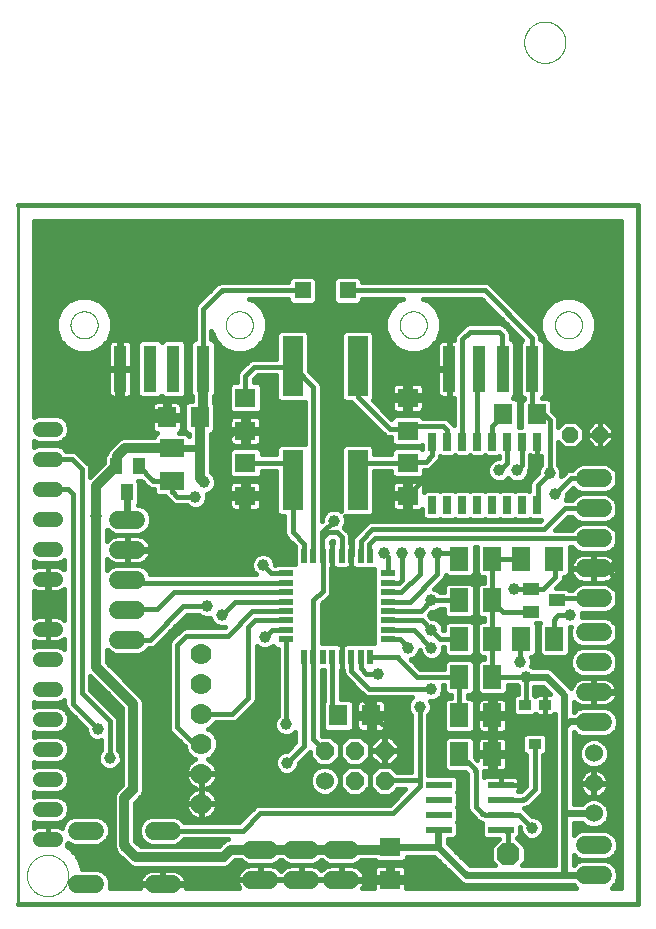
<source format=gtl>
G75*
%MOIN*%
%OFA0B0*%
%FSLAX25Y25*%
%IPPOS*%
%LPD*%
%AMOC8*
5,1,8,0,0,1.08239X$1,22.5*
%
%ADD10C,0.01000*%
%ADD11C,0.01600*%
%ADD12R,0.07000X0.20000*%
%ADD13R,0.07087X0.06299*%
%ADD14R,0.06299X0.07087*%
%ADD15R,0.05512X0.05512*%
%ADD16R,0.08661X0.02362*%
%ADD17OC8,0.05200*%
%ADD18R,0.06299X0.07874*%
%ADD19R,0.03937X0.03543*%
%ADD20R,0.04331X0.03543*%
%ADD21R,0.02500X0.06000*%
%ADD22C,0.06000*%
%ADD23R,0.04409X0.15748*%
%ADD24C,0.00000*%
%ADD25C,0.06000*%
%ADD26OC8,0.07600*%
%ADD27R,0.02200X0.05000*%
%ADD28R,0.05000X0.02200*%
%ADD29OC8,0.06000*%
%ADD30C,0.07000*%
%ADD31C,0.05150*%
%ADD32R,0.05512X0.03937*%
%ADD33R,0.03937X0.05512*%
%ADD34R,0.07874X0.06299*%
%ADD35C,0.03962*%
%ADD36C,0.02400*%
%ADD37C,0.03200*%
D10*
X0005000Y0030295D02*
X0005000Y0263562D01*
D11*
X0005000Y0030295D02*
X0211693Y0030295D01*
X0211693Y0263562D01*
X0005000Y0263562D01*
X0010300Y0257962D02*
X0206093Y0257962D01*
X0206093Y0048321D01*
X0205882Y0035895D01*
X0202836Y0035895D01*
X0204168Y0037226D01*
X0204929Y0039064D01*
X0204929Y0041053D01*
X0204168Y0042891D01*
X0202761Y0044297D01*
X0200924Y0045058D01*
X0192935Y0045058D01*
X0191097Y0044297D01*
X0190287Y0043487D01*
X0190287Y0046630D01*
X0191097Y0045820D01*
X0192935Y0045058D01*
X0200924Y0045058D01*
X0202761Y0045820D01*
X0204168Y0047226D01*
X0204929Y0049064D01*
X0204929Y0051053D01*
X0204168Y0052891D01*
X0202761Y0054297D01*
X0200924Y0055058D01*
X0192935Y0055058D01*
X0191097Y0054297D01*
X0190287Y0053487D01*
X0190287Y0057449D01*
X0193058Y0057449D01*
X0194097Y0056410D01*
X0195935Y0055649D01*
X0197924Y0055649D01*
X0199761Y0056410D01*
X0201168Y0057817D01*
X0201929Y0059654D01*
X0201929Y0061644D01*
X0201168Y0063481D01*
X0199761Y0064888D01*
X0197924Y0065649D01*
X0195935Y0065649D01*
X0194097Y0064888D01*
X0193058Y0063849D01*
X0190287Y0063849D01*
X0190287Y0087653D01*
X0191097Y0086843D01*
X0192935Y0086082D01*
X0200924Y0086082D01*
X0202761Y0086843D01*
X0204168Y0088250D01*
X0204929Y0090087D01*
X0204929Y0092077D01*
X0204168Y0093914D01*
X0202761Y0095321D01*
X0200924Y0096082D01*
X0192935Y0096082D01*
X0191097Y0095321D01*
X0190294Y0094518D01*
X0190287Y0094518D01*
X0190287Y0097936D01*
X0190802Y0097421D01*
X0191413Y0096977D01*
X0192087Y0096634D01*
X0192805Y0096400D01*
X0193551Y0096282D01*
X0196729Y0096282D01*
X0196729Y0100882D01*
X0197129Y0100882D01*
X0197129Y0096282D01*
X0200307Y0096282D01*
X0201053Y0096400D01*
X0201772Y0096634D01*
X0202445Y0096977D01*
X0203056Y0097421D01*
X0203590Y0097955D01*
X0204034Y0098566D01*
X0204377Y0099239D01*
X0204611Y0099958D01*
X0204729Y0100704D01*
X0204729Y0100882D01*
X0197129Y0100882D01*
X0197129Y0101282D01*
X0196729Y0101282D01*
X0196729Y0105882D01*
X0193551Y0105882D01*
X0192805Y0105764D01*
X0192087Y0105530D01*
X0191413Y0105187D01*
X0190802Y0104743D01*
X0190268Y0104209D01*
X0189824Y0103598D01*
X0189481Y0102925D01*
X0189330Y0102459D01*
X0183894Y0107895D01*
X0182994Y0108795D01*
X0181818Y0109282D01*
X0176721Y0109282D01*
X0176546Y0109457D01*
X0176073Y0109653D01*
X0176304Y0110211D01*
X0176304Y0111795D01*
X0175830Y0112940D01*
X0176695Y0112940D01*
X0177866Y0114112D01*
X0177866Y0123643D01*
X0177545Y0123964D01*
X0178912Y0123964D01*
X0178591Y0123643D01*
X0178591Y0114112D01*
X0179762Y0112940D01*
X0187718Y0112940D01*
X0188890Y0114112D01*
X0188890Y0122770D01*
X0189216Y0122770D01*
X0188929Y0122077D01*
X0188929Y0120087D01*
X0189690Y0118250D01*
X0191097Y0116843D01*
X0192935Y0116082D01*
X0191097Y0115321D01*
X0189690Y0113914D01*
X0188929Y0112077D01*
X0188929Y0110087D01*
X0189690Y0108250D01*
X0191097Y0106843D01*
X0192935Y0106082D01*
X0200924Y0106082D01*
X0202761Y0106843D01*
X0204168Y0108250D01*
X0204929Y0110087D01*
X0204929Y0112077D01*
X0204168Y0113914D01*
X0202761Y0115321D01*
X0200924Y0116082D01*
X0192935Y0116082D01*
X0200924Y0116082D01*
X0202761Y0116843D01*
X0204168Y0118250D01*
X0204929Y0120087D01*
X0204929Y0122077D01*
X0204168Y0123914D01*
X0202761Y0125321D01*
X0200924Y0126082D01*
X0193036Y0126082D01*
X0193036Y0127342D01*
X0200924Y0127342D01*
X0202761Y0128103D01*
X0204168Y0129510D01*
X0204929Y0131347D01*
X0204929Y0133336D01*
X0204168Y0135174D01*
X0202761Y0136581D01*
X0200924Y0137342D01*
X0192935Y0137342D01*
X0191097Y0136581D01*
X0189690Y0135174D01*
X0189677Y0135142D01*
X0188611Y0135142D01*
X0188112Y0135641D01*
X0184188Y0135641D01*
X0185720Y0137173D01*
X0186508Y0137961D01*
X0186934Y0138990D01*
X0186934Y0139515D01*
X0187718Y0139515D01*
X0188890Y0140687D01*
X0188890Y0149542D01*
X0189677Y0149542D01*
X0189690Y0149510D01*
X0191097Y0148103D01*
X0192935Y0147342D01*
X0200924Y0147342D01*
X0202761Y0148103D01*
X0204168Y0149510D01*
X0204929Y0151347D01*
X0204929Y0153336D01*
X0204168Y0155174D01*
X0202761Y0156581D01*
X0200924Y0157342D01*
X0202761Y0158103D01*
X0204168Y0159510D01*
X0204929Y0161347D01*
X0204929Y0163336D01*
X0204168Y0165174D01*
X0202761Y0166581D01*
X0200924Y0167342D01*
X0202761Y0168103D01*
X0204168Y0169510D01*
X0204929Y0171347D01*
X0204929Y0173336D01*
X0204168Y0175174D01*
X0202761Y0176581D01*
X0200924Y0177342D01*
X0192935Y0177342D01*
X0191097Y0176581D01*
X0189690Y0175174D01*
X0189677Y0175142D01*
X0188813Y0175142D01*
X0187784Y0174716D01*
X0186996Y0173928D01*
X0186058Y0172989D01*
X0186146Y0173203D01*
X0186146Y0174787D01*
X0185540Y0176251D01*
X0184965Y0176826D01*
X0184965Y0184454D01*
X0187071Y0182348D01*
X0190882Y0182348D01*
X0193576Y0185043D01*
X0193576Y0188854D01*
X0190882Y0191548D01*
X0187071Y0191548D01*
X0184965Y0189442D01*
X0184965Y0192269D01*
X0184539Y0193298D01*
X0183751Y0194086D01*
X0182984Y0194853D01*
X0182984Y0198052D01*
X0181813Y0199224D01*
X0179671Y0199224D01*
X0180583Y0200135D01*
X0180583Y0217540D01*
X0179411Y0218712D01*
X0179060Y0218712D01*
X0179060Y0219828D01*
X0178634Y0220857D01*
X0162886Y0236605D01*
X0162098Y0237393D01*
X0161069Y0237819D01*
X0119598Y0237819D01*
X0119598Y0238603D01*
X0118427Y0239775D01*
X0111258Y0239775D01*
X0110087Y0238603D01*
X0110087Y0231435D01*
X0111258Y0230263D01*
X0118427Y0230263D01*
X0119598Y0231435D01*
X0119598Y0232219D01*
X0133447Y0232219D01*
X0131449Y0231391D01*
X0128825Y0228767D01*
X0127405Y0225339D01*
X0127405Y0221628D01*
X0128825Y0218200D01*
X0131449Y0215576D01*
X0134877Y0214156D01*
X0138588Y0214156D01*
X0142016Y0215576D01*
X0144640Y0218200D01*
X0146060Y0221628D01*
X0146060Y0225339D01*
X0144640Y0228767D01*
X0142016Y0231391D01*
X0140017Y0232219D01*
X0159352Y0232219D01*
X0173102Y0218469D01*
X0172173Y0217540D01*
X0172173Y0200135D01*
X0173345Y0198964D01*
X0173578Y0198964D01*
X0173578Y0198945D01*
X0172685Y0198052D01*
X0172685Y0189606D01*
X0171961Y0189606D01*
X0171961Y0198052D01*
X0170789Y0199224D01*
X0169828Y0199224D01*
X0170740Y0200135D01*
X0170740Y0217540D01*
X0169569Y0218712D01*
X0169217Y0218712D01*
X0169217Y0220812D01*
X0168791Y0221841D01*
X0168003Y0222629D01*
X0167019Y0223613D01*
X0165990Y0224039D01*
X0155034Y0224039D01*
X0154004Y0223613D01*
X0153217Y0222826D01*
X0150638Y0220247D01*
X0150212Y0219218D01*
X0150212Y0218512D01*
X0149121Y0218512D01*
X0149121Y0209140D01*
X0148517Y0209140D01*
X0148517Y0218512D01*
X0146377Y0218512D01*
X0145919Y0218389D01*
X0145509Y0218152D01*
X0145174Y0217817D01*
X0144937Y0217407D01*
X0144814Y0216949D01*
X0144814Y0209140D01*
X0148516Y0209140D01*
X0148516Y0208536D01*
X0144814Y0208536D01*
X0144814Y0200727D01*
X0144937Y0200269D01*
X0145174Y0199859D01*
X0145509Y0199524D01*
X0145919Y0199287D01*
X0146377Y0199164D01*
X0148517Y0199164D01*
X0148517Y0208535D01*
X0149121Y0208535D01*
X0149121Y0199164D01*
X0150212Y0199164D01*
X0150212Y0190224D01*
X0149106Y0191329D01*
X0148318Y0192117D01*
X0147289Y0192543D01*
X0140068Y0192543D01*
X0139293Y0193318D01*
X0130550Y0193318D01*
X0129483Y0192252D01*
X0123262Y0198473D01*
X0123689Y0198899D01*
X0123689Y0220556D01*
X0122517Y0221728D01*
X0113861Y0221728D01*
X0112689Y0220556D01*
X0112689Y0198899D01*
X0113861Y0197728D01*
X0116087Y0197728D01*
X0126642Y0187173D01*
X0127430Y0186385D01*
X0128459Y0185959D01*
X0129378Y0185959D01*
X0129378Y0184191D01*
X0130550Y0183019D01*
X0139293Y0183019D01*
X0139762Y0183488D01*
X0139762Y0182219D01*
X0139293Y0182688D01*
X0130550Y0182688D01*
X0129378Y0181517D01*
X0129378Y0180339D01*
X0123689Y0180339D01*
X0123689Y0182556D01*
X0122517Y0183728D01*
X0113861Y0183728D01*
X0112689Y0182556D01*
X0112689Y0161503D01*
X0112570Y0161622D01*
X0111107Y0162228D01*
X0109523Y0162228D01*
X0108060Y0161622D01*
X0106940Y0160502D01*
X0106334Y0159039D01*
X0106334Y0158226D01*
X0106225Y0158117D01*
X0106225Y0203395D01*
X0105799Y0204424D01*
X0102035Y0208187D01*
X0102035Y0220556D01*
X0100864Y0221728D01*
X0092207Y0221728D01*
X0091035Y0220556D01*
X0091035Y0212228D01*
X0083183Y0212228D01*
X0082154Y0211802D01*
X0081366Y0211015D01*
X0078414Y0208062D01*
X0077987Y0207033D01*
X0077987Y0204342D01*
X0076416Y0204342D01*
X0075244Y0203170D01*
X0075244Y0195214D01*
X0076416Y0194043D01*
X0085159Y0194043D01*
X0086331Y0195214D01*
X0086331Y0203170D01*
X0085159Y0204342D01*
X0083587Y0204342D01*
X0083587Y0205316D01*
X0084900Y0206628D01*
X0091035Y0206628D01*
X0091035Y0198899D01*
X0092207Y0197728D01*
X0100625Y0197728D01*
X0100625Y0183728D01*
X0092207Y0183728D01*
X0091035Y0182556D01*
X0091035Y0180339D01*
X0086331Y0180339D01*
X0086331Y0181517D01*
X0085159Y0182688D01*
X0076416Y0182688D01*
X0075244Y0181517D01*
X0075244Y0173561D01*
X0076416Y0172389D01*
X0085159Y0172389D01*
X0086331Y0173561D01*
X0086331Y0174739D01*
X0091035Y0174739D01*
X0091035Y0160899D01*
X0092207Y0159728D01*
X0093735Y0159728D01*
X0093735Y0153753D01*
X0094162Y0152724D01*
X0094949Y0151937D01*
X0097176Y0149710D01*
X0097176Y0143828D01*
X0091071Y0143828D01*
X0090771Y0143528D01*
X0090674Y0143528D01*
X0090674Y0144275D01*
X0090068Y0145739D01*
X0088948Y0146859D01*
X0087485Y0147465D01*
X0085901Y0147465D01*
X0084438Y0146859D01*
X0083318Y0145739D01*
X0082712Y0144275D01*
X0082712Y0142692D01*
X0083318Y0141228D01*
X0084168Y0140378D01*
X0049077Y0140378D01*
X0048656Y0141395D01*
X0047250Y0142801D01*
X0045412Y0143562D01*
X0037423Y0143562D01*
X0035585Y0142801D01*
X0034683Y0141899D01*
X0034683Y0145536D01*
X0034756Y0145435D01*
X0035290Y0144901D01*
X0035902Y0144457D01*
X0036575Y0144114D01*
X0037293Y0143881D01*
X0038040Y0143762D01*
X0041217Y0143762D01*
X0041217Y0148362D01*
X0041617Y0148362D01*
X0041617Y0143762D01*
X0044795Y0143762D01*
X0045541Y0143881D01*
X0046260Y0144114D01*
X0046933Y0144457D01*
X0047544Y0144901D01*
X0048079Y0145435D01*
X0048523Y0146047D01*
X0048866Y0146720D01*
X0049099Y0147438D01*
X0049217Y0148185D01*
X0049217Y0148362D01*
X0041617Y0148362D01*
X0041617Y0148762D01*
X0049217Y0148762D01*
X0049217Y0148940D01*
X0049099Y0149686D01*
X0048866Y0150405D01*
X0048523Y0151078D01*
X0048079Y0151689D01*
X0047544Y0152224D01*
X0046933Y0152668D01*
X0046260Y0153011D01*
X0045541Y0153244D01*
X0044795Y0153362D01*
X0041617Y0153362D01*
X0041617Y0148762D01*
X0041217Y0148762D01*
X0041217Y0153362D01*
X0038040Y0153362D01*
X0037293Y0153244D01*
X0036575Y0153011D01*
X0035902Y0152668D01*
X0035290Y0152224D01*
X0034756Y0151689D01*
X0034683Y0151588D01*
X0034683Y0155226D01*
X0035585Y0154324D01*
X0037423Y0153562D01*
X0045412Y0153562D01*
X0047250Y0154324D01*
X0048656Y0155730D01*
X0049417Y0157568D01*
X0049417Y0159557D01*
X0048656Y0161395D01*
X0047250Y0162801D01*
X0045412Y0163562D01*
X0044836Y0163562D01*
X0045386Y0164112D01*
X0045386Y0171281D01*
X0045065Y0171602D01*
X0045954Y0171602D01*
X0048127Y0169429D01*
X0048302Y0169253D01*
X0048302Y0169253D01*
X0049791Y0168636D01*
X0050244Y0168636D01*
X0050244Y0167458D01*
X0051416Y0166287D01*
X0054024Y0166287D01*
X0054173Y0166138D01*
X0054173Y0166138D01*
X0056564Y0163748D01*
X0057593Y0163321D01*
X0061225Y0163321D01*
X0061800Y0162746D01*
X0063263Y0162140D01*
X0064847Y0162140D01*
X0066310Y0162746D01*
X0067430Y0163866D01*
X0068036Y0165329D01*
X0068036Y0166913D01*
X0067949Y0167123D01*
X0069263Y0167668D01*
X0070383Y0168788D01*
X0070989Y0170251D01*
X0070989Y0171835D01*
X0070383Y0173298D01*
X0069263Y0174418D01*
X0069230Y0174431D01*
X0069230Y0187153D01*
X0069608Y0187153D01*
X0070780Y0188324D01*
X0070780Y0197068D01*
X0070254Y0197594D01*
X0070254Y0199531D01*
X0070858Y0200135D01*
X0070858Y0217540D01*
X0069687Y0218712D01*
X0069454Y0218712D01*
X0069454Y0221529D01*
X0070833Y0218200D01*
X0073457Y0215576D01*
X0076885Y0214156D01*
X0080596Y0214156D01*
X0084024Y0215576D01*
X0086648Y0218200D01*
X0088068Y0221628D01*
X0088068Y0225339D01*
X0086648Y0228767D01*
X0084024Y0231391D01*
X0082025Y0232219D01*
X0095126Y0232219D01*
X0095126Y0231435D01*
X0096298Y0230263D01*
X0103466Y0230263D01*
X0104638Y0231435D01*
X0104638Y0238603D01*
X0103466Y0239775D01*
X0096298Y0239775D01*
X0095126Y0238603D01*
X0095126Y0237819D01*
X0072626Y0237819D01*
X0071137Y0237202D01*
X0070961Y0237027D01*
X0065067Y0231133D01*
X0064280Y0230345D01*
X0063854Y0229316D01*
X0063854Y0218712D01*
X0063620Y0218712D01*
X0062449Y0217540D01*
X0062449Y0200135D01*
X0063054Y0199531D01*
X0063054Y0198239D01*
X0061652Y0198239D01*
X0060480Y0197068D01*
X0060480Y0188324D01*
X0061652Y0187153D01*
X0062030Y0187153D01*
X0062030Y0186526D01*
X0060947Y0187610D01*
X0058683Y0187610D01*
X0058861Y0187713D01*
X0059196Y0188048D01*
X0059433Y0188458D01*
X0059556Y0188916D01*
X0059556Y0191921D01*
X0055381Y0191921D01*
X0055381Y0193471D01*
X0053831Y0193471D01*
X0053831Y0191921D01*
X0049657Y0191921D01*
X0049657Y0188916D01*
X0049779Y0188458D01*
X0050016Y0188048D01*
X0050351Y0187713D01*
X0050762Y0187476D01*
X0051172Y0187366D01*
X0050244Y0186438D01*
X0050244Y0186060D01*
X0039815Y0186060D01*
X0038492Y0185512D01*
X0034921Y0181940D01*
X0034372Y0180617D01*
X0034372Y0180606D01*
X0033709Y0179942D01*
X0033709Y0177480D01*
X0028961Y0172733D01*
X0028961Y0176029D01*
X0028535Y0177058D01*
X0027747Y0177845D01*
X0024460Y0181133D01*
X0023431Y0181559D01*
X0021087Y0181559D01*
X0020009Y0182637D01*
X0018327Y0183334D01*
X0011358Y0183334D01*
X0010300Y0182896D01*
X0010300Y0184623D01*
X0011358Y0184184D01*
X0018327Y0184184D01*
X0020009Y0184881D01*
X0021296Y0186168D01*
X0021992Y0187849D01*
X0021992Y0189669D01*
X0021296Y0191351D01*
X0020009Y0192637D01*
X0018327Y0193334D01*
X0011358Y0193334D01*
X0010300Y0192896D01*
X0010300Y0257962D01*
X0010300Y0257283D02*
X0206093Y0257283D01*
X0206093Y0255685D02*
X0010300Y0255685D01*
X0010300Y0254086D02*
X0206093Y0254086D01*
X0206093Y0252488D02*
X0010300Y0252488D01*
X0010300Y0250889D02*
X0206093Y0250889D01*
X0206093Y0249291D02*
X0010300Y0249291D01*
X0010300Y0247692D02*
X0206093Y0247692D01*
X0206093Y0246094D02*
X0010300Y0246094D01*
X0010300Y0244495D02*
X0206093Y0244495D01*
X0206093Y0242897D02*
X0010300Y0242897D01*
X0010300Y0241298D02*
X0206093Y0241298D01*
X0206093Y0239700D02*
X0118502Y0239700D01*
X0119598Y0238101D02*
X0206093Y0238101D01*
X0206093Y0236503D02*
X0162988Y0236503D01*
X0164587Y0234904D02*
X0206093Y0234904D01*
X0206093Y0233306D02*
X0166185Y0233306D01*
X0167784Y0231707D02*
X0183944Y0231707D01*
X0183181Y0231391D02*
X0180557Y0228767D01*
X0179137Y0225339D01*
X0179137Y0221628D01*
X0180557Y0218200D01*
X0183181Y0215576D01*
X0186609Y0214156D01*
X0190320Y0214156D01*
X0193748Y0215576D01*
X0196372Y0218200D01*
X0197792Y0221628D01*
X0197792Y0225339D01*
X0196372Y0228767D01*
X0193748Y0231391D01*
X0190320Y0232811D01*
X0186609Y0232811D01*
X0183181Y0231391D01*
X0181898Y0230109D02*
X0169382Y0230109D01*
X0170981Y0228510D02*
X0180451Y0228510D01*
X0179788Y0226912D02*
X0172579Y0226912D01*
X0174178Y0225313D02*
X0179137Y0225313D01*
X0179137Y0223714D02*
X0175776Y0223714D01*
X0177375Y0222116D02*
X0179137Y0222116D01*
X0178774Y0220517D02*
X0179597Y0220517D01*
X0179060Y0218919D02*
X0180259Y0218919D01*
X0180583Y0217320D02*
X0181437Y0217320D01*
X0180583Y0215722D02*
X0183035Y0215722D01*
X0180583Y0214123D02*
X0206093Y0214123D01*
X0206093Y0212525D02*
X0180583Y0212525D01*
X0180583Y0210926D02*
X0206093Y0210926D01*
X0206093Y0209328D02*
X0180583Y0209328D01*
X0180583Y0207729D02*
X0206093Y0207729D01*
X0206093Y0206131D02*
X0180583Y0206131D01*
X0180583Y0204532D02*
X0206093Y0204532D01*
X0206093Y0202934D02*
X0180583Y0202934D01*
X0180583Y0201335D02*
X0206093Y0201335D01*
X0206093Y0199737D02*
X0180184Y0199737D01*
X0182898Y0198138D02*
X0206093Y0198138D01*
X0206093Y0196540D02*
X0182984Y0196540D01*
X0182984Y0194941D02*
X0206093Y0194941D01*
X0206093Y0193343D02*
X0184494Y0193343D01*
X0184965Y0191744D02*
X0206093Y0191744D01*
X0206093Y0190146D02*
X0202001Y0190146D01*
X0200799Y0191348D02*
X0198976Y0191348D01*
X0197154Y0191348D01*
X0194576Y0188771D01*
X0194576Y0186948D01*
X0194576Y0185126D01*
X0197154Y0182548D01*
X0198976Y0182548D01*
X0198976Y0186948D01*
X0194576Y0186948D01*
X0198976Y0186948D01*
X0198976Y0186948D01*
X0198976Y0186948D01*
X0198976Y0191348D01*
X0198976Y0186948D01*
X0198976Y0186948D01*
X0198976Y0191633D01*
X0187087Y0203523D01*
X0180197Y0193680D02*
X0182165Y0191712D01*
X0182165Y0173995D01*
X0178228Y0170058D01*
X0178228Y0163602D01*
X0178012Y0163385D01*
X0179328Y0158385D02*
X0175933Y0158385D01*
X0175512Y0158807D01*
X0175090Y0158385D01*
X0170933Y0158385D01*
X0170512Y0158807D01*
X0170090Y0158385D01*
X0165933Y0158385D01*
X0165512Y0158807D01*
X0165090Y0158385D01*
X0160933Y0158385D01*
X0160512Y0158807D01*
X0160090Y0158385D01*
X0155933Y0158385D01*
X0155512Y0158807D01*
X0155090Y0158385D01*
X0150933Y0158385D01*
X0150512Y0158807D01*
X0150090Y0158385D01*
X0145933Y0158385D01*
X0145512Y0158807D01*
X0145090Y0158385D01*
X0140933Y0158385D01*
X0139762Y0159557D01*
X0139762Y0162117D01*
X0139570Y0161925D01*
X0139159Y0161688D01*
X0138702Y0161565D01*
X0135696Y0161565D01*
X0135696Y0165740D01*
X0134146Y0165740D01*
X0129578Y0165740D01*
X0129578Y0163128D01*
X0129701Y0162671D01*
X0129938Y0162260D01*
X0130273Y0161925D01*
X0130683Y0161688D01*
X0131141Y0161565D01*
X0134146Y0161565D01*
X0134146Y0165740D01*
X0134146Y0167290D01*
X0129578Y0167290D01*
X0129578Y0169902D01*
X0129701Y0170359D01*
X0129938Y0170770D01*
X0130273Y0171105D01*
X0130683Y0171342D01*
X0131141Y0171465D01*
X0134146Y0171465D01*
X0134146Y0167290D01*
X0135696Y0167290D01*
X0135696Y0171465D01*
X0138702Y0171465D01*
X0139159Y0171342D01*
X0139570Y0171105D01*
X0139905Y0170770D01*
X0140142Y0170359D01*
X0140265Y0169902D01*
X0140265Y0167716D01*
X0140933Y0168385D01*
X0145090Y0168385D01*
X0145512Y0167964D01*
X0145933Y0168385D01*
X0150090Y0168385D01*
X0150512Y0167964D01*
X0150933Y0168385D01*
X0155090Y0168385D01*
X0155512Y0167964D01*
X0155933Y0168385D01*
X0160090Y0168385D01*
X0160512Y0167964D01*
X0160933Y0168385D01*
X0165090Y0168385D01*
X0165512Y0167964D01*
X0165933Y0168385D01*
X0170090Y0168385D01*
X0170512Y0167964D01*
X0170933Y0168385D01*
X0175090Y0168385D01*
X0175428Y0168047D01*
X0175428Y0170615D01*
X0175855Y0171644D01*
X0176642Y0172432D01*
X0176642Y0172432D01*
X0178184Y0173974D01*
X0178184Y0174787D01*
X0178790Y0176251D01*
X0179365Y0176826D01*
X0179365Y0179806D01*
X0178012Y0179806D01*
X0178012Y0184605D01*
X0178012Y0184605D01*
X0178012Y0179806D01*
X0176525Y0179806D01*
X0176067Y0179928D01*
X0175812Y0180076D01*
X0175812Y0176096D01*
X0175386Y0175067D01*
X0175320Y0175001D01*
X0175320Y0174188D01*
X0174714Y0172725D01*
X0173594Y0171605D01*
X0172130Y0170999D01*
X0170547Y0170999D01*
X0169083Y0171605D01*
X0168386Y0172302D01*
X0167688Y0171605D01*
X0166225Y0170999D01*
X0164641Y0170999D01*
X0163178Y0171605D01*
X0162058Y0172725D01*
X0161452Y0174188D01*
X0161452Y0175772D01*
X0162058Y0177235D01*
X0163178Y0178355D01*
X0164641Y0178961D01*
X0165212Y0178961D01*
X0165212Y0179727D01*
X0165090Y0179606D01*
X0160933Y0179606D01*
X0160512Y0180027D01*
X0160090Y0179606D01*
X0155933Y0179606D01*
X0155512Y0180027D01*
X0155090Y0179606D01*
X0150933Y0179606D01*
X0150512Y0180027D01*
X0150090Y0179606D01*
X0145933Y0179606D01*
X0145812Y0179727D01*
X0145812Y0179560D01*
X0145386Y0178531D01*
X0143200Y0176346D01*
X0142413Y0175559D01*
X0141384Y0175132D01*
X0140465Y0175132D01*
X0140465Y0173561D01*
X0139293Y0172389D01*
X0130550Y0172389D01*
X0129378Y0173561D01*
X0129378Y0174739D01*
X0123689Y0174739D01*
X0123689Y0160899D01*
X0122517Y0159728D01*
X0114011Y0159728D01*
X0114296Y0159039D01*
X0114296Y0157455D01*
X0113690Y0155992D01*
X0113634Y0155936D01*
X0113673Y0155896D01*
X0115248Y0154322D01*
X0115674Y0153293D01*
X0115674Y0150904D01*
X0116024Y0150904D01*
X0116024Y0146604D01*
X0116024Y0142304D01*
X0117045Y0142304D01*
X0117245Y0142104D01*
X0123699Y0142104D01*
X0123699Y0117304D01*
X0114095Y0117304D01*
X0113895Y0117104D01*
X0112874Y0117104D01*
X0111853Y0117104D01*
X0111653Y0117304D01*
X0106225Y0117304D01*
X0106225Y0130513D01*
X0108161Y0132448D01*
X0108949Y0133236D01*
X0109375Y0134265D01*
X0109375Y0142304D01*
X0109724Y0142304D01*
X0109724Y0146604D01*
X0109724Y0146604D01*
X0109724Y0150904D01*
X0109178Y0150904D01*
X0109178Y0151182D01*
X0109506Y0151510D01*
X0110074Y0151510D01*
X0110074Y0150904D01*
X0109724Y0150904D01*
X0109724Y0146604D01*
X0109724Y0146604D01*
X0109724Y0139153D01*
X0113268Y0135610D01*
X0116024Y0138365D01*
X0116024Y0146604D01*
X0116024Y0146604D01*
X0116024Y0146604D01*
X0116220Y0146801D01*
X0116220Y0154310D01*
X0120157Y0158247D01*
X0131969Y0158247D01*
X0134921Y0161200D01*
X0134921Y0166515D01*
X0139449Y0171043D01*
X0173307Y0171043D01*
X0178012Y0175747D01*
X0178012Y0184606D01*
X0178012Y0183752D02*
X0178012Y0183752D01*
X0178012Y0182153D02*
X0178012Y0182153D01*
X0178012Y0180555D02*
X0178012Y0180555D01*
X0179365Y0178956D02*
X0175812Y0178956D01*
X0175812Y0177358D02*
X0179365Y0177358D01*
X0178587Y0175759D02*
X0175672Y0175759D01*
X0175308Y0174161D02*
X0178184Y0174161D01*
X0176772Y0172562D02*
X0174551Y0172562D01*
X0175573Y0170964D02*
X0139711Y0170964D01*
X0139466Y0172562D02*
X0162220Y0172562D01*
X0161463Y0174161D02*
X0140465Y0174161D01*
X0142613Y0175759D02*
X0161452Y0175759D01*
X0162181Y0177358D02*
X0144212Y0177358D01*
X0145561Y0178956D02*
X0164630Y0178956D01*
X0168012Y0177558D02*
X0165433Y0174980D01*
X0168012Y0177558D02*
X0168012Y0184606D01*
X0173012Y0184606D02*
X0173012Y0176653D01*
X0171339Y0174980D01*
X0175428Y0169365D02*
X0140265Y0169365D01*
X0140265Y0167767D02*
X0140315Y0167767D01*
X0135696Y0167767D02*
X0134146Y0167767D01*
X0134146Y0169365D02*
X0135696Y0169365D01*
X0135696Y0170964D02*
X0134146Y0170964D01*
X0134146Y0166168D02*
X0123689Y0166168D01*
X0123689Y0164570D02*
X0129578Y0164570D01*
X0129620Y0162971D02*
X0123689Y0162971D01*
X0123689Y0161373D02*
X0139762Y0161373D01*
X0139762Y0159774D02*
X0122564Y0159774D01*
X0122553Y0158095D02*
X0121524Y0157668D01*
X0120737Y0156881D01*
X0117587Y0153731D01*
X0116799Y0152944D01*
X0116373Y0151915D01*
X0116373Y0150904D01*
X0116024Y0150904D01*
X0116024Y0146604D01*
X0116024Y0142304D01*
X0115002Y0142304D01*
X0114802Y0142104D01*
X0110946Y0142104D01*
X0110746Y0142304D01*
X0109724Y0142304D01*
X0109724Y0146604D01*
X0109724Y0146986D02*
X0109724Y0146986D01*
X0109724Y0148584D02*
X0109724Y0148584D01*
X0109724Y0150183D02*
X0109724Y0150183D01*
X0106378Y0152342D02*
X0106378Y0146801D01*
X0106575Y0146604D01*
X0106575Y0134822D01*
X0103425Y0131673D01*
X0103425Y0112804D01*
X0103425Y0085334D01*
X0107205Y0081554D01*
X0108199Y0076554D02*
X0106210Y0076554D01*
X0104372Y0075793D01*
X0102966Y0074387D01*
X0102205Y0072549D01*
X0102205Y0070560D01*
X0102966Y0068722D01*
X0104372Y0067316D01*
X0106210Y0066554D01*
X0108199Y0066554D01*
X0110037Y0067316D01*
X0111444Y0068722D01*
X0112205Y0070560D01*
X0112205Y0072549D01*
X0111444Y0074387D01*
X0110037Y0075793D01*
X0108199Y0076554D01*
X0109276Y0076554D02*
X0105134Y0076554D01*
X0102205Y0079483D01*
X0102205Y0081217D01*
X0098548Y0077560D01*
X0098548Y0076747D01*
X0097942Y0075284D01*
X0096822Y0074164D01*
X0095359Y0073558D01*
X0093775Y0073558D01*
X0092312Y0074164D01*
X0091192Y0075284D01*
X0090586Y0076747D01*
X0090586Y0078331D01*
X0091192Y0079794D01*
X0092312Y0080914D01*
X0093775Y0081520D01*
X0094588Y0081520D01*
X0097476Y0084407D01*
X0097476Y0087780D01*
X0096654Y0086959D01*
X0095191Y0086353D01*
X0093607Y0086353D01*
X0092144Y0086959D01*
X0091024Y0088079D01*
X0090418Y0089542D01*
X0090418Y0091126D01*
X0091024Y0092589D01*
X0091599Y0093164D01*
X0091599Y0115580D01*
X0091071Y0115580D01*
X0090048Y0116603D01*
X0089440Y0115994D01*
X0087977Y0115388D01*
X0086393Y0115388D01*
X0084930Y0115994D01*
X0084572Y0116353D01*
X0084572Y0098635D01*
X0084145Y0097606D01*
X0078830Y0092291D01*
X0078043Y0091504D01*
X0077014Y0091077D01*
X0070896Y0091077D01*
X0070765Y0090762D01*
X0069218Y0089215D01*
X0068403Y0088877D01*
X0069218Y0088540D01*
X0070765Y0086993D01*
X0071602Y0084971D01*
X0071602Y0082783D01*
X0070765Y0080762D01*
X0069218Y0079215D01*
X0068161Y0078777D01*
X0068880Y0078410D01*
X0069555Y0077920D01*
X0070145Y0077330D01*
X0070635Y0076655D01*
X0071014Y0075912D01*
X0071272Y0075118D01*
X0071402Y0074294D01*
X0071402Y0074062D01*
X0066287Y0074062D01*
X0066287Y0073693D01*
X0071402Y0073693D01*
X0071402Y0073460D01*
X0071272Y0072636D01*
X0071014Y0071843D01*
X0070635Y0071099D01*
X0070145Y0070425D01*
X0069555Y0069835D01*
X0068880Y0069344D01*
X0068137Y0068966D01*
X0067865Y0068877D01*
X0068137Y0068789D01*
X0068880Y0068410D01*
X0069555Y0067920D01*
X0070145Y0067330D01*
X0070635Y0066655D01*
X0071014Y0065912D01*
X0071272Y0065118D01*
X0071402Y0064294D01*
X0071402Y0064062D01*
X0066287Y0064062D01*
X0065918Y0064062D01*
X0065918Y0073693D01*
X0060802Y0073693D01*
X0060802Y0073460D01*
X0060933Y0072636D01*
X0061191Y0071843D01*
X0061569Y0071099D01*
X0062060Y0070425D01*
X0062650Y0069835D01*
X0063325Y0069344D01*
X0064068Y0068966D01*
X0064340Y0068877D01*
X0064068Y0068789D01*
X0063325Y0068410D01*
X0062650Y0067920D01*
X0062060Y0067330D01*
X0061569Y0066655D01*
X0061191Y0065912D01*
X0060933Y0065118D01*
X0060802Y0064294D01*
X0060802Y0064062D01*
X0065918Y0064062D01*
X0065918Y0063693D01*
X0060802Y0063693D01*
X0060802Y0063460D01*
X0060933Y0062636D01*
X0061191Y0061843D01*
X0061569Y0061099D01*
X0062060Y0060425D01*
X0062650Y0059835D01*
X0063325Y0059344D01*
X0064068Y0058966D01*
X0064861Y0058708D01*
X0065685Y0058577D01*
X0065918Y0058577D01*
X0065918Y0063693D01*
X0066287Y0063693D01*
X0066287Y0064062D01*
X0066287Y0069177D01*
X0066287Y0073693D01*
X0065918Y0073693D01*
X0065918Y0074062D01*
X0060802Y0074062D01*
X0060802Y0074294D01*
X0060933Y0075118D01*
X0061191Y0075912D01*
X0061569Y0076655D01*
X0062060Y0077330D01*
X0062650Y0077920D01*
X0063325Y0078410D01*
X0064044Y0078777D01*
X0062987Y0079215D01*
X0061440Y0080762D01*
X0060602Y0082783D01*
X0060602Y0082937D01*
X0055776Y0087764D01*
X0055350Y0088793D01*
X0055350Y0117466D01*
X0055776Y0118495D01*
X0056564Y0119283D01*
X0059516Y0122235D01*
X0060545Y0122662D01*
X0073722Y0122662D01*
X0073920Y0122859D01*
X0073705Y0122770D01*
X0072121Y0122770D01*
X0070658Y0123376D01*
X0069538Y0124496D01*
X0068994Y0125810D01*
X0068784Y0125723D01*
X0067200Y0125723D01*
X0065737Y0126329D01*
X0065162Y0126904D01*
X0061278Y0126904D01*
X0050562Y0116189D01*
X0049533Y0115762D01*
X0048669Y0115762D01*
X0048656Y0115730D01*
X0047250Y0114324D01*
X0045412Y0113562D01*
X0037423Y0113562D01*
X0035585Y0114324D01*
X0034683Y0115226D01*
X0034683Y0111018D01*
X0046438Y0099263D01*
X0046986Y0097940D01*
X0046986Y0068233D01*
X0046247Y0066451D01*
X0046247Y0066451D01*
X0046072Y0066275D01*
X0046072Y0066275D01*
X0045793Y0065997D01*
X0045565Y0065769D01*
X0045359Y0065563D01*
X0044033Y0064237D01*
X0044033Y0051471D01*
X0045861Y0049643D01*
X0071836Y0049643D01*
X0072814Y0050621D01*
X0072814Y0050621D01*
X0073827Y0051634D01*
X0075055Y0052143D01*
X0060485Y0052143D01*
X0060472Y0052110D01*
X0059065Y0050704D01*
X0057228Y0049943D01*
X0049238Y0049943D01*
X0047401Y0050704D01*
X0045994Y0052110D01*
X0045233Y0053948D01*
X0045233Y0055937D01*
X0045994Y0057775D01*
X0047401Y0059181D01*
X0049238Y0059943D01*
X0057228Y0059943D01*
X0059065Y0059181D01*
X0060472Y0057775D01*
X0060485Y0057743D01*
X0078685Y0057743D01*
X0083335Y0062392D01*
X0084123Y0063180D01*
X0085152Y0063606D01*
X0128840Y0063606D01*
X0134067Y0068833D01*
X0131555Y0068833D01*
X0129276Y0066554D01*
X0125134Y0066554D01*
X0122205Y0069483D01*
X0122205Y0073626D01*
X0125134Y0076554D01*
X0129276Y0076554D01*
X0131397Y0074433D01*
X0136058Y0074433D01*
X0136058Y0093409D01*
X0135483Y0093984D01*
X0134877Y0095448D01*
X0134877Y0097031D01*
X0135483Y0098495D01*
X0136334Y0099345D01*
X0121569Y0099345D01*
X0120540Y0099771D01*
X0119752Y0100559D01*
X0113650Y0106661D01*
X0113224Y0107690D01*
X0113224Y0108504D01*
X0112874Y0108504D01*
X0112874Y0112804D01*
X0112874Y0106082D01*
X0122717Y0096239D01*
X0122717Y0093287D01*
X0127205Y0089783D01*
X0127205Y0081554D01*
X0127405Y0081447D02*
X0136058Y0081447D01*
X0136058Y0083045D02*
X0132005Y0083045D01*
X0132005Y0083543D02*
X0129193Y0086354D01*
X0127405Y0086354D01*
X0127405Y0081755D01*
X0127005Y0081755D01*
X0127005Y0086354D01*
X0125216Y0086354D01*
X0122405Y0083543D01*
X0122405Y0081754D01*
X0127005Y0081754D01*
X0127005Y0081354D01*
X0127405Y0081354D01*
X0127405Y0076754D01*
X0129193Y0076754D01*
X0132005Y0079566D01*
X0132005Y0081354D01*
X0127405Y0081354D01*
X0127405Y0081754D01*
X0132005Y0081754D01*
X0132005Y0083543D01*
X0130903Y0084644D02*
X0136058Y0084644D01*
X0136058Y0086243D02*
X0129305Y0086243D01*
X0127405Y0086243D02*
X0127005Y0086243D01*
X0127005Y0084644D02*
X0127405Y0084644D01*
X0127405Y0083045D02*
X0127005Y0083045D01*
X0127005Y0081447D02*
X0122205Y0081447D01*
X0122405Y0081354D02*
X0122405Y0079566D01*
X0125216Y0076754D01*
X0127005Y0076754D01*
X0127005Y0081354D01*
X0122405Y0081354D01*
X0122405Y0079848D02*
X0122205Y0079848D01*
X0122205Y0079483D02*
X0119276Y0076554D01*
X0115134Y0076554D01*
X0112205Y0073626D01*
X0112205Y0069483D01*
X0115134Y0066554D01*
X0119276Y0066554D01*
X0122205Y0069483D01*
X0122205Y0073626D01*
X0119276Y0076554D01*
X0115134Y0076554D01*
X0112205Y0079483D01*
X0112205Y0083626D01*
X0115134Y0086554D01*
X0119276Y0086554D01*
X0122205Y0083626D01*
X0122205Y0079483D01*
X0120971Y0078250D02*
X0123721Y0078250D01*
X0123632Y0075053D02*
X0120777Y0075053D01*
X0119373Y0076651D02*
X0136058Y0076651D01*
X0136058Y0075053D02*
X0130777Y0075053D01*
X0130688Y0078250D02*
X0136058Y0078250D01*
X0136058Y0079848D02*
X0132005Y0079848D01*
X0127405Y0079848D02*
X0127005Y0079848D01*
X0127005Y0078250D02*
X0127405Y0078250D01*
X0127283Y0071633D02*
X0127205Y0071554D01*
X0127283Y0071633D02*
X0138858Y0071633D01*
X0138858Y0069665D01*
X0130000Y0060806D01*
X0085709Y0060806D01*
X0079845Y0054943D01*
X0053233Y0054943D01*
X0059179Y0059068D02*
X0063867Y0059068D01*
X0065918Y0059068D02*
X0066287Y0059068D01*
X0066287Y0058577D02*
X0066519Y0058577D01*
X0067343Y0058708D01*
X0068137Y0058966D01*
X0068880Y0059344D01*
X0069555Y0059835D01*
X0070145Y0060425D01*
X0070635Y0061099D01*
X0071014Y0061843D01*
X0071272Y0062636D01*
X0071402Y0063460D01*
X0071402Y0063693D01*
X0066287Y0063693D01*
X0066287Y0058577D01*
X0066287Y0060666D02*
X0065918Y0060666D01*
X0065918Y0062265D02*
X0066287Y0062265D01*
X0066287Y0063863D02*
X0129097Y0063863D01*
X0130696Y0065462D02*
X0071160Y0065462D01*
X0070341Y0067060D02*
X0104989Y0067060D01*
X0103029Y0068659D02*
X0068392Y0068659D01*
X0066287Y0068659D02*
X0065918Y0068659D01*
X0065918Y0070257D02*
X0066287Y0070257D01*
X0066287Y0071856D02*
X0065918Y0071856D01*
X0065918Y0073454D02*
X0066287Y0073454D01*
X0066102Y0073877D02*
X0066102Y0063877D01*
X0065918Y0063863D02*
X0044033Y0063863D01*
X0044033Y0062265D02*
X0061054Y0062265D01*
X0061884Y0060666D02*
X0044033Y0060666D01*
X0044033Y0059068D02*
X0047287Y0059068D01*
X0045868Y0057469D02*
X0044033Y0057469D01*
X0044033Y0055871D02*
X0045233Y0055871D01*
X0045233Y0054272D02*
X0044033Y0054272D01*
X0044033Y0052674D02*
X0045761Y0052674D01*
X0047029Y0051075D02*
X0044429Y0051075D01*
X0040640Y0044681D02*
X0025604Y0044681D01*
X0025736Y0044452D02*
X0024197Y0047118D01*
X0022020Y0049294D01*
X0021182Y0049779D01*
X0021472Y0050348D01*
X0021640Y0050865D01*
X0021801Y0050704D01*
X0023638Y0049943D01*
X0031628Y0049943D01*
X0033465Y0050704D01*
X0034872Y0052110D01*
X0035633Y0053948D01*
X0035633Y0055937D01*
X0034872Y0057775D01*
X0033465Y0059181D01*
X0031628Y0059943D01*
X0023638Y0059943D01*
X0021801Y0059181D01*
X0020394Y0057775D01*
X0019633Y0055937D01*
X0019633Y0055808D01*
X0019097Y0056081D01*
X0018442Y0056294D01*
X0017762Y0056402D01*
X0014843Y0056402D01*
X0014843Y0052027D01*
X0014842Y0052027D01*
X0014842Y0056402D01*
X0011923Y0056402D01*
X0011243Y0056294D01*
X0010588Y0056081D01*
X0010300Y0055934D01*
X0010300Y0057890D01*
X0011358Y0057452D01*
X0018327Y0057452D01*
X0020009Y0058149D01*
X0021296Y0059435D01*
X0021992Y0061117D01*
X0021992Y0062937D01*
X0021296Y0064618D01*
X0020009Y0065905D01*
X0018327Y0066602D01*
X0011358Y0066602D01*
X0010300Y0066164D01*
X0010300Y0067890D01*
X0011358Y0067452D01*
X0018327Y0067452D01*
X0020009Y0068149D01*
X0021296Y0069435D01*
X0021992Y0071117D01*
X0021992Y0072937D01*
X0021296Y0074618D01*
X0020009Y0075905D01*
X0018327Y0076602D01*
X0011358Y0076602D01*
X0010300Y0076164D01*
X0010300Y0077890D01*
X0011358Y0077452D01*
X0018327Y0077452D01*
X0020009Y0078149D01*
X0021296Y0079435D01*
X0021992Y0081117D01*
X0021992Y0082937D01*
X0021296Y0084618D01*
X0020009Y0085905D01*
X0018327Y0086602D01*
X0011358Y0086602D01*
X0010300Y0086164D01*
X0010300Y0087890D01*
X0011358Y0087452D01*
X0018327Y0087452D01*
X0020009Y0088149D01*
X0021296Y0089435D01*
X0021992Y0091117D01*
X0021992Y0092937D01*
X0021296Y0094618D01*
X0020009Y0095905D01*
X0018327Y0096602D01*
X0011358Y0096602D01*
X0010300Y0096164D01*
X0010300Y0097890D01*
X0011358Y0097452D01*
X0018327Y0097452D01*
X0020009Y0098149D01*
X0020409Y0098548D01*
X0020409Y0096667D01*
X0020835Y0095638D01*
X0021623Y0094850D01*
X0027594Y0088879D01*
X0027594Y0088066D01*
X0028200Y0086602D01*
X0029320Y0085483D01*
X0030783Y0084877D01*
X0032367Y0084877D01*
X0032712Y0085019D01*
X0032712Y0081845D01*
X0032137Y0081270D01*
X0031531Y0079807D01*
X0031531Y0078223D01*
X0032137Y0076760D01*
X0033257Y0075640D01*
X0034720Y0075034D01*
X0036304Y0075034D01*
X0037767Y0075640D01*
X0038887Y0076760D01*
X0039493Y0078223D01*
X0039493Y0079807D01*
X0038887Y0081270D01*
X0038312Y0081845D01*
X0038312Y0091875D01*
X0037886Y0092904D01*
X0028961Y0101828D01*
X0028961Y0106557D01*
X0029043Y0106475D01*
X0039786Y0095733D01*
X0039786Y0070172D01*
X0038394Y0068780D01*
X0037381Y0067767D01*
X0036833Y0066444D01*
X0036833Y0049533D01*
X0037571Y0047750D01*
X0037747Y0047574D01*
X0041318Y0044003D01*
X0042331Y0042991D01*
X0043654Y0042443D01*
X0073774Y0042443D01*
X0075556Y0043181D01*
X0075556Y0043181D01*
X0075732Y0043357D01*
X0075732Y0043357D01*
X0077357Y0044982D01*
X0079238Y0044982D01*
X0079876Y0044343D01*
X0081714Y0043582D01*
X0089703Y0043582D01*
X0091541Y0044343D01*
X0092180Y0044982D01*
X0093017Y0044982D01*
X0093656Y0044343D01*
X0095494Y0043582D01*
X0103483Y0043582D01*
X0105320Y0044343D01*
X0105959Y0044982D01*
X0106305Y0044982D01*
X0106943Y0044343D01*
X0108781Y0043582D01*
X0116770Y0043582D01*
X0118608Y0044343D01*
X0119247Y0044982D01*
X0124098Y0044982D01*
X0124644Y0044436D01*
X0133387Y0044436D01*
X0134559Y0045608D01*
X0134559Y0046169D01*
X0143812Y0046169D01*
X0152191Y0037790D01*
X0152367Y0037615D01*
X0154003Y0036937D01*
X0189979Y0036937D01*
X0191022Y0035895D01*
X0134359Y0035895D01*
X0134359Y0037788D01*
X0129791Y0037788D01*
X0129791Y0039337D01*
X0134359Y0039337D01*
X0134359Y0041949D01*
X0134236Y0042407D01*
X0133999Y0042817D01*
X0133664Y0043152D01*
X0133254Y0043389D01*
X0132796Y0043512D01*
X0129791Y0043512D01*
X0129791Y0039337D01*
X0128241Y0039337D01*
X0128241Y0037788D01*
X0123672Y0037788D01*
X0123672Y0035895D01*
X0119756Y0035895D01*
X0119881Y0036066D01*
X0120224Y0036739D01*
X0120457Y0037458D01*
X0120576Y0038204D01*
X0120576Y0038382D01*
X0112976Y0038382D01*
X0112976Y0038782D01*
X0120576Y0038782D01*
X0120576Y0038960D01*
X0120457Y0039706D01*
X0120224Y0040425D01*
X0119881Y0041098D01*
X0119437Y0041709D01*
X0118903Y0042243D01*
X0118291Y0042687D01*
X0117618Y0043030D01*
X0116900Y0043264D01*
X0116153Y0043382D01*
X0112976Y0043382D01*
X0112976Y0038782D01*
X0112576Y0038782D01*
X0112576Y0043382D01*
X0109398Y0043382D01*
X0108652Y0043264D01*
X0107933Y0043030D01*
X0107260Y0042687D01*
X0106649Y0042243D01*
X0106132Y0041727D01*
X0105615Y0042243D01*
X0105004Y0042687D01*
X0104331Y0043030D01*
X0103612Y0043264D01*
X0102866Y0043382D01*
X0099688Y0043382D01*
X0099688Y0038782D01*
X0099288Y0038782D01*
X0099288Y0038382D01*
X0085909Y0038382D01*
X0085909Y0038782D01*
X0093509Y0038782D01*
X0099288Y0038782D01*
X0099288Y0043382D01*
X0096110Y0043382D01*
X0095364Y0043264D01*
X0094646Y0043030D01*
X0093972Y0042687D01*
X0093361Y0042243D01*
X0092827Y0041709D01*
X0092598Y0041394D01*
X0092370Y0041709D01*
X0091836Y0042243D01*
X0091224Y0042687D01*
X0090551Y0043030D01*
X0089833Y0043264D01*
X0089086Y0043382D01*
X0085909Y0043382D01*
X0085909Y0038782D01*
X0085509Y0038782D01*
X0085509Y0043382D01*
X0082331Y0043382D01*
X0081585Y0043264D01*
X0080866Y0043030D01*
X0080193Y0042687D01*
X0079582Y0042243D01*
X0079047Y0041709D01*
X0078603Y0041098D01*
X0078260Y0040425D01*
X0078027Y0039706D01*
X0077909Y0038960D01*
X0077909Y0038782D01*
X0085509Y0038782D01*
X0085509Y0038382D01*
X0077909Y0038382D01*
X0077909Y0038204D01*
X0078027Y0037458D01*
X0078260Y0036739D01*
X0078603Y0036066D01*
X0078728Y0035895D01*
X0060875Y0035895D01*
X0060915Y0036019D01*
X0061033Y0036765D01*
X0061033Y0036943D01*
X0053433Y0036943D01*
X0053433Y0037343D01*
X0053033Y0037343D01*
X0053033Y0041943D01*
X0049855Y0041943D01*
X0049109Y0041824D01*
X0048391Y0041591D01*
X0047717Y0041248D01*
X0047106Y0040804D01*
X0046572Y0040270D01*
X0046128Y0039658D01*
X0045785Y0038985D01*
X0045551Y0038267D01*
X0045433Y0037520D01*
X0045433Y0037343D01*
X0053033Y0037343D01*
X0053033Y0036943D01*
X0045433Y0036943D01*
X0045433Y0036765D01*
X0045551Y0036019D01*
X0045592Y0035895D01*
X0035528Y0035895D01*
X0035633Y0036148D01*
X0035633Y0038137D01*
X0034872Y0039975D01*
X0033465Y0041381D01*
X0031628Y0042143D01*
X0026355Y0042143D01*
X0025736Y0044452D01*
X0026103Y0043083D02*
X0042239Y0043083D01*
X0039042Y0046280D02*
X0024681Y0046280D01*
X0023436Y0047878D02*
X0037518Y0047878D01*
X0037571Y0047750D02*
X0037571Y0047750D01*
X0037747Y0047574D02*
X0037747Y0047574D01*
X0036856Y0049477D02*
X0021704Y0049477D01*
X0019633Y0055871D02*
X0019510Y0055871D01*
X0020268Y0057469D02*
X0018369Y0057469D01*
X0014843Y0055871D02*
X0014842Y0055871D01*
X0014842Y0054272D02*
X0014843Y0054272D01*
X0014842Y0052674D02*
X0014843Y0052674D01*
X0011316Y0057469D02*
X0010300Y0057469D01*
X0010300Y0067060D02*
X0037088Y0067060D01*
X0036833Y0065462D02*
X0020452Y0065462D01*
X0021608Y0063863D02*
X0036833Y0063863D01*
X0036833Y0062265D02*
X0021992Y0062265D01*
X0021805Y0060666D02*
X0036833Y0060666D01*
X0036833Y0059068D02*
X0033579Y0059068D01*
X0034998Y0057469D02*
X0036833Y0057469D01*
X0036833Y0055871D02*
X0035633Y0055871D01*
X0035633Y0054272D02*
X0036833Y0054272D01*
X0036833Y0052674D02*
X0035105Y0052674D01*
X0033837Y0051075D02*
X0036833Y0051075D01*
X0033217Y0041484D02*
X0048181Y0041484D01*
X0046293Y0039886D02*
X0034909Y0039886D01*
X0035571Y0038287D02*
X0045558Y0038287D01*
X0045445Y0036689D02*
X0035633Y0036689D01*
X0021687Y0059068D02*
X0020928Y0059068D01*
X0020519Y0068659D02*
X0038273Y0068659D01*
X0038394Y0068780D02*
X0038394Y0068780D01*
X0039786Y0070257D02*
X0021636Y0070257D01*
X0021992Y0071856D02*
X0039786Y0071856D01*
X0039786Y0073454D02*
X0021778Y0073454D01*
X0020861Y0075053D02*
X0034674Y0075053D01*
X0036349Y0075053D02*
X0039786Y0075053D01*
X0039786Y0076651D02*
X0038778Y0076651D01*
X0039493Y0078250D02*
X0039786Y0078250D01*
X0039786Y0079848D02*
X0039476Y0079848D01*
X0039786Y0081447D02*
X0038710Y0081447D01*
X0038312Y0083045D02*
X0039786Y0083045D01*
X0039786Y0084644D02*
X0038312Y0084644D01*
X0038312Y0086243D02*
X0039786Y0086243D01*
X0039786Y0087841D02*
X0038312Y0087841D01*
X0038312Y0089440D02*
X0039786Y0089440D01*
X0039786Y0091038D02*
X0038312Y0091038D01*
X0037996Y0092637D02*
X0039786Y0092637D01*
X0039786Y0094235D02*
X0036555Y0094235D01*
X0034956Y0095834D02*
X0039685Y0095834D01*
X0038086Y0097432D02*
X0033358Y0097432D01*
X0031759Y0099031D02*
X0036488Y0099031D01*
X0034889Y0100629D02*
X0030161Y0100629D01*
X0028961Y0102228D02*
X0033291Y0102228D01*
X0031692Y0103826D02*
X0028961Y0103826D01*
X0028961Y0105425D02*
X0030094Y0105425D01*
X0026161Y0100669D02*
X0035512Y0091318D01*
X0035512Y0079015D01*
X0032314Y0081447D02*
X0021992Y0081447D01*
X0021947Y0083045D02*
X0032712Y0083045D01*
X0032712Y0084644D02*
X0021270Y0084644D01*
X0019194Y0086243D02*
X0028560Y0086243D01*
X0027687Y0087841D02*
X0019266Y0087841D01*
X0021297Y0089440D02*
X0027033Y0089440D01*
X0025435Y0091038D02*
X0021959Y0091038D01*
X0021992Y0092637D02*
X0023836Y0092637D01*
X0022238Y0094235D02*
X0021454Y0094235D01*
X0020754Y0095834D02*
X0020080Y0095834D01*
X0020409Y0097432D02*
X0010300Y0097432D01*
X0010300Y0087841D02*
X0010419Y0087841D01*
X0010491Y0086243D02*
X0010300Y0086243D01*
X0010300Y0076651D02*
X0032245Y0076651D01*
X0031531Y0078250D02*
X0020110Y0078250D01*
X0021467Y0079848D02*
X0031548Y0079848D01*
X0031575Y0088858D02*
X0023209Y0097224D01*
X0023209Y0167106D01*
X0021555Y0168759D01*
X0014843Y0168759D01*
X0014843Y0178759D02*
X0022874Y0178759D01*
X0026161Y0175472D01*
X0026161Y0100669D01*
X0035481Y0110220D02*
X0055350Y0110220D01*
X0055350Y0108622D02*
X0037079Y0108622D01*
X0038678Y0107023D02*
X0055350Y0107023D01*
X0055350Y0105425D02*
X0040276Y0105425D01*
X0041875Y0103826D02*
X0055350Y0103826D01*
X0055350Y0102228D02*
X0043473Y0102228D01*
X0045072Y0100629D02*
X0055350Y0100629D01*
X0055350Y0099031D02*
X0046534Y0099031D01*
X0046986Y0097432D02*
X0055350Y0097432D01*
X0055350Y0095834D02*
X0046986Y0095834D01*
X0046986Y0094235D02*
X0055350Y0094235D01*
X0055350Y0092637D02*
X0046986Y0092637D01*
X0046986Y0091038D02*
X0055350Y0091038D01*
X0055350Y0089440D02*
X0046986Y0089440D01*
X0046986Y0087841D02*
X0055744Y0087841D01*
X0057297Y0086243D02*
X0046986Y0086243D01*
X0046986Y0084644D02*
X0058896Y0084644D01*
X0060494Y0083045D02*
X0046986Y0083045D01*
X0046986Y0081447D02*
X0061156Y0081447D01*
X0062353Y0079848D02*
X0046986Y0079848D01*
X0046986Y0078250D02*
X0063104Y0078250D01*
X0061568Y0076651D02*
X0046986Y0076651D01*
X0046986Y0075053D02*
X0060923Y0075053D01*
X0060803Y0073454D02*
X0046986Y0073454D01*
X0046986Y0071856D02*
X0061186Y0071856D01*
X0062227Y0070257D02*
X0046986Y0070257D01*
X0046986Y0068659D02*
X0063813Y0068659D01*
X0061864Y0067060D02*
X0046500Y0067060D01*
X0045258Y0065462D02*
X0061044Y0065462D01*
X0065918Y0065462D02*
X0066287Y0065462D01*
X0066287Y0067060D02*
X0065918Y0067060D01*
X0069978Y0070257D02*
X0102330Y0070257D01*
X0102205Y0071856D02*
X0071018Y0071856D01*
X0071401Y0073454D02*
X0102580Y0073454D01*
X0103632Y0075053D02*
X0097711Y0075053D01*
X0098509Y0076651D02*
X0105037Y0076651D01*
X0103438Y0078250D02*
X0099238Y0078250D01*
X0100836Y0079848D02*
X0102205Y0079848D01*
X0100276Y0083247D02*
X0094567Y0077539D01*
X0091423Y0075053D02*
X0071282Y0075053D01*
X0070637Y0076651D02*
X0090625Y0076651D01*
X0090586Y0078250D02*
X0069101Y0078250D01*
X0069852Y0079848D02*
X0091247Y0079848D01*
X0093599Y0081447D02*
X0071049Y0081447D01*
X0071602Y0083045D02*
X0096114Y0083045D01*
X0097476Y0084644D02*
X0071602Y0084644D01*
X0071076Y0086243D02*
X0097476Y0086243D01*
X0100276Y0083247D02*
X0100276Y0112804D01*
X0106225Y0108304D02*
X0106924Y0108304D01*
X0106924Y0098040D01*
X0106543Y0097658D01*
X0106543Y0088915D01*
X0107715Y0087743D01*
X0115671Y0087743D01*
X0116843Y0088915D01*
X0116843Y0097658D01*
X0115671Y0098830D01*
X0112524Y0098830D01*
X0112524Y0108504D01*
X0112874Y0108504D01*
X0112874Y0112804D01*
X0112874Y0135216D01*
X0113268Y0135610D01*
X0109375Y0135796D02*
X0123699Y0135796D01*
X0123699Y0134198D02*
X0109347Y0134198D01*
X0108312Y0132599D02*
X0123699Y0132599D01*
X0123699Y0131001D02*
X0106713Y0131001D01*
X0106225Y0129402D02*
X0123699Y0129402D01*
X0123699Y0127804D02*
X0106225Y0127804D01*
X0106225Y0126205D02*
X0123699Y0126205D01*
X0123699Y0124607D02*
X0106225Y0124607D01*
X0106225Y0123008D02*
X0123699Y0123008D01*
X0123699Y0121410D02*
X0106225Y0121410D01*
X0106225Y0119811D02*
X0123699Y0119811D01*
X0123699Y0118213D02*
X0106225Y0118213D01*
X0109724Y0112804D02*
X0109724Y0095255D01*
X0111693Y0093287D01*
X0112524Y0099031D02*
X0136019Y0099031D01*
X0135043Y0097432D02*
X0127568Y0097432D01*
X0127543Y0097525D02*
X0127306Y0097935D01*
X0126971Y0098270D01*
X0126561Y0098507D01*
X0126103Y0098630D01*
X0123491Y0098630D01*
X0123491Y0094062D01*
X0121942Y0094062D01*
X0121942Y0098630D01*
X0119330Y0098630D01*
X0118872Y0098507D01*
X0118462Y0098270D01*
X0118127Y0097935D01*
X0117890Y0097525D01*
X0117767Y0097067D01*
X0117767Y0094062D01*
X0121942Y0094062D01*
X0121942Y0092512D01*
X0123491Y0092512D01*
X0123491Y0087943D01*
X0126103Y0087943D01*
X0126561Y0088066D01*
X0126971Y0088303D01*
X0127306Y0088638D01*
X0127543Y0089049D01*
X0127666Y0089506D01*
X0127666Y0092512D01*
X0123491Y0092512D01*
X0123491Y0094062D01*
X0127666Y0094062D01*
X0127666Y0097067D01*
X0127543Y0097525D01*
X0127666Y0095834D02*
X0134877Y0095834D01*
X0135379Y0094235D02*
X0127666Y0094235D01*
X0127666Y0091038D02*
X0136058Y0091038D01*
X0136058Y0089440D02*
X0127648Y0089440D01*
X0125105Y0086243D02*
X0119588Y0086243D01*
X0119330Y0087943D02*
X0121942Y0087943D01*
X0121942Y0092512D01*
X0117767Y0092512D01*
X0117767Y0089506D01*
X0117890Y0089049D01*
X0118127Y0088638D01*
X0118462Y0088303D01*
X0118872Y0088066D01*
X0119330Y0087943D01*
X0117785Y0089440D02*
X0116843Y0089440D01*
X0116843Y0091038D02*
X0117767Y0091038D01*
X0116843Y0092637D02*
X0121942Y0092637D01*
X0123491Y0092637D02*
X0136058Y0092637D01*
X0138858Y0096239D02*
X0138858Y0071633D01*
X0141658Y0073456D02*
X0141658Y0093409D01*
X0142233Y0093984D01*
X0142839Y0095448D01*
X0142839Y0097031D01*
X0142370Y0098164D01*
X0143587Y0098164D01*
X0145050Y0098770D01*
X0146170Y0099890D01*
X0146776Y0101353D01*
X0146776Y0102937D01*
X0146633Y0103282D01*
X0146898Y0103282D01*
X0146898Y0101317D01*
X0148069Y0100145D01*
X0149247Y0100145D01*
X0149247Y0099224D01*
X0148069Y0099224D01*
X0146898Y0098052D01*
X0146898Y0088521D01*
X0148069Y0087350D01*
X0156025Y0087350D01*
X0157197Y0088521D01*
X0157197Y0098052D01*
X0156025Y0099224D01*
X0154847Y0099224D01*
X0154847Y0100145D01*
X0156025Y0100145D01*
X0157197Y0101317D01*
X0157197Y0110847D01*
X0156025Y0112019D01*
X0148069Y0112019D01*
X0146898Y0110847D01*
X0146898Y0108882D01*
X0139034Y0108882D01*
X0135896Y0112019D01*
X0137176Y0112550D01*
X0138296Y0113669D01*
X0138858Y0115026D01*
X0139420Y0113669D01*
X0140540Y0112550D01*
X0142003Y0111943D01*
X0143587Y0111943D01*
X0145050Y0112550D01*
X0146170Y0113669D01*
X0146776Y0115133D01*
X0146776Y0116077D01*
X0146898Y0116077D01*
X0146898Y0114112D01*
X0148069Y0112940D01*
X0156025Y0112940D01*
X0157197Y0114112D01*
X0157197Y0123643D01*
X0156025Y0124814D01*
X0148069Y0124814D01*
X0146898Y0123643D01*
X0146898Y0121687D01*
X0146776Y0121809D01*
X0146776Y0122622D01*
X0146170Y0124085D01*
X0145050Y0125205D01*
X0143587Y0125811D01*
X0142774Y0125811D01*
X0141834Y0126751D01*
X0142774Y0127691D01*
X0143587Y0127691D01*
X0145050Y0128298D01*
X0145625Y0128873D01*
X0146898Y0128873D01*
X0146898Y0126907D01*
X0148069Y0125736D01*
X0156025Y0125736D01*
X0157197Y0126907D01*
X0157197Y0136438D01*
X0156025Y0137610D01*
X0148069Y0137610D01*
X0146898Y0136438D01*
X0146898Y0134473D01*
X0145625Y0134473D01*
X0145050Y0135048D01*
X0143770Y0135578D01*
X0146350Y0138157D01*
X0147138Y0138945D01*
X0147564Y0139974D01*
X0147564Y0140021D01*
X0148069Y0139515D01*
X0156025Y0139515D01*
X0157197Y0140687D01*
X0157197Y0149542D01*
X0157921Y0149542D01*
X0157921Y0140687D01*
X0159093Y0139515D01*
X0160271Y0139515D01*
X0160271Y0137610D01*
X0159093Y0137610D01*
X0157921Y0136438D01*
X0157921Y0126907D01*
X0159093Y0125736D01*
X0160271Y0125736D01*
X0160271Y0124814D01*
X0159093Y0124814D01*
X0157921Y0123643D01*
X0157921Y0114112D01*
X0159093Y0112940D01*
X0160271Y0112940D01*
X0160271Y0112019D01*
X0159093Y0112019D01*
X0157921Y0110847D01*
X0157921Y0101317D01*
X0159093Y0100145D01*
X0167049Y0100145D01*
X0168220Y0101317D01*
X0168220Y0103282D01*
X0171461Y0103282D01*
X0171491Y0103252D01*
X0171491Y0100602D01*
X0171101Y0100602D01*
X0169929Y0099430D01*
X0169929Y0094230D01*
X0171101Y0093058D01*
X0176695Y0093058D01*
X0177386Y0093749D01*
X0177517Y0093618D01*
X0177927Y0093381D01*
X0178385Y0093258D01*
X0180505Y0093258D01*
X0180505Y0096744D01*
X0180676Y0096744D01*
X0180676Y0093258D01*
X0182796Y0093258D01*
X0183254Y0093381D01*
X0183664Y0093618D01*
X0183887Y0093840D01*
X0183887Y0043337D01*
X0172898Y0043337D01*
X0174186Y0044624D01*
X0174186Y0049429D01*
X0171254Y0052362D01*
X0172157Y0053265D01*
X0172157Y0056028D01*
X0172279Y0055906D01*
X0172279Y0055093D01*
X0172885Y0053630D01*
X0174005Y0052510D01*
X0175468Y0051904D01*
X0177052Y0051904D01*
X0178515Y0052510D01*
X0179635Y0053630D01*
X0180241Y0055093D01*
X0180241Y0056677D01*
X0179635Y0058140D01*
X0178515Y0059260D01*
X0177052Y0059866D01*
X0176239Y0059866D01*
X0173630Y0062475D01*
X0174126Y0062475D01*
X0175615Y0063091D01*
X0175791Y0063267D01*
X0178830Y0066307D01*
X0179618Y0067094D01*
X0180044Y0068123D01*
X0180044Y0080066D01*
X0180238Y0080066D01*
X0181409Y0081238D01*
X0181409Y0086438D01*
X0180238Y0087610D01*
X0174250Y0087610D01*
X0173079Y0086438D01*
X0173079Y0081238D01*
X0174250Y0080066D01*
X0174444Y0080066D01*
X0174444Y0069840D01*
X0172679Y0068075D01*
X0171648Y0068075D01*
X0171835Y0068399D01*
X0171957Y0068857D01*
X0171957Y0070275D01*
X0171957Y0071693D01*
X0171835Y0072151D01*
X0171598Y0072561D01*
X0171263Y0072896D01*
X0170852Y0073133D01*
X0170394Y0073256D01*
X0165827Y0073256D01*
X0165827Y0070275D01*
X0171957Y0070275D01*
X0165827Y0070275D01*
X0165827Y0070275D01*
X0165827Y0070275D01*
X0165827Y0073256D01*
X0161259Y0073256D01*
X0160801Y0073133D01*
X0160391Y0072896D01*
X0160359Y0072865D01*
X0160359Y0074754D01*
X0162296Y0074754D01*
X0162296Y0079717D01*
X0158121Y0079717D01*
X0158121Y0078377D01*
X0157197Y0079302D01*
X0157197Y0085257D01*
X0156025Y0086428D01*
X0148069Y0086428D01*
X0146898Y0085257D01*
X0146898Y0075726D01*
X0148069Y0074554D01*
X0154024Y0074554D01*
X0154759Y0073820D01*
X0154759Y0062218D01*
X0155185Y0061189D01*
X0155973Y0060401D01*
X0158107Y0058267D01*
X0158283Y0058091D01*
X0159711Y0057500D01*
X0159496Y0057284D01*
X0159496Y0053265D01*
X0160668Y0052094D01*
X0165250Y0052094D01*
X0162586Y0049429D01*
X0162586Y0044624D01*
X0163873Y0043337D01*
X0155696Y0043337D01*
X0148338Y0050695D01*
X0148338Y0052094D01*
X0150513Y0052094D01*
X0151685Y0053265D01*
X0151685Y0057284D01*
X0151195Y0057775D01*
X0151685Y0058265D01*
X0151685Y0062284D01*
X0151195Y0062775D01*
X0151685Y0063265D01*
X0151685Y0067284D01*
X0151195Y0067775D01*
X0151685Y0068265D01*
X0151685Y0072284D01*
X0150513Y0073456D01*
X0141658Y0073456D01*
X0141658Y0075053D02*
X0147571Y0075053D01*
X0146898Y0076651D02*
X0141658Y0076651D01*
X0141658Y0078250D02*
X0146898Y0078250D01*
X0146898Y0079848D02*
X0141658Y0079848D01*
X0141658Y0081447D02*
X0146898Y0081447D01*
X0146898Y0083045D02*
X0141658Y0083045D01*
X0141658Y0084644D02*
X0146898Y0084644D01*
X0147883Y0086243D02*
X0141658Y0086243D01*
X0141658Y0087841D02*
X0147578Y0087841D01*
X0146898Y0089440D02*
X0141658Y0089440D01*
X0141658Y0091038D02*
X0146898Y0091038D01*
X0146898Y0092637D02*
X0141658Y0092637D01*
X0142337Y0094235D02*
X0146898Y0094235D01*
X0146898Y0095834D02*
X0142839Y0095834D01*
X0142673Y0097432D02*
X0146898Y0097432D01*
X0147876Y0099031D02*
X0145311Y0099031D01*
X0146476Y0100629D02*
X0147585Y0100629D01*
X0146898Y0102228D02*
X0146776Y0102228D01*
X0142795Y0102145D02*
X0122126Y0102145D01*
X0116024Y0108247D01*
X0116024Y0112804D01*
X0119173Y0112804D02*
X0119173Y0109035D01*
X0121142Y0107066D01*
X0125079Y0107066D01*
X0122323Y0112804D02*
X0131546Y0112804D01*
X0131546Y0112410D01*
X0137874Y0106082D01*
X0152047Y0106082D01*
X0152047Y0093287D01*
X0156517Y0087841D02*
X0158934Y0087841D01*
X0158816Y0087909D02*
X0159226Y0087672D01*
X0159684Y0087550D01*
X0162296Y0087550D01*
X0162296Y0092512D01*
X0158121Y0092512D01*
X0158121Y0089113D01*
X0158244Y0088655D01*
X0158481Y0088245D01*
X0158816Y0087909D01*
X0158121Y0089440D02*
X0157197Y0089440D01*
X0157197Y0091038D02*
X0158121Y0091038D01*
X0157197Y0092637D02*
X0162296Y0092637D01*
X0162296Y0092512D02*
X0162296Y0094062D01*
X0162296Y0099024D01*
X0159684Y0099024D01*
X0159226Y0098901D01*
X0158816Y0098664D01*
X0158481Y0098329D01*
X0158244Y0097919D01*
X0158121Y0097461D01*
X0158121Y0094062D01*
X0162296Y0094062D01*
X0163846Y0094062D01*
X0163846Y0099024D01*
X0166457Y0099024D01*
X0166915Y0098901D01*
X0167326Y0098664D01*
X0167661Y0098329D01*
X0167898Y0097919D01*
X0168020Y0097461D01*
X0168020Y0094062D01*
X0163846Y0094062D01*
X0163846Y0092512D01*
X0168020Y0092512D01*
X0168020Y0089113D01*
X0167898Y0088655D01*
X0167661Y0088245D01*
X0167326Y0087909D01*
X0166915Y0087672D01*
X0166457Y0087550D01*
X0163846Y0087550D01*
X0163846Y0092512D01*
X0162296Y0092512D01*
X0163071Y0093287D02*
X0163071Y0080491D01*
X0163846Y0079848D02*
X0174444Y0079848D01*
X0174444Y0078250D02*
X0168020Y0078250D01*
X0168020Y0079717D02*
X0168020Y0076317D01*
X0167898Y0075860D01*
X0167661Y0075449D01*
X0167326Y0075114D01*
X0166915Y0074877D01*
X0166457Y0074754D01*
X0163846Y0074754D01*
X0163846Y0079717D01*
X0163846Y0081266D01*
X0168020Y0081266D01*
X0168020Y0084665D01*
X0167898Y0085123D01*
X0167661Y0085534D01*
X0167326Y0085869D01*
X0166915Y0086106D01*
X0166457Y0086228D01*
X0163846Y0086228D01*
X0163846Y0081266D01*
X0162296Y0081266D01*
X0162296Y0079717D01*
X0163846Y0079717D01*
X0168020Y0079717D01*
X0168020Y0081447D02*
X0173079Y0081447D01*
X0173079Y0083045D02*
X0168020Y0083045D01*
X0168020Y0084644D02*
X0173079Y0084644D01*
X0173079Y0086243D02*
X0156211Y0086243D01*
X0157197Y0084644D02*
X0158121Y0084644D01*
X0158121Y0084665D02*
X0158121Y0081266D01*
X0162296Y0081266D01*
X0162296Y0086228D01*
X0159684Y0086228D01*
X0159226Y0086106D01*
X0158816Y0085869D01*
X0158481Y0085534D01*
X0158244Y0085123D01*
X0158121Y0084665D01*
X0158121Y0083045D02*
X0157197Y0083045D01*
X0157197Y0081447D02*
X0158121Y0081447D01*
X0157197Y0079848D02*
X0162296Y0079848D01*
X0162296Y0078250D02*
X0163846Y0078250D01*
X0163846Y0076651D02*
X0162296Y0076651D01*
X0162296Y0075053D02*
X0163846Y0075053D01*
X0165827Y0071856D02*
X0165827Y0071856D01*
X0167220Y0075053D02*
X0174444Y0075053D01*
X0174444Y0076651D02*
X0168020Y0076651D01*
X0171914Y0071856D02*
X0174444Y0071856D01*
X0174444Y0073454D02*
X0160359Y0073454D01*
X0157559Y0074462D02*
X0157559Y0062775D01*
X0159693Y0060641D01*
X0160577Y0060275D02*
X0165827Y0060275D01*
X0171870Y0060275D01*
X0176260Y0055885D01*
X0179913Y0057469D02*
X0183887Y0057469D01*
X0183887Y0055871D02*
X0180241Y0055871D01*
X0179901Y0054272D02*
X0183887Y0054272D01*
X0183887Y0052674D02*
X0178679Y0052674D01*
X0173841Y0052674D02*
X0171566Y0052674D01*
X0172157Y0054272D02*
X0172619Y0054272D01*
X0172279Y0055871D02*
X0172157Y0055871D01*
X0172540Y0051075D02*
X0183887Y0051075D01*
X0183887Y0049477D02*
X0174138Y0049477D01*
X0174186Y0047878D02*
X0183887Y0047878D01*
X0183887Y0046280D02*
X0174186Y0046280D01*
X0174186Y0044681D02*
X0183887Y0044681D01*
X0190287Y0044681D02*
X0192024Y0044681D01*
X0190637Y0046280D02*
X0190287Y0046280D01*
X0190228Y0036689D02*
X0134359Y0036689D01*
X0134359Y0039886D02*
X0150096Y0039886D01*
X0148498Y0041484D02*
X0134359Y0041484D01*
X0133734Y0043083D02*
X0146899Y0043083D01*
X0145301Y0044681D02*
X0133632Y0044681D01*
X0129791Y0043083D02*
X0128241Y0043083D01*
X0128241Y0043512D02*
X0125235Y0043512D01*
X0124778Y0043389D01*
X0124367Y0043152D01*
X0124032Y0042817D01*
X0123795Y0042407D01*
X0123672Y0041949D01*
X0123672Y0039337D01*
X0128241Y0039337D01*
X0128241Y0043512D01*
X0128241Y0041484D02*
X0129791Y0041484D01*
X0129791Y0039886D02*
X0128241Y0039886D01*
X0128241Y0038287D02*
X0120576Y0038287D01*
X0120399Y0039886D02*
X0123672Y0039886D01*
X0123672Y0041484D02*
X0119600Y0041484D01*
X0117457Y0043083D02*
X0124298Y0043083D01*
X0124399Y0044681D02*
X0118946Y0044681D01*
X0120198Y0036689D02*
X0123672Y0036689D01*
X0129791Y0038287D02*
X0151695Y0038287D01*
X0152191Y0037790D02*
X0152191Y0037790D01*
X0152367Y0037615D02*
X0152367Y0037615D01*
X0154351Y0044681D02*
X0162586Y0044681D01*
X0162586Y0046280D02*
X0152753Y0046280D01*
X0151154Y0047878D02*
X0162586Y0047878D01*
X0162633Y0049477D02*
X0149556Y0049477D01*
X0148338Y0051075D02*
X0164232Y0051075D01*
X0165827Y0055275D02*
X0168386Y0054684D01*
X0168386Y0047027D01*
X0160088Y0052674D02*
X0151093Y0052674D01*
X0151685Y0054272D02*
X0159496Y0054272D01*
X0159496Y0055871D02*
X0151685Y0055871D01*
X0151500Y0057469D02*
X0159681Y0057469D01*
X0158283Y0058091D02*
X0158283Y0058091D01*
X0158107Y0058267D02*
X0158107Y0058267D01*
X0157306Y0059068D02*
X0151685Y0059068D01*
X0151685Y0060666D02*
X0155708Y0060666D01*
X0154759Y0062265D02*
X0151685Y0062265D01*
X0151685Y0063863D02*
X0154759Y0063863D01*
X0154759Y0065462D02*
X0151685Y0065462D01*
X0151685Y0067060D02*
X0154759Y0067060D01*
X0154759Y0068659D02*
X0151685Y0068659D01*
X0151685Y0070257D02*
X0154759Y0070257D01*
X0154759Y0071856D02*
X0151685Y0071856D01*
X0150515Y0073454D02*
X0154759Y0073454D01*
X0157559Y0074462D02*
X0157557Y0074532D01*
X0157551Y0074602D01*
X0157541Y0074671D01*
X0157528Y0074740D01*
X0157510Y0074808D01*
X0157489Y0074875D01*
X0157464Y0074940D01*
X0157435Y0075004D01*
X0157403Y0075067D01*
X0157367Y0075127D01*
X0157328Y0075185D01*
X0157286Y0075241D01*
X0157241Y0075295D01*
X0157193Y0075346D01*
X0152047Y0080491D01*
X0152638Y0079901D01*
X0162296Y0081447D02*
X0163846Y0081447D01*
X0163846Y0083045D02*
X0162296Y0083045D01*
X0162296Y0084644D02*
X0163846Y0084644D01*
X0163846Y0087841D02*
X0162296Y0087841D01*
X0162296Y0089440D02*
X0163846Y0089440D01*
X0163846Y0091038D02*
X0162296Y0091038D01*
X0163846Y0092637D02*
X0183887Y0092637D01*
X0183887Y0091038D02*
X0168020Y0091038D01*
X0168020Y0089440D02*
X0183887Y0089440D01*
X0183887Y0087841D02*
X0167207Y0087841D01*
X0168020Y0094235D02*
X0169929Y0094235D01*
X0169929Y0095834D02*
X0168020Y0095834D01*
X0168020Y0097432D02*
X0169929Y0097432D01*
X0169929Y0099031D02*
X0156218Y0099031D01*
X0156509Y0100629D02*
X0158609Y0100629D01*
X0157921Y0102228D02*
X0157197Y0102228D01*
X0157197Y0103826D02*
X0157921Y0103826D01*
X0157921Y0105425D02*
X0157197Y0105425D01*
X0157197Y0107023D02*
X0157921Y0107023D01*
X0157921Y0108622D02*
X0157197Y0108622D01*
X0157197Y0110220D02*
X0157921Y0110220D01*
X0158893Y0111819D02*
X0156226Y0111819D01*
X0156502Y0113417D02*
X0158616Y0113417D01*
X0157921Y0115016D02*
X0157197Y0115016D01*
X0157197Y0116614D02*
X0157921Y0116614D01*
X0157921Y0118213D02*
X0157197Y0118213D01*
X0157197Y0119811D02*
X0157921Y0119811D01*
X0157921Y0121410D02*
X0157197Y0121410D01*
X0157197Y0123008D02*
X0157921Y0123008D01*
X0158885Y0124607D02*
X0156233Y0124607D01*
X0156495Y0126205D02*
X0158623Y0126205D01*
X0157921Y0127804D02*
X0157197Y0127804D01*
X0157197Y0129402D02*
X0157921Y0129402D01*
X0157921Y0131001D02*
X0157197Y0131001D01*
X0157197Y0132599D02*
X0157921Y0132599D01*
X0157921Y0134198D02*
X0157197Y0134198D01*
X0157197Y0135796D02*
X0157921Y0135796D01*
X0158878Y0137395D02*
X0156240Y0137395D01*
X0157102Y0140592D02*
X0158016Y0140592D01*
X0157921Y0142190D02*
X0157197Y0142190D01*
X0157197Y0143789D02*
X0157921Y0143789D01*
X0157921Y0145387D02*
X0157197Y0145387D01*
X0157197Y0146986D02*
X0157921Y0146986D01*
X0157921Y0148584D02*
X0157197Y0148584D01*
X0163071Y0145452D02*
X0172717Y0145452D01*
X0170354Y0135610D02*
X0170551Y0135413D01*
X0175866Y0135413D01*
X0180000Y0135413D01*
X0184134Y0139547D01*
X0184134Y0145058D01*
X0183740Y0145452D01*
X0186934Y0138993D02*
X0190489Y0138993D01*
X0190268Y0139215D02*
X0190802Y0138681D01*
X0191413Y0138237D01*
X0192087Y0137894D01*
X0192805Y0137660D01*
X0193551Y0137542D01*
X0196729Y0137542D01*
X0196729Y0142142D01*
X0189129Y0142142D01*
X0189129Y0141964D01*
X0189247Y0141218D01*
X0189481Y0140499D01*
X0189824Y0139826D01*
X0190268Y0139215D01*
X0189451Y0140592D02*
X0188795Y0140592D01*
X0188890Y0142190D02*
X0196729Y0142190D01*
X0196729Y0142142D02*
X0196729Y0142542D01*
X0196729Y0147142D01*
X0193551Y0147142D01*
X0192805Y0147024D01*
X0192087Y0146790D01*
X0191413Y0146447D01*
X0190802Y0146003D01*
X0190268Y0145469D01*
X0189824Y0144858D01*
X0189481Y0144184D01*
X0189247Y0143466D01*
X0189129Y0142720D01*
X0189129Y0142542D01*
X0196729Y0142542D01*
X0197129Y0142542D01*
X0197129Y0147142D01*
X0200307Y0147142D01*
X0201053Y0147024D01*
X0201772Y0146790D01*
X0202445Y0146447D01*
X0203056Y0146003D01*
X0203590Y0145469D01*
X0204034Y0144858D01*
X0204377Y0144184D01*
X0204611Y0143466D01*
X0204729Y0142720D01*
X0204729Y0142542D01*
X0197129Y0142542D01*
X0197129Y0142142D01*
X0197129Y0137542D01*
X0200307Y0137542D01*
X0201053Y0137660D01*
X0201772Y0137894D01*
X0202445Y0138237D01*
X0203056Y0138681D01*
X0203590Y0139215D01*
X0204034Y0139826D01*
X0204377Y0140499D01*
X0204611Y0141218D01*
X0204729Y0141964D01*
X0204729Y0142142D01*
X0197129Y0142142D01*
X0196729Y0142142D01*
X0196929Y0142342D02*
X0201693Y0142342D01*
X0204803Y0145452D01*
X0204803Y0184822D01*
X0202835Y0186791D01*
X0199134Y0186791D01*
X0198976Y0186948D01*
X0198976Y0182548D01*
X0200799Y0182548D01*
X0203376Y0185126D01*
X0203376Y0186948D01*
X0198977Y0186948D01*
X0198977Y0186948D01*
X0203376Y0186948D01*
X0203376Y0188771D01*
X0200799Y0191348D01*
X0198976Y0190146D02*
X0198976Y0190146D01*
X0198976Y0188547D02*
X0198976Y0188547D01*
X0198976Y0186949D02*
X0198976Y0186949D01*
X0198976Y0185350D02*
X0198976Y0185350D01*
X0198976Y0183752D02*
X0198976Y0183752D01*
X0202002Y0183752D02*
X0206093Y0183752D01*
X0206093Y0185350D02*
X0203376Y0185350D01*
X0203376Y0186949D02*
X0206093Y0186949D01*
X0206093Y0188547D02*
X0203376Y0188547D01*
X0206093Y0182153D02*
X0184965Y0182153D01*
X0184965Y0180555D02*
X0206093Y0180555D01*
X0206093Y0178956D02*
X0184965Y0178956D01*
X0184965Y0177358D02*
X0206093Y0177358D01*
X0206093Y0175759D02*
X0203583Y0175759D01*
X0204588Y0174161D02*
X0206093Y0174161D01*
X0206093Y0172562D02*
X0204929Y0172562D01*
X0204770Y0170964D02*
X0206093Y0170964D01*
X0206093Y0169365D02*
X0204023Y0169365D01*
X0206093Y0167767D02*
X0201949Y0167767D01*
X0200924Y0167342D02*
X0192935Y0167342D01*
X0191097Y0168103D01*
X0190094Y0169106D01*
X0188115Y0167127D01*
X0188115Y0166314D01*
X0187630Y0165142D01*
X0189677Y0165142D01*
X0189690Y0165174D01*
X0191097Y0166581D01*
X0192935Y0167342D01*
X0200924Y0167342D01*
X0203174Y0166168D02*
X0206093Y0166168D01*
X0206093Y0164570D02*
X0204418Y0164570D01*
X0204929Y0162971D02*
X0206093Y0162971D01*
X0206093Y0161373D02*
X0204929Y0161373D01*
X0204277Y0159774D02*
X0206093Y0159774D01*
X0206093Y0158176D02*
X0202834Y0158176D01*
X0202765Y0156577D02*
X0206093Y0156577D01*
X0206093Y0154978D02*
X0204249Y0154978D01*
X0204911Y0153380D02*
X0206093Y0153380D01*
X0206093Y0151781D02*
X0204929Y0151781D01*
X0204447Y0150183D02*
X0206093Y0150183D01*
X0206093Y0148584D02*
X0203243Y0148584D01*
X0201169Y0146986D02*
X0206093Y0146986D01*
X0206093Y0145387D02*
X0203650Y0145387D01*
X0204506Y0143789D02*
X0206093Y0143789D01*
X0206093Y0142190D02*
X0197129Y0142190D01*
X0196929Y0142342D02*
X0197087Y0142499D01*
X0200866Y0142499D01*
X0204803Y0138562D01*
X0204803Y0102145D01*
X0203819Y0101161D01*
X0196850Y0101161D01*
X0196929Y0101082D01*
X0197129Y0101282D02*
X0197129Y0105882D01*
X0200307Y0105882D01*
X0201053Y0105764D01*
X0201772Y0105530D01*
X0202445Y0105187D01*
X0203056Y0104743D01*
X0203590Y0104209D01*
X0204034Y0103598D01*
X0204377Y0102925D01*
X0204611Y0102206D01*
X0204729Y0101460D01*
X0204729Y0101282D01*
X0197129Y0101282D01*
X0197129Y0100629D02*
X0196729Y0100629D01*
X0196729Y0099031D02*
X0197129Y0099031D01*
X0197129Y0097432D02*
X0196729Y0097432D01*
X0196729Y0102228D02*
X0197129Y0102228D01*
X0197129Y0103826D02*
X0196729Y0103826D01*
X0196729Y0105425D02*
X0197129Y0105425D01*
X0201979Y0105425D02*
X0206093Y0105425D01*
X0206093Y0107023D02*
X0202941Y0107023D01*
X0204322Y0108622D02*
X0206093Y0108622D01*
X0206093Y0110220D02*
X0204929Y0110220D01*
X0204929Y0111819D02*
X0206093Y0111819D01*
X0206093Y0113417D02*
X0204374Y0113417D01*
X0203066Y0115016D02*
X0206093Y0115016D01*
X0206093Y0116614D02*
X0202209Y0116614D01*
X0204131Y0118213D02*
X0206093Y0118213D01*
X0206093Y0119811D02*
X0204815Y0119811D01*
X0204929Y0121410D02*
X0206093Y0121410D01*
X0206093Y0123008D02*
X0204543Y0123008D01*
X0203475Y0124607D02*
X0206093Y0124607D01*
X0206093Y0126205D02*
X0193036Y0126205D01*
X0189055Y0126751D02*
X0185118Y0126751D01*
X0184106Y0125739D01*
X0183740Y0124856D02*
X0183740Y0118877D01*
X0178591Y0118213D02*
X0177866Y0118213D01*
X0177866Y0119811D02*
X0178591Y0119811D01*
X0178591Y0121410D02*
X0177866Y0121410D01*
X0177866Y0123008D02*
X0178591Y0123008D01*
X0175866Y0127932D02*
X0166811Y0127932D01*
X0163071Y0131673D01*
X0163071Y0118877D01*
X0163071Y0106082D01*
X0174291Y0106082D01*
X0174291Y0098405D01*
X0173898Y0096830D01*
X0171491Y0100629D02*
X0167533Y0100629D01*
X0168220Y0102228D02*
X0171491Y0102228D01*
X0177091Y0102228D02*
X0180510Y0102228D01*
X0179856Y0102882D02*
X0182336Y0100402D01*
X0180676Y0100402D01*
X0180676Y0096916D01*
X0180505Y0096916D01*
X0180505Y0100402D01*
X0178385Y0100402D01*
X0177927Y0100279D01*
X0177517Y0100042D01*
X0177386Y0099911D01*
X0177091Y0100205D01*
X0177091Y0102882D01*
X0179856Y0102882D01*
X0182109Y0100629D02*
X0177091Y0100629D01*
X0180505Y0099031D02*
X0180676Y0099031D01*
X0180676Y0097432D02*
X0180505Y0097432D01*
X0180505Y0095834D02*
X0180676Y0095834D01*
X0180676Y0094235D02*
X0180505Y0094235D01*
X0181409Y0086243D02*
X0183887Y0086243D01*
X0183887Y0084644D02*
X0181409Y0084644D01*
X0181409Y0083045D02*
X0183887Y0083045D01*
X0183887Y0081447D02*
X0181409Y0081447D01*
X0180044Y0079848D02*
X0183887Y0079848D01*
X0183887Y0078250D02*
X0180044Y0078250D01*
X0180044Y0076651D02*
X0183887Y0076651D01*
X0183887Y0075053D02*
X0180044Y0075053D01*
X0180044Y0073454D02*
X0183887Y0073454D01*
X0183887Y0071856D02*
X0180044Y0071856D01*
X0180044Y0070257D02*
X0183887Y0070257D01*
X0183887Y0068659D02*
X0180044Y0068659D01*
X0179584Y0067060D02*
X0183887Y0067060D01*
X0183887Y0065462D02*
X0177985Y0065462D01*
X0176387Y0063863D02*
X0183887Y0063863D01*
X0183887Y0062265D02*
X0173840Y0062265D01*
X0175615Y0063091D02*
X0175615Y0063091D01*
X0175791Y0063267D02*
X0175791Y0063267D01*
X0175438Y0060666D02*
X0183887Y0060666D01*
X0183887Y0059068D02*
X0178707Y0059068D01*
X0174205Y0065641D02*
X0177244Y0068680D01*
X0177244Y0083838D01*
X0174444Y0070257D02*
X0171957Y0070257D01*
X0171904Y0068659D02*
X0173263Y0068659D01*
X0174205Y0065641D02*
X0174154Y0065593D01*
X0174100Y0065548D01*
X0174044Y0065506D01*
X0173986Y0065467D01*
X0173926Y0065431D01*
X0173863Y0065399D01*
X0173799Y0065370D01*
X0173734Y0065345D01*
X0173667Y0065324D01*
X0173599Y0065306D01*
X0173530Y0065293D01*
X0173461Y0065283D01*
X0173391Y0065277D01*
X0173321Y0065275D01*
X0165827Y0065275D01*
X0160577Y0060275D02*
X0160507Y0060277D01*
X0160437Y0060283D01*
X0160368Y0060293D01*
X0160299Y0060306D01*
X0160231Y0060324D01*
X0160164Y0060345D01*
X0160099Y0060370D01*
X0160035Y0060399D01*
X0159972Y0060431D01*
X0159912Y0060467D01*
X0159854Y0060506D01*
X0159798Y0060548D01*
X0159744Y0060593D01*
X0159693Y0060641D01*
X0158121Y0094235D02*
X0157197Y0094235D01*
X0157197Y0095834D02*
X0158121Y0095834D01*
X0158121Y0097432D02*
X0157197Y0097432D01*
X0162296Y0097432D02*
X0163846Y0097432D01*
X0163846Y0095834D02*
X0162296Y0095834D01*
X0162296Y0094235D02*
X0163846Y0094235D01*
X0172323Y0111003D02*
X0172323Y0118484D01*
X0172717Y0118877D01*
X0177171Y0113417D02*
X0179285Y0113417D01*
X0178591Y0115016D02*
X0177866Y0115016D01*
X0177866Y0116614D02*
X0178591Y0116614D01*
X0176294Y0111819D02*
X0188929Y0111819D01*
X0188929Y0110220D02*
X0176304Y0110220D01*
X0183167Y0108622D02*
X0189536Y0108622D01*
X0190917Y0107023D02*
X0184765Y0107023D01*
X0186364Y0105425D02*
X0191879Y0105425D01*
X0189990Y0103826D02*
X0187962Y0103826D01*
X0190287Y0097432D02*
X0190791Y0097432D01*
X0190287Y0095834D02*
X0192335Y0095834D01*
X0192547Y0086243D02*
X0190287Y0086243D01*
X0190287Y0084644D02*
X0193853Y0084644D01*
X0194097Y0084888D02*
X0192690Y0083481D01*
X0191929Y0081644D01*
X0191929Y0079654D01*
X0192690Y0077817D01*
X0194097Y0076410D01*
X0195935Y0075649D01*
X0197924Y0075649D01*
X0199761Y0076410D01*
X0201168Y0077817D01*
X0201929Y0079654D01*
X0201929Y0081644D01*
X0201168Y0083481D01*
X0199761Y0084888D01*
X0197924Y0085649D01*
X0195935Y0085649D01*
X0194097Y0084888D01*
X0192510Y0083045D02*
X0190287Y0083045D01*
X0190287Y0081447D02*
X0191929Y0081447D01*
X0191929Y0079848D02*
X0190287Y0079848D01*
X0190287Y0078250D02*
X0192511Y0078250D01*
X0193856Y0076651D02*
X0190287Y0076651D01*
X0190287Y0075053D02*
X0195000Y0075053D01*
X0195087Y0075097D02*
X0194413Y0074754D01*
X0193802Y0074310D01*
X0193268Y0073776D01*
X0192824Y0073165D01*
X0192481Y0072491D01*
X0192247Y0071773D01*
X0192129Y0071027D01*
X0192129Y0070849D01*
X0196729Y0070849D01*
X0196729Y0070449D01*
X0192129Y0070449D01*
X0192129Y0070271D01*
X0192247Y0069525D01*
X0192481Y0068806D01*
X0192824Y0068133D01*
X0193268Y0067522D01*
X0193802Y0066988D01*
X0194413Y0066544D01*
X0195087Y0066201D01*
X0195805Y0065967D01*
X0196551Y0065849D01*
X0196729Y0065849D01*
X0196729Y0070449D01*
X0197129Y0070449D01*
X0197129Y0065849D01*
X0197307Y0065849D01*
X0198053Y0065967D01*
X0198772Y0066201D01*
X0199445Y0066544D01*
X0200056Y0066988D01*
X0200590Y0067522D01*
X0201034Y0068133D01*
X0201377Y0068806D01*
X0201611Y0069525D01*
X0201729Y0070271D01*
X0201729Y0070449D01*
X0197129Y0070449D01*
X0197129Y0070849D01*
X0196729Y0070849D01*
X0196729Y0075449D01*
X0196551Y0075449D01*
X0195805Y0075331D01*
X0195087Y0075097D01*
X0196729Y0075053D02*
X0197129Y0075053D01*
X0197129Y0075449D02*
X0197307Y0075449D01*
X0198053Y0075331D01*
X0198772Y0075097D01*
X0199445Y0074754D01*
X0200056Y0074310D01*
X0200590Y0073776D01*
X0201034Y0073165D01*
X0201377Y0072491D01*
X0201611Y0071773D01*
X0201729Y0071027D01*
X0201729Y0070849D01*
X0197129Y0070849D01*
X0197129Y0075449D01*
X0198859Y0075053D02*
X0206093Y0075053D01*
X0206093Y0076651D02*
X0200003Y0076651D01*
X0201347Y0078250D02*
X0206093Y0078250D01*
X0206093Y0079848D02*
X0201929Y0079848D01*
X0201929Y0081447D02*
X0206093Y0081447D01*
X0206093Y0083045D02*
X0201348Y0083045D01*
X0200005Y0084644D02*
X0206093Y0084644D01*
X0206093Y0086243D02*
X0201311Y0086243D01*
X0203759Y0087841D02*
X0206093Y0087841D01*
X0206093Y0089440D02*
X0204661Y0089440D01*
X0204929Y0091038D02*
X0206093Y0091038D01*
X0206093Y0092637D02*
X0204697Y0092637D01*
X0203847Y0094235D02*
X0206093Y0094235D01*
X0206093Y0095834D02*
X0201523Y0095834D01*
X0203067Y0097432D02*
X0206093Y0097432D01*
X0206093Y0099031D02*
X0204271Y0099031D01*
X0204717Y0100629D02*
X0206093Y0100629D01*
X0206093Y0102228D02*
X0204604Y0102228D01*
X0203869Y0103826D02*
X0206093Y0103826D01*
X0190792Y0115016D02*
X0188890Y0115016D01*
X0188890Y0116614D02*
X0191650Y0116614D01*
X0189727Y0118213D02*
X0188890Y0118213D01*
X0188890Y0119811D02*
X0189044Y0119811D01*
X0188929Y0121410D02*
X0188890Y0121410D01*
X0183740Y0124856D02*
X0183742Y0124926D01*
X0183748Y0124996D01*
X0183758Y0125065D01*
X0183771Y0125134D01*
X0183789Y0125202D01*
X0183810Y0125269D01*
X0183835Y0125334D01*
X0183864Y0125398D01*
X0183896Y0125461D01*
X0183932Y0125521D01*
X0183971Y0125579D01*
X0184013Y0125635D01*
X0184058Y0125689D01*
X0184106Y0125740D01*
X0184528Y0131673D02*
X0185197Y0132342D01*
X0196929Y0132342D01*
X0196729Y0138993D02*
X0197129Y0138993D01*
X0197129Y0140592D02*
X0196729Y0140592D01*
X0196729Y0143789D02*
X0197129Y0143789D01*
X0197129Y0145387D02*
X0196729Y0145387D01*
X0196729Y0146986D02*
X0197129Y0146986D01*
X0192689Y0146986D02*
X0188890Y0146986D01*
X0188890Y0148584D02*
X0190615Y0148584D01*
X0190209Y0145387D02*
X0188890Y0145387D01*
X0188890Y0143789D02*
X0189352Y0143789D01*
X0185942Y0137395D02*
X0206093Y0137395D01*
X0206093Y0138993D02*
X0203369Y0138993D01*
X0204408Y0140592D02*
X0206093Y0140592D01*
X0206093Y0135796D02*
X0203546Y0135796D01*
X0204572Y0134198D02*
X0206093Y0134198D01*
X0206093Y0132599D02*
X0204929Y0132599D01*
X0204786Y0131001D02*
X0206093Y0131001D01*
X0206093Y0129402D02*
X0204061Y0129402D01*
X0202039Y0127804D02*
X0206093Y0127804D01*
X0190313Y0135796D02*
X0184343Y0135796D01*
X0184004Y0155142D02*
X0188404Y0159542D01*
X0189677Y0159542D01*
X0189690Y0159510D01*
X0191097Y0158103D01*
X0192935Y0157342D01*
X0200924Y0157342D01*
X0192935Y0157342D01*
X0191097Y0156581D01*
X0189690Y0155174D01*
X0189677Y0155142D01*
X0184004Y0155142D01*
X0185439Y0156577D02*
X0191093Y0156577D01*
X0191024Y0158176D02*
X0187038Y0158176D01*
X0187244Y0162342D02*
X0180197Y0155295D01*
X0123110Y0155295D01*
X0119173Y0151358D01*
X0119173Y0146604D01*
X0122126Y0146801D02*
X0122126Y0150373D01*
X0124094Y0152342D01*
X0196929Y0152342D01*
X0196929Y0162342D02*
X0187244Y0162342D01*
X0188055Y0166168D02*
X0190684Y0166168D01*
X0191909Y0167767D02*
X0188755Y0167767D01*
X0189370Y0172342D02*
X0196929Y0172342D01*
X0190275Y0175759D02*
X0185744Y0175759D01*
X0186146Y0174161D02*
X0187229Y0174161D01*
X0189370Y0172342D02*
X0184134Y0167106D01*
X0179328Y0158385D02*
X0179037Y0158095D01*
X0122553Y0158095D01*
X0120433Y0156577D02*
X0113932Y0156577D01*
X0114296Y0158176D02*
X0179118Y0158176D01*
X0163071Y0145452D02*
X0163071Y0131673D01*
X0160271Y0138993D02*
X0147158Y0138993D01*
X0147855Y0137395D02*
X0145588Y0137395D01*
X0146898Y0135796D02*
X0143989Y0135796D01*
X0144764Y0140531D02*
X0144764Y0147421D01*
X0150079Y0147421D01*
X0152047Y0145452D01*
X0144764Y0140531D02*
X0135512Y0131279D01*
X0128199Y0131279D01*
X0128199Y0134428D02*
X0132756Y0134428D01*
X0138858Y0140531D01*
X0138858Y0147421D01*
X0132953Y0147421D02*
X0132953Y0138562D01*
X0131969Y0137578D01*
X0128199Y0137578D01*
X0128199Y0140728D02*
X0128199Y0146269D01*
X0127047Y0147421D01*
X0123699Y0140592D02*
X0109375Y0140592D01*
X0109375Y0142190D02*
X0110859Y0142190D01*
X0109724Y0143789D02*
X0109724Y0143789D01*
X0109724Y0145387D02*
X0109724Y0145387D01*
X0112874Y0146604D02*
X0112874Y0152736D01*
X0111299Y0154310D01*
X0108346Y0154310D01*
X0106378Y0152342D01*
X0106378Y0154310D01*
X0110315Y0158247D01*
X0106638Y0159774D02*
X0106225Y0159774D01*
X0106225Y0158176D02*
X0106283Y0158176D01*
X0106225Y0161373D02*
X0107810Y0161373D01*
X0106225Y0162971D02*
X0112689Y0162971D01*
X0112689Y0164570D02*
X0106225Y0164570D01*
X0106225Y0166168D02*
X0112689Y0166168D01*
X0112689Y0167767D02*
X0106225Y0167767D01*
X0106225Y0169365D02*
X0112689Y0169365D01*
X0112689Y0170964D02*
X0106225Y0170964D01*
X0106225Y0172562D02*
X0112689Y0172562D01*
X0112689Y0174161D02*
X0106225Y0174161D01*
X0106225Y0175759D02*
X0112689Y0175759D01*
X0112689Y0177358D02*
X0106225Y0177358D01*
X0106225Y0178956D02*
X0112689Y0178956D01*
X0112689Y0180555D02*
X0106225Y0180555D01*
X0106225Y0182153D02*
X0112689Y0182153D01*
X0106225Y0183752D02*
X0129817Y0183752D01*
X0130014Y0182153D02*
X0123689Y0182153D01*
X0123689Y0180555D02*
X0129378Y0180555D01*
X0129378Y0185350D02*
X0106225Y0185350D01*
X0106225Y0186949D02*
X0126866Y0186949D01*
X0125268Y0188547D02*
X0106225Y0188547D01*
X0106225Y0190146D02*
X0123669Y0190146D01*
X0122071Y0191744D02*
X0106225Y0191744D01*
X0106225Y0193343D02*
X0120472Y0193343D01*
X0118874Y0194941D02*
X0106225Y0194941D01*
X0106225Y0196540D02*
X0117275Y0196540D01*
X0118189Y0199586D02*
X0129016Y0188759D01*
X0134331Y0188759D01*
X0134921Y0188169D01*
X0134921Y0187775D01*
X0134921Y0188169D02*
X0136496Y0189743D01*
X0146732Y0189743D01*
X0148012Y0188464D01*
X0148012Y0184606D01*
X0153012Y0184606D02*
X0153012Y0218661D01*
X0155591Y0221239D01*
X0165433Y0221239D01*
X0166417Y0220255D01*
X0166417Y0208956D01*
X0166535Y0208838D01*
X0170740Y0209328D02*
X0172173Y0209328D01*
X0172173Y0210926D02*
X0170740Y0210926D01*
X0170740Y0212525D02*
X0172173Y0212525D01*
X0172173Y0214123D02*
X0170740Y0214123D01*
X0170740Y0215722D02*
X0172173Y0215722D01*
X0172173Y0217320D02*
X0170740Y0217320D01*
X0169217Y0218919D02*
X0172652Y0218919D01*
X0171054Y0220517D02*
X0169217Y0220517D01*
X0169455Y0222116D02*
X0168516Y0222116D01*
X0167857Y0223714D02*
X0166775Y0223714D01*
X0166258Y0225313D02*
X0146060Y0225313D01*
X0146060Y0223714D02*
X0154249Y0223714D01*
X0152507Y0222116D02*
X0146060Y0222116D01*
X0145600Y0220517D02*
X0150909Y0220517D01*
X0150212Y0218919D02*
X0144938Y0218919D01*
X0144914Y0217320D02*
X0143760Y0217320D01*
X0144814Y0215722D02*
X0142162Y0215722D01*
X0144814Y0214123D02*
X0123689Y0214123D01*
X0123689Y0212525D02*
X0144814Y0212525D01*
X0144814Y0210926D02*
X0123689Y0210926D01*
X0123689Y0209328D02*
X0144814Y0209328D01*
X0144814Y0207729D02*
X0123689Y0207729D01*
X0123689Y0206131D02*
X0144814Y0206131D01*
X0144814Y0204532D02*
X0123689Y0204532D01*
X0123689Y0202934D02*
X0129673Y0202934D01*
X0129701Y0203037D02*
X0129578Y0202579D01*
X0129578Y0199967D01*
X0134146Y0199967D01*
X0134146Y0198417D01*
X0135696Y0198417D01*
X0135696Y0194243D01*
X0138702Y0194243D01*
X0139159Y0194365D01*
X0139570Y0194602D01*
X0139905Y0194937D01*
X0140142Y0195348D01*
X0140265Y0195806D01*
X0140265Y0198417D01*
X0135696Y0198417D01*
X0135696Y0199967D01*
X0134146Y0199967D01*
X0134146Y0204142D01*
X0131141Y0204142D01*
X0130683Y0204019D01*
X0130273Y0203782D01*
X0129938Y0203447D01*
X0129701Y0203037D01*
X0129578Y0201335D02*
X0123689Y0201335D01*
X0123689Y0199737D02*
X0134146Y0199737D01*
X0134921Y0199192D02*
X0134921Y0205491D01*
X0138268Y0208838D01*
X0141811Y0208838D01*
X0141811Y0203523D01*
X0140142Y0203037D02*
X0139905Y0203447D01*
X0139570Y0203782D01*
X0139159Y0204019D01*
X0138702Y0204142D01*
X0135696Y0204142D01*
X0135696Y0199967D01*
X0140265Y0199967D01*
X0140265Y0202579D01*
X0140142Y0203037D01*
X0140169Y0202934D02*
X0144814Y0202934D01*
X0144814Y0201335D02*
X0140265Y0201335D01*
X0140265Y0198138D02*
X0150212Y0198138D01*
X0150212Y0196540D02*
X0140265Y0196540D01*
X0139907Y0194941D02*
X0150212Y0194941D01*
X0150212Y0193343D02*
X0128392Y0193343D01*
X0129938Y0194937D02*
X0129701Y0195348D01*
X0129578Y0195806D01*
X0129578Y0198417D01*
X0134146Y0198417D01*
X0134146Y0194243D01*
X0131141Y0194243D01*
X0130683Y0194365D01*
X0130273Y0194602D01*
X0129938Y0194937D01*
X0129935Y0194941D02*
X0126793Y0194941D01*
X0125195Y0196540D02*
X0129578Y0196540D01*
X0129578Y0198138D02*
X0123596Y0198138D01*
X0118189Y0199586D02*
X0118189Y0209728D01*
X0123689Y0215722D02*
X0131303Y0215722D01*
X0129704Y0217320D02*
X0123689Y0217320D01*
X0123689Y0218919D02*
X0128527Y0218919D01*
X0127865Y0220517D02*
X0123689Y0220517D01*
X0127405Y0222116D02*
X0088068Y0222116D01*
X0088068Y0223714D02*
X0127405Y0223714D01*
X0127405Y0225313D02*
X0088068Y0225313D01*
X0087416Y0226912D02*
X0128056Y0226912D01*
X0128718Y0228510D02*
X0086754Y0228510D01*
X0085306Y0230109D02*
X0130166Y0230109D01*
X0132211Y0231707D02*
X0119598Y0231707D01*
X0114843Y0235019D02*
X0160512Y0235019D01*
X0176260Y0219271D01*
X0176260Y0208956D01*
X0176378Y0208838D01*
X0176378Y0195137D01*
X0177835Y0193680D01*
X0180197Y0193680D01*
X0184965Y0190146D02*
X0185669Y0190146D01*
X0185667Y0183752D02*
X0184965Y0183752D01*
X0192285Y0183752D02*
X0195950Y0183752D01*
X0194576Y0185350D02*
X0193576Y0185350D01*
X0193576Y0186949D02*
X0194576Y0186949D01*
X0194576Y0188547D02*
X0193576Y0188547D01*
X0192284Y0190146D02*
X0195951Y0190146D01*
X0193894Y0215722D02*
X0206093Y0215722D01*
X0206093Y0217320D02*
X0195493Y0217320D01*
X0196670Y0218919D02*
X0206093Y0218919D01*
X0206093Y0220517D02*
X0197332Y0220517D01*
X0197792Y0222116D02*
X0206093Y0222116D01*
X0206093Y0223714D02*
X0197792Y0223714D01*
X0197792Y0225313D02*
X0206093Y0225313D01*
X0206093Y0226912D02*
X0197141Y0226912D01*
X0196479Y0228510D02*
X0206093Y0228510D01*
X0206093Y0230109D02*
X0195031Y0230109D01*
X0192985Y0231707D02*
X0206093Y0231707D01*
X0172173Y0207729D02*
X0170740Y0207729D01*
X0170740Y0206131D02*
X0172173Y0206131D01*
X0172173Y0204532D02*
X0170740Y0204532D01*
X0170740Y0202934D02*
X0172173Y0202934D01*
X0172173Y0201335D02*
X0170740Y0201335D01*
X0170341Y0199737D02*
X0172572Y0199737D01*
X0172771Y0198138D02*
X0171874Y0198138D01*
X0171961Y0196540D02*
X0172685Y0196540D01*
X0172685Y0194941D02*
X0171961Y0194941D01*
X0171961Y0193343D02*
X0172685Y0193343D01*
X0172685Y0191744D02*
X0171961Y0191744D01*
X0171961Y0190146D02*
X0172685Y0190146D01*
X0166811Y0193680D02*
X0163012Y0189881D01*
X0163012Y0184606D01*
X0158012Y0184606D02*
X0158012Y0208188D01*
X0158661Y0208838D01*
X0149121Y0209328D02*
X0148517Y0209328D01*
X0148819Y0208838D02*
X0148819Y0201673D01*
X0148517Y0201335D02*
X0149121Y0201335D01*
X0149121Y0199737D02*
X0148517Y0199737D01*
X0148517Y0202934D02*
X0149121Y0202934D01*
X0149121Y0204532D02*
X0148517Y0204532D01*
X0148517Y0206131D02*
X0149121Y0206131D01*
X0149121Y0207729D02*
X0148517Y0207729D01*
X0148819Y0208838D02*
X0141811Y0208838D01*
X0148517Y0210926D02*
X0149121Y0210926D01*
X0149121Y0212525D02*
X0148517Y0212525D01*
X0148517Y0214123D02*
X0149121Y0214123D01*
X0149121Y0215722D02*
X0148517Y0215722D01*
X0148517Y0217320D02*
X0149121Y0217320D01*
X0145408Y0226912D02*
X0164660Y0226912D01*
X0163061Y0228510D02*
X0144746Y0228510D01*
X0143298Y0230109D02*
X0161463Y0230109D01*
X0159864Y0231707D02*
X0141253Y0231707D01*
X0135696Y0202934D02*
X0134146Y0202934D01*
X0134146Y0201335D02*
X0135696Y0201335D01*
X0135696Y0199737D02*
X0145296Y0199737D01*
X0148691Y0191744D02*
X0150212Y0191744D01*
X0143012Y0184606D02*
X0143012Y0180117D01*
X0140827Y0177932D01*
X0135315Y0177932D01*
X0134921Y0177539D01*
X0118780Y0177539D01*
X0118189Y0176948D01*
X0118189Y0171728D01*
X0123689Y0170964D02*
X0130131Y0170964D01*
X0130377Y0172562D02*
X0123689Y0172562D01*
X0123689Y0174161D02*
X0129378Y0174161D01*
X0129578Y0169365D02*
X0123689Y0169365D01*
X0123689Y0167767D02*
X0129578Y0167767D01*
X0134146Y0164570D02*
X0135696Y0164570D01*
X0135696Y0162971D02*
X0134146Y0162971D01*
X0122126Y0146801D02*
X0122323Y0146604D01*
X0116024Y0146986D02*
X0116024Y0146986D01*
X0116024Y0148584D02*
X0116024Y0148584D01*
X0116024Y0150183D02*
X0116024Y0150183D01*
X0115674Y0151781D02*
X0116373Y0151781D01*
X0115638Y0153380D02*
X0117236Y0153380D01*
X0118834Y0154978D02*
X0114591Y0154978D01*
X0116024Y0145387D02*
X0116024Y0145387D01*
X0116024Y0143789D02*
X0116024Y0143789D01*
X0114889Y0142190D02*
X0117158Y0142190D01*
X0123699Y0138993D02*
X0109375Y0138993D01*
X0109375Y0137395D02*
X0123699Y0137395D01*
X0128199Y0128129D02*
X0139252Y0128129D01*
X0142795Y0131673D01*
X0152047Y0131673D01*
X0146898Y0127804D02*
X0143858Y0127804D01*
X0142380Y0126205D02*
X0147599Y0126205D01*
X0147862Y0124607D02*
X0145649Y0124607D01*
X0146616Y0123008D02*
X0146898Y0123008D01*
X0142795Y0121830D02*
X0145748Y0118877D01*
X0152047Y0118877D01*
X0146898Y0115016D02*
X0146728Y0115016D01*
X0145918Y0113417D02*
X0147592Y0113417D01*
X0147869Y0111819D02*
X0136097Y0111819D01*
X0137696Y0110220D02*
X0146898Y0110220D01*
X0142795Y0115925D02*
X0136890Y0121830D01*
X0128199Y0121830D01*
X0128199Y0118680D02*
X0132165Y0118680D01*
X0134921Y0115925D01*
X0138044Y0113417D02*
X0139672Y0113417D01*
X0138863Y0115016D02*
X0138854Y0115016D01*
X0142795Y0121830D02*
X0139646Y0124980D01*
X0128199Y0124980D01*
X0113500Y0107023D02*
X0112524Y0107023D01*
X0112524Y0105425D02*
X0114887Y0105425D01*
X0116485Y0103826D02*
X0112524Y0103826D01*
X0112524Y0102228D02*
X0118084Y0102228D01*
X0119682Y0100629D02*
X0112524Y0100629D01*
X0116843Y0097432D02*
X0117865Y0097432D01*
X0117767Y0095834D02*
X0116843Y0095834D01*
X0116843Y0094235D02*
X0117767Y0094235D01*
X0121942Y0094235D02*
X0123491Y0094235D01*
X0123491Y0095834D02*
X0121942Y0095834D01*
X0121942Y0097432D02*
X0123491Y0097432D01*
X0123491Y0091038D02*
X0121942Y0091038D01*
X0121942Y0089440D02*
X0123491Y0089440D01*
X0123506Y0084644D02*
X0121186Y0084644D01*
X0122205Y0083045D02*
X0122405Y0083045D01*
X0115769Y0087841D02*
X0136058Y0087841D01*
X0133893Y0068659D02*
X0131380Y0068659D01*
X0132294Y0067060D02*
X0129782Y0067060D01*
X0124628Y0067060D02*
X0119782Y0067060D01*
X0121380Y0068659D02*
X0123029Y0068659D01*
X0122205Y0070257D02*
X0122205Y0070257D01*
X0122205Y0071856D02*
X0122205Y0071856D01*
X0122205Y0073454D02*
X0122205Y0073454D01*
X0115037Y0076651D02*
X0109373Y0076651D01*
X0109276Y0076554D02*
X0112205Y0079483D01*
X0112205Y0083626D01*
X0109276Y0086554D01*
X0106225Y0086554D01*
X0106225Y0108304D01*
X0106225Y0107023D02*
X0106924Y0107023D01*
X0106924Y0105425D02*
X0106225Y0105425D01*
X0106225Y0103826D02*
X0106924Y0103826D01*
X0106924Y0102228D02*
X0106225Y0102228D01*
X0106225Y0100629D02*
X0106924Y0100629D01*
X0106924Y0099031D02*
X0106225Y0099031D01*
X0106225Y0097432D02*
X0106543Y0097432D01*
X0106543Y0095834D02*
X0106225Y0095834D01*
X0106225Y0094235D02*
X0106543Y0094235D01*
X0106543Y0092637D02*
X0106225Y0092637D01*
X0106225Y0091038D02*
X0106543Y0091038D01*
X0106543Y0089440D02*
X0106225Y0089440D01*
X0106225Y0087841D02*
X0107617Y0087841D01*
X0109588Y0086243D02*
X0114822Y0086243D01*
X0113223Y0084644D02*
X0111186Y0084644D01*
X0112205Y0083045D02*
X0112205Y0083045D01*
X0112205Y0081447D02*
X0112205Y0081447D01*
X0112205Y0079848D02*
X0112205Y0079848D01*
X0110971Y0078250D02*
X0113438Y0078250D01*
X0113632Y0075053D02*
X0110777Y0075053D01*
X0111830Y0073454D02*
X0112205Y0073454D01*
X0112205Y0071856D02*
X0112205Y0071856D01*
X0112205Y0070257D02*
X0112079Y0070257D01*
X0111380Y0068659D02*
X0113029Y0068659D01*
X0114628Y0067060D02*
X0109421Y0067060D01*
X0106605Y0044681D02*
X0105658Y0044681D01*
X0104170Y0043083D02*
X0108094Y0043083D01*
X0107288Y0038782D02*
X0099688Y0038782D01*
X0099688Y0038382D01*
X0112576Y0038382D01*
X0112576Y0038782D01*
X0107288Y0038782D01*
X0112576Y0039886D02*
X0112976Y0039886D01*
X0112976Y0041484D02*
X0112576Y0041484D01*
X0112576Y0043083D02*
X0112976Y0043083D01*
X0099688Y0043083D02*
X0099288Y0043083D01*
X0099288Y0041484D02*
X0099688Y0041484D01*
X0099688Y0039886D02*
X0099288Y0039886D01*
X0094807Y0043083D02*
X0090390Y0043083D01*
X0091879Y0044681D02*
X0093318Y0044681D01*
X0092664Y0041484D02*
X0092533Y0041484D01*
X0085909Y0041484D02*
X0085509Y0041484D01*
X0085509Y0039886D02*
X0085909Y0039886D01*
X0085909Y0043083D02*
X0085509Y0043083D01*
X0081027Y0043083D02*
X0075319Y0043083D01*
X0077056Y0044681D02*
X0079538Y0044681D01*
X0078884Y0041484D02*
X0058285Y0041484D01*
X0058076Y0041591D02*
X0057357Y0041824D01*
X0056611Y0041943D01*
X0053433Y0041943D01*
X0053433Y0037343D01*
X0061033Y0037343D01*
X0061033Y0037520D01*
X0060915Y0038267D01*
X0060681Y0038985D01*
X0060338Y0039658D01*
X0059894Y0040270D01*
X0059360Y0040804D01*
X0058749Y0041248D01*
X0058076Y0041591D01*
X0060173Y0039886D02*
X0078085Y0039886D01*
X0077909Y0038287D02*
X0060908Y0038287D01*
X0061021Y0036689D02*
X0078286Y0036689D01*
X0073268Y0051075D02*
X0059437Y0051075D01*
X0053433Y0041484D02*
X0053033Y0041484D01*
X0053033Y0039886D02*
X0053433Y0039886D01*
X0053433Y0038287D02*
X0053033Y0038287D01*
X0068337Y0059068D02*
X0080010Y0059068D01*
X0081609Y0060666D02*
X0070321Y0060666D01*
X0071151Y0062265D02*
X0083207Y0062265D01*
X0091262Y0087841D02*
X0069917Y0087841D01*
X0069443Y0089440D02*
X0090461Y0089440D01*
X0090418Y0091038D02*
X0070879Y0091038D01*
X0066102Y0093877D02*
X0076457Y0093877D01*
X0081772Y0099192D01*
X0081772Y0122814D01*
X0083937Y0124980D01*
X0094399Y0124980D01*
X0094399Y0128129D02*
X0083150Y0128129D01*
X0074882Y0119862D01*
X0061102Y0119862D01*
X0058150Y0116909D01*
X0058150Y0089350D01*
X0063622Y0083877D01*
X0066102Y0083877D01*
X0079176Y0092637D02*
X0091072Y0092637D01*
X0091599Y0094235D02*
X0080774Y0094235D01*
X0082373Y0095834D02*
X0091599Y0095834D01*
X0091599Y0097432D02*
X0083971Y0097432D01*
X0084572Y0099031D02*
X0091599Y0099031D01*
X0091599Y0100629D02*
X0084572Y0100629D01*
X0084572Y0102228D02*
X0091599Y0102228D01*
X0091599Y0103826D02*
X0084572Y0103826D01*
X0084572Y0105425D02*
X0091599Y0105425D01*
X0091599Y0107023D02*
X0084572Y0107023D01*
X0084572Y0108622D02*
X0091599Y0108622D01*
X0091599Y0110220D02*
X0084572Y0110220D01*
X0084572Y0111819D02*
X0091599Y0111819D01*
X0091599Y0113417D02*
X0084572Y0113417D01*
X0084572Y0115016D02*
X0091599Y0115016D01*
X0094399Y0118680D02*
X0094399Y0090334D01*
X0112874Y0108622D02*
X0112874Y0108622D01*
X0112874Y0110220D02*
X0112874Y0110220D01*
X0112874Y0111819D02*
X0112874Y0111819D01*
X0112874Y0112804D02*
X0112874Y0112804D01*
X0112874Y0117104D01*
X0112874Y0112804D01*
X0112874Y0112804D01*
X0112874Y0113417D02*
X0112874Y0113417D01*
X0112874Y0115016D02*
X0112874Y0115016D01*
X0112874Y0116614D02*
X0112874Y0116614D01*
X0094399Y0121830D02*
X0089646Y0121830D01*
X0087185Y0119369D01*
X0094399Y0131279D02*
X0077441Y0131279D01*
X0072913Y0126751D01*
X0071547Y0123008D02*
X0057382Y0123008D01*
X0058691Y0121410D02*
X0055784Y0121410D01*
X0057092Y0119811D02*
X0054185Y0119811D01*
X0055659Y0118213D02*
X0052587Y0118213D01*
X0050988Y0116614D02*
X0055350Y0116614D01*
X0055350Y0115016D02*
X0047942Y0115016D01*
X0048976Y0118562D02*
X0060118Y0129704D01*
X0067992Y0129704D01*
X0066036Y0126205D02*
X0060579Y0126205D01*
X0058981Y0124607D02*
X0069493Y0124607D01*
X0082919Y0142190D02*
X0047860Y0142190D01*
X0048989Y0140592D02*
X0083954Y0140592D01*
X0082712Y0143789D02*
X0044963Y0143789D01*
X0041617Y0143789D02*
X0041217Y0143789D01*
X0041217Y0145387D02*
X0041617Y0145387D01*
X0041617Y0146986D02*
X0041217Y0146986D01*
X0041617Y0148584D02*
X0097176Y0148584D01*
X0097176Y0146986D02*
X0088641Y0146986D01*
X0090213Y0145387D02*
X0097176Y0145387D01*
X0100276Y0146604D02*
X0100276Y0150570D01*
X0096535Y0154310D01*
X0096535Y0171728D01*
X0096535Y0176948D01*
X0095945Y0177539D01*
X0080787Y0177539D01*
X0076243Y0172562D02*
X0070688Y0172562D01*
X0070989Y0170964D02*
X0075997Y0170964D01*
X0076139Y0171105D02*
X0075804Y0170770D01*
X0075567Y0170359D01*
X0075444Y0169902D01*
X0075444Y0167290D01*
X0080013Y0167290D01*
X0080013Y0171465D01*
X0077007Y0171465D01*
X0076549Y0171342D01*
X0076139Y0171105D01*
X0075444Y0169365D02*
X0070622Y0169365D01*
X0069362Y0167767D02*
X0075444Y0167767D01*
X0073898Y0167106D02*
X0074882Y0166121D01*
X0080394Y0166121D01*
X0080787Y0166515D01*
X0080013Y0166168D02*
X0068036Y0166168D01*
X0067721Y0164570D02*
X0075444Y0164570D01*
X0075444Y0165740D02*
X0075444Y0163128D01*
X0075567Y0162671D01*
X0075804Y0162260D01*
X0076139Y0161925D01*
X0076549Y0161688D01*
X0077007Y0161565D01*
X0080013Y0161565D01*
X0080013Y0165740D01*
X0081562Y0165740D01*
X0081562Y0161565D01*
X0084568Y0161565D01*
X0085025Y0161688D01*
X0085436Y0161925D01*
X0085771Y0162260D01*
X0086008Y0162671D01*
X0086131Y0163128D01*
X0086131Y0165740D01*
X0081562Y0165740D01*
X0081562Y0167290D01*
X0080013Y0167290D01*
X0080013Y0165740D01*
X0075444Y0165740D01*
X0073898Y0167106D02*
X0073898Y0184822D01*
X0077244Y0188169D01*
X0080787Y0188169D01*
X0080013Y0188547D02*
X0070780Y0188547D01*
X0070780Y0190146D02*
X0075444Y0190146D01*
X0075444Y0188943D02*
X0080013Y0188943D01*
X0080013Y0187394D01*
X0081562Y0187394D01*
X0081562Y0183219D01*
X0084568Y0183219D01*
X0085025Y0183342D01*
X0085436Y0183579D01*
X0085771Y0183914D01*
X0086008Y0184324D01*
X0086131Y0184782D01*
X0086131Y0187394D01*
X0081562Y0187394D01*
X0081562Y0188943D01*
X0086131Y0188943D01*
X0086131Y0191555D01*
X0086008Y0192013D01*
X0085771Y0192423D01*
X0085436Y0192759D01*
X0085025Y0192996D01*
X0084568Y0193118D01*
X0081562Y0193118D01*
X0081562Y0188944D01*
X0080013Y0188944D01*
X0080013Y0193118D01*
X0077007Y0193118D01*
X0076549Y0192996D01*
X0076139Y0192759D01*
X0075804Y0192423D01*
X0075567Y0192013D01*
X0075444Y0191555D01*
X0075444Y0188943D01*
X0075444Y0187394D02*
X0075444Y0184782D01*
X0075567Y0184324D01*
X0075804Y0183914D01*
X0076139Y0183579D01*
X0076549Y0183342D01*
X0077007Y0183219D01*
X0080013Y0183219D01*
X0080013Y0187394D01*
X0075444Y0187394D01*
X0075444Y0186949D02*
X0069230Y0186949D01*
X0069230Y0185350D02*
X0075444Y0185350D01*
X0075966Y0183752D02*
X0069230Y0183752D01*
X0069230Y0182153D02*
X0075881Y0182153D01*
X0075244Y0180555D02*
X0069230Y0180555D01*
X0069230Y0178956D02*
X0075244Y0178956D01*
X0075244Y0177358D02*
X0069230Y0177358D01*
X0069230Y0175759D02*
X0075244Y0175759D01*
X0075244Y0174161D02*
X0069520Y0174161D01*
X0064055Y0166121D02*
X0058150Y0166121D01*
X0056547Y0167724D01*
X0056181Y0168608D02*
X0056181Y0171436D01*
X0050597Y0171436D01*
X0049713Y0171802D02*
X0045157Y0176358D01*
X0045386Y0170964D02*
X0046592Y0170964D01*
X0045386Y0169365D02*
X0048190Y0169365D01*
X0048127Y0169429D02*
X0048127Y0169429D01*
X0050244Y0167767D02*
X0045386Y0167767D01*
X0045386Y0166168D02*
X0054143Y0166168D01*
X0055742Y0164570D02*
X0045386Y0164570D01*
X0046839Y0162971D02*
X0061575Y0162971D01*
X0066535Y0162971D02*
X0075486Y0162971D01*
X0080013Y0162971D02*
X0081562Y0162971D01*
X0081562Y0164570D02*
X0080013Y0164570D01*
X0081562Y0166168D02*
X0091035Y0166168D01*
X0091035Y0164570D02*
X0086131Y0164570D01*
X0086089Y0162971D02*
X0091035Y0162971D01*
X0091035Y0161373D02*
X0048665Y0161373D01*
X0049327Y0159774D02*
X0092161Y0159774D01*
X0093735Y0158176D02*
X0049417Y0158176D01*
X0049007Y0156577D02*
X0093735Y0156577D01*
X0093735Y0154978D02*
X0047905Y0154978D01*
X0047986Y0151781D02*
X0095105Y0151781D01*
X0093890Y0153380D02*
X0034683Y0153380D01*
X0034683Y0154978D02*
X0034930Y0154978D01*
X0034848Y0151781D02*
X0034683Y0151781D01*
X0034683Y0145387D02*
X0034804Y0145387D01*
X0034683Y0143789D02*
X0037872Y0143789D01*
X0034974Y0142190D02*
X0034683Y0142190D01*
X0041417Y0138562D02*
X0042402Y0137578D01*
X0094399Y0137578D01*
X0094399Y0134428D02*
X0056969Y0134428D01*
X0051260Y0128720D01*
X0041575Y0128720D01*
X0041417Y0128562D01*
X0041417Y0118562D02*
X0048976Y0118562D01*
X0055350Y0113417D02*
X0034683Y0113417D01*
X0034683Y0111819D02*
X0055350Y0111819D01*
X0034893Y0115016D02*
X0034683Y0115016D01*
X0020409Y0115505D02*
X0020009Y0115905D01*
X0018327Y0116602D01*
X0011358Y0116602D01*
X0010300Y0116164D01*
X0010300Y0118120D01*
X0010588Y0117973D01*
X0011243Y0117760D01*
X0011923Y0117652D01*
X0014842Y0117652D01*
X0014842Y0122027D01*
X0014842Y0126402D01*
X0011923Y0126402D01*
X0011243Y0126294D01*
X0010588Y0126081D01*
X0010300Y0125934D01*
X0010300Y0134852D01*
X0010588Y0134705D01*
X0011243Y0134492D01*
X0011923Y0134384D01*
X0014842Y0134384D01*
X0014842Y0138759D01*
X0014843Y0138759D01*
X0014843Y0134384D01*
X0017762Y0134384D01*
X0018442Y0134492D01*
X0019097Y0134705D01*
X0019710Y0135018D01*
X0020267Y0135422D01*
X0020409Y0135564D01*
X0020409Y0125222D01*
X0020267Y0125364D01*
X0019710Y0125769D01*
X0019097Y0126081D01*
X0018442Y0126294D01*
X0017762Y0126402D01*
X0014843Y0126402D01*
X0014843Y0122027D01*
X0014842Y0122027D01*
X0014843Y0122027D01*
X0014843Y0117652D01*
X0017762Y0117652D01*
X0018442Y0117760D01*
X0019097Y0117973D01*
X0019710Y0118285D01*
X0020267Y0118690D01*
X0020409Y0118831D01*
X0020409Y0115505D01*
X0020409Y0116614D02*
X0010300Y0116614D01*
X0014842Y0118213D02*
X0014843Y0118213D01*
X0014842Y0119811D02*
X0014843Y0119811D01*
X0014842Y0121410D02*
X0014843Y0121410D01*
X0014842Y0123008D02*
X0014843Y0123008D01*
X0014842Y0124607D02*
X0014843Y0124607D01*
X0014842Y0126205D02*
X0014843Y0126205D01*
X0018715Y0126205D02*
X0020409Y0126205D01*
X0020409Y0127804D02*
X0010300Y0127804D01*
X0010300Y0129402D02*
X0020409Y0129402D01*
X0020409Y0131001D02*
X0010300Y0131001D01*
X0010300Y0132599D02*
X0020409Y0132599D01*
X0020409Y0134198D02*
X0010300Y0134198D01*
X0014842Y0135796D02*
X0014843Y0135796D01*
X0014842Y0137395D02*
X0014843Y0137395D01*
X0014842Y0138759D02*
X0014842Y0143134D01*
X0011923Y0143134D01*
X0011243Y0143026D01*
X0010588Y0142813D01*
X0010300Y0142667D01*
X0010300Y0144623D01*
X0011358Y0144184D01*
X0018327Y0144184D01*
X0020009Y0144881D01*
X0020409Y0145281D01*
X0020409Y0141955D01*
X0020267Y0142096D01*
X0019710Y0142501D01*
X0019097Y0142813D01*
X0018442Y0143026D01*
X0017762Y0143134D01*
X0014843Y0143134D01*
X0014843Y0138759D01*
X0014842Y0138759D01*
X0014842Y0138993D02*
X0014843Y0138993D01*
X0014842Y0140592D02*
X0014843Y0140592D01*
X0014842Y0142190D02*
X0014843Y0142190D01*
X0010300Y0143789D02*
X0020409Y0143789D01*
X0020409Y0142190D02*
X0020138Y0142190D01*
X0010970Y0126205D02*
X0010300Y0126205D01*
X0019568Y0118213D02*
X0020409Y0118213D01*
X0041217Y0150183D02*
X0041617Y0150183D01*
X0041617Y0151781D02*
X0041217Y0151781D01*
X0048031Y0145387D02*
X0083172Y0145387D01*
X0084745Y0146986D02*
X0048952Y0146986D01*
X0048938Y0150183D02*
X0096703Y0150183D01*
X0091032Y0143789D02*
X0090674Y0143789D01*
X0089449Y0140728D02*
X0086693Y0143484D01*
X0089449Y0140728D02*
X0094399Y0140728D01*
X0103425Y0146604D02*
X0103425Y0202838D01*
X0096535Y0209728D01*
X0096236Y0209428D01*
X0083740Y0209428D01*
X0080787Y0206476D01*
X0080787Y0199192D01*
X0077987Y0204532D02*
X0070858Y0204532D01*
X0070858Y0202934D02*
X0075244Y0202934D01*
X0075244Y0201335D02*
X0070858Y0201335D01*
X0070460Y0199737D02*
X0075244Y0199737D01*
X0075244Y0198138D02*
X0070254Y0198138D01*
X0070780Y0196540D02*
X0075244Y0196540D01*
X0075517Y0194941D02*
X0070780Y0194941D01*
X0070780Y0193343D02*
X0100625Y0193343D01*
X0100625Y0194941D02*
X0086058Y0194941D01*
X0086331Y0196540D02*
X0100625Y0196540D01*
X0100625Y0191744D02*
X0086080Y0191744D01*
X0086131Y0190146D02*
X0100625Y0190146D01*
X0100625Y0188547D02*
X0081562Y0188547D01*
X0081562Y0186949D02*
X0080013Y0186949D01*
X0080013Y0185350D02*
X0081562Y0185350D01*
X0081562Y0183752D02*
X0080013Y0183752D01*
X0080013Y0190146D02*
X0081562Y0190146D01*
X0081562Y0191744D02*
X0080013Y0191744D01*
X0075495Y0191744D02*
X0070780Y0191744D01*
X0062847Y0199737D02*
X0060617Y0199737D01*
X0061016Y0200135D02*
X0061016Y0217540D01*
X0059844Y0218712D01*
X0053778Y0218712D01*
X0052874Y0217808D01*
X0051970Y0218712D01*
X0045904Y0218712D01*
X0044732Y0217540D01*
X0044732Y0200135D01*
X0045904Y0198964D01*
X0051970Y0198964D01*
X0052874Y0199868D01*
X0053778Y0198964D01*
X0059844Y0198964D01*
X0061016Y0200135D01*
X0061016Y0201335D02*
X0062449Y0201335D01*
X0062449Y0202934D02*
X0061016Y0202934D01*
X0061016Y0204532D02*
X0062449Y0204532D01*
X0062449Y0206131D02*
X0061016Y0206131D01*
X0061016Y0207729D02*
X0062449Y0207729D01*
X0062449Y0209328D02*
X0061016Y0209328D01*
X0061016Y0210926D02*
X0062449Y0210926D01*
X0062449Y0212525D02*
X0061016Y0212525D01*
X0061016Y0214123D02*
X0062449Y0214123D01*
X0062449Y0215722D02*
X0061016Y0215722D01*
X0061016Y0217320D02*
X0062449Y0217320D01*
X0063854Y0218919D02*
X0035213Y0218919D01*
X0034915Y0218200D02*
X0036335Y0221628D01*
X0036335Y0225339D01*
X0034915Y0228767D01*
X0032292Y0231391D01*
X0028863Y0232811D01*
X0025152Y0232811D01*
X0021724Y0231391D01*
X0019100Y0228767D01*
X0017680Y0225339D01*
X0017680Y0221628D01*
X0019100Y0218200D01*
X0021724Y0215576D01*
X0025152Y0214156D01*
X0028863Y0214156D01*
X0032292Y0215576D01*
X0034915Y0218200D01*
X0035449Y0217817D02*
X0035212Y0217407D01*
X0035090Y0216949D01*
X0035090Y0209140D01*
X0038792Y0209140D01*
X0038792Y0208536D01*
X0035090Y0208536D01*
X0035090Y0200727D01*
X0035212Y0200269D01*
X0035449Y0199859D01*
X0035785Y0199524D01*
X0036195Y0199287D01*
X0036653Y0199164D01*
X0038792Y0199164D01*
X0038792Y0208535D01*
X0039397Y0208535D01*
X0039397Y0199164D01*
X0041536Y0199164D01*
X0041994Y0199287D01*
X0042404Y0199524D01*
X0042740Y0199859D01*
X0042977Y0200269D01*
X0043099Y0200727D01*
X0043099Y0208536D01*
X0039397Y0208536D01*
X0039397Y0209140D01*
X0043099Y0209140D01*
X0043099Y0216949D01*
X0042977Y0217407D01*
X0042740Y0217817D01*
X0042404Y0218152D01*
X0041994Y0218389D01*
X0041536Y0218512D01*
X0039397Y0218512D01*
X0039397Y0209140D01*
X0038792Y0209140D01*
X0038792Y0218512D01*
X0036653Y0218512D01*
X0036195Y0218389D01*
X0035785Y0218152D01*
X0035449Y0217817D01*
X0035189Y0217320D02*
X0034036Y0217320D01*
X0035090Y0215722D02*
X0032437Y0215722D01*
X0035090Y0214123D02*
X0010300Y0214123D01*
X0010300Y0212525D02*
X0035090Y0212525D01*
X0035090Y0210926D02*
X0010300Y0210926D01*
X0010300Y0209328D02*
X0035090Y0209328D01*
X0035090Y0207729D02*
X0010300Y0207729D01*
X0010300Y0206131D02*
X0035090Y0206131D01*
X0035090Y0204532D02*
X0010300Y0204532D01*
X0010300Y0202934D02*
X0035090Y0202934D01*
X0035090Y0201335D02*
X0010300Y0201335D01*
X0010300Y0199737D02*
X0035571Y0199737D01*
X0038792Y0199737D02*
X0039397Y0199737D01*
X0039397Y0201335D02*
X0038792Y0201335D01*
X0038792Y0202934D02*
X0039397Y0202934D01*
X0039397Y0204532D02*
X0038792Y0204532D01*
X0038792Y0206131D02*
X0039397Y0206131D01*
X0039397Y0207729D02*
X0038792Y0207729D01*
X0038792Y0209328D02*
X0039397Y0209328D01*
X0039397Y0210926D02*
X0038792Y0210926D01*
X0038792Y0212525D02*
X0039397Y0212525D01*
X0039397Y0214123D02*
X0038792Y0214123D01*
X0038792Y0215722D02*
X0039397Y0215722D01*
X0039397Y0217320D02*
X0038792Y0217320D01*
X0035875Y0220517D02*
X0063854Y0220517D01*
X0063854Y0222116D02*
X0036335Y0222116D01*
X0036335Y0223714D02*
X0063854Y0223714D01*
X0063854Y0225313D02*
X0036335Y0225313D01*
X0035684Y0226912D02*
X0063854Y0226912D01*
X0063854Y0228510D02*
X0035022Y0228510D01*
X0033574Y0230109D02*
X0064182Y0230109D01*
X0065642Y0231707D02*
X0031529Y0231707D01*
X0022487Y0231707D02*
X0010300Y0231707D01*
X0010300Y0230109D02*
X0020442Y0230109D01*
X0018994Y0228510D02*
X0010300Y0228510D01*
X0010300Y0226912D02*
X0018332Y0226912D01*
X0017680Y0225313D02*
X0010300Y0225313D01*
X0010300Y0223714D02*
X0017680Y0223714D01*
X0017680Y0222116D02*
X0010300Y0222116D01*
X0010300Y0220517D02*
X0018140Y0220517D01*
X0018803Y0218919D02*
X0010300Y0218919D01*
X0010300Y0217320D02*
X0019980Y0217320D01*
X0021578Y0215722D02*
X0010300Y0215722D01*
X0010300Y0233306D02*
X0067240Y0233306D01*
X0068839Y0234904D02*
X0010300Y0234904D01*
X0010300Y0236503D02*
X0070437Y0236503D01*
X0070961Y0237027D02*
X0070961Y0237027D01*
X0072547Y0234653D02*
X0066654Y0228759D01*
X0066654Y0208838D01*
X0070858Y0209328D02*
X0079680Y0209328D01*
X0078276Y0207729D02*
X0070858Y0207729D01*
X0070858Y0206131D02*
X0077987Y0206131D01*
X0081278Y0210926D02*
X0070858Y0210926D01*
X0070858Y0212525D02*
X0091035Y0212525D01*
X0091035Y0214123D02*
X0070858Y0214123D01*
X0070858Y0215722D02*
X0073311Y0215722D01*
X0071712Y0217320D02*
X0070858Y0217320D01*
X0070535Y0218919D02*
X0069454Y0218919D01*
X0069454Y0220517D02*
X0069873Y0220517D01*
X0072547Y0234653D02*
X0072598Y0234701D01*
X0072652Y0234746D01*
X0072708Y0234788D01*
X0072766Y0234827D01*
X0072826Y0234863D01*
X0072889Y0234895D01*
X0072953Y0234924D01*
X0073018Y0234949D01*
X0073085Y0234970D01*
X0073153Y0234988D01*
X0073222Y0235001D01*
X0073291Y0235011D01*
X0073361Y0235017D01*
X0073431Y0235019D01*
X0099882Y0235019D01*
X0103542Y0239700D02*
X0111183Y0239700D01*
X0110087Y0238101D02*
X0104638Y0238101D01*
X0104638Y0236503D02*
X0110087Y0236503D01*
X0110087Y0234904D02*
X0104638Y0234904D01*
X0104638Y0233306D02*
X0110087Y0233306D01*
X0110087Y0231707D02*
X0104638Y0231707D01*
X0095126Y0231707D02*
X0083261Y0231707D01*
X0087608Y0220517D02*
X0091035Y0220517D01*
X0091035Y0218919D02*
X0086945Y0218919D01*
X0085768Y0217320D02*
X0091035Y0217320D01*
X0091035Y0215722D02*
X0084170Y0215722D01*
X0084402Y0206131D02*
X0091035Y0206131D01*
X0091035Y0204532D02*
X0083587Y0204532D01*
X0086331Y0202934D02*
X0091035Y0202934D01*
X0091035Y0201335D02*
X0086331Y0201335D01*
X0086331Y0199737D02*
X0091035Y0199737D01*
X0091796Y0198138D02*
X0086331Y0198138D01*
X0086131Y0186949D02*
X0100625Y0186949D01*
X0100625Y0185350D02*
X0086131Y0185350D01*
X0085609Y0183752D02*
X0100625Y0183752D01*
X0091035Y0182153D02*
X0085694Y0182153D01*
X0086331Y0180555D02*
X0091035Y0180555D01*
X0091035Y0174161D02*
X0086331Y0174161D01*
X0085332Y0172562D02*
X0091035Y0172562D01*
X0091035Y0170964D02*
X0085577Y0170964D01*
X0085436Y0171105D02*
X0085771Y0170770D01*
X0086008Y0170359D01*
X0086131Y0169902D01*
X0086131Y0167290D01*
X0081562Y0167290D01*
X0081562Y0171465D01*
X0084568Y0171465D01*
X0085025Y0171342D01*
X0085436Y0171105D01*
X0086131Y0169365D02*
X0091035Y0169365D01*
X0091035Y0167767D02*
X0086131Y0167767D01*
X0081562Y0167767D02*
X0080013Y0167767D01*
X0080013Y0169365D02*
X0081562Y0169365D01*
X0081562Y0170964D02*
X0080013Y0170964D01*
X0062030Y0186949D02*
X0061607Y0186949D01*
X0060480Y0188547D02*
X0059457Y0188547D01*
X0059556Y0190146D02*
X0060480Y0190146D01*
X0060480Y0191744D02*
X0059556Y0191744D01*
X0059556Y0193471D02*
X0059556Y0196476D01*
X0059433Y0196934D01*
X0059196Y0197345D01*
X0058861Y0197680D01*
X0058451Y0197917D01*
X0057993Y0198039D01*
X0055381Y0198039D01*
X0055381Y0193471D01*
X0059556Y0193471D01*
X0060480Y0193343D02*
X0055381Y0193343D01*
X0053831Y0193343D02*
X0010300Y0193343D01*
X0010300Y0194941D02*
X0049657Y0194941D01*
X0049657Y0193471D02*
X0053831Y0193471D01*
X0053831Y0198039D01*
X0051220Y0198039D01*
X0050762Y0197917D01*
X0050351Y0197680D01*
X0050016Y0197345D01*
X0049779Y0196934D01*
X0049657Y0196476D01*
X0049657Y0193471D01*
X0049657Y0191744D02*
X0020902Y0191744D01*
X0021795Y0190146D02*
X0049657Y0190146D01*
X0049755Y0188547D02*
X0021992Y0188547D01*
X0021619Y0186949D02*
X0050755Y0186949D01*
X0053831Y0194941D02*
X0055381Y0194941D01*
X0055381Y0196540D02*
X0053831Y0196540D01*
X0053005Y0199737D02*
X0052743Y0199737D01*
X0049674Y0196540D02*
X0010300Y0196540D01*
X0010300Y0198138D02*
X0061551Y0198138D01*
X0060480Y0196540D02*
X0059539Y0196540D01*
X0059556Y0194941D02*
X0060480Y0194941D01*
X0050597Y0171436D02*
X0050527Y0171438D01*
X0050457Y0171444D01*
X0050388Y0171454D01*
X0050319Y0171467D01*
X0050251Y0171485D01*
X0050184Y0171506D01*
X0050119Y0171531D01*
X0050055Y0171560D01*
X0049992Y0171592D01*
X0049932Y0171628D01*
X0049874Y0171667D01*
X0049818Y0171709D01*
X0049764Y0171754D01*
X0049713Y0171802D01*
X0056181Y0168608D02*
X0056183Y0168538D01*
X0056189Y0168468D01*
X0056199Y0168399D01*
X0056212Y0168330D01*
X0056230Y0168262D01*
X0056251Y0168195D01*
X0056276Y0168130D01*
X0056305Y0168066D01*
X0056337Y0168003D01*
X0056373Y0167943D01*
X0056412Y0167885D01*
X0056454Y0167829D01*
X0056499Y0167775D01*
X0056547Y0167724D01*
X0038331Y0185350D02*
X0020478Y0185350D01*
X0020493Y0182153D02*
X0035134Y0182153D01*
X0034321Y0180555D02*
X0025038Y0180555D01*
X0026637Y0178956D02*
X0033709Y0178956D01*
X0033586Y0177358D02*
X0028235Y0177358D01*
X0028961Y0175759D02*
X0031988Y0175759D01*
X0030389Y0174161D02*
X0028961Y0174161D01*
X0036732Y0183752D02*
X0010300Y0183752D01*
X0042618Y0199737D02*
X0045131Y0199737D01*
X0044732Y0201335D02*
X0043099Y0201335D01*
X0043099Y0202934D02*
X0044732Y0202934D01*
X0044732Y0204532D02*
X0043099Y0204532D01*
X0043099Y0206131D02*
X0044732Y0206131D01*
X0044732Y0207729D02*
X0043099Y0207729D01*
X0043099Y0209328D02*
X0044732Y0209328D01*
X0044732Y0210926D02*
X0043099Y0210926D01*
X0043099Y0212525D02*
X0044732Y0212525D01*
X0044732Y0214123D02*
X0043099Y0214123D01*
X0043099Y0215722D02*
X0044732Y0215722D01*
X0044732Y0217320D02*
X0043000Y0217320D01*
X0010300Y0238101D02*
X0095126Y0238101D01*
X0096222Y0239700D02*
X0010300Y0239700D01*
X0102035Y0220517D02*
X0112689Y0220517D01*
X0112689Y0218919D02*
X0102035Y0218919D01*
X0102035Y0217320D02*
X0112689Y0217320D01*
X0112689Y0215722D02*
X0102035Y0215722D01*
X0102035Y0214123D02*
X0112689Y0214123D01*
X0112689Y0212525D02*
X0102035Y0212525D01*
X0102035Y0210926D02*
X0112689Y0210926D01*
X0112689Y0209328D02*
X0102035Y0209328D01*
X0102494Y0207729D02*
X0112689Y0207729D01*
X0112689Y0206131D02*
X0104092Y0206131D01*
X0105691Y0204532D02*
X0112689Y0204532D01*
X0112689Y0202934D02*
X0106225Y0202934D01*
X0106225Y0201335D02*
X0112689Y0201335D01*
X0112689Y0199737D02*
X0106225Y0199737D01*
X0106225Y0198138D02*
X0113450Y0198138D01*
X0134146Y0198138D02*
X0135696Y0198138D01*
X0135696Y0196540D02*
X0134146Y0196540D01*
X0134146Y0194941D02*
X0135696Y0194941D01*
X0188195Y0113417D02*
X0189484Y0113417D01*
X0190287Y0073454D02*
X0193034Y0073454D01*
X0192274Y0071856D02*
X0190287Y0071856D01*
X0190287Y0070257D02*
X0192131Y0070257D01*
X0192556Y0068659D02*
X0190287Y0068659D01*
X0190287Y0067060D02*
X0193729Y0067060D01*
X0195483Y0065462D02*
X0190287Y0065462D01*
X0190287Y0063863D02*
X0193072Y0063863D01*
X0196729Y0067060D02*
X0197129Y0067060D01*
X0197129Y0068659D02*
X0196729Y0068659D01*
X0196729Y0070257D02*
X0197129Y0070257D01*
X0197129Y0071856D02*
X0196729Y0071856D01*
X0196729Y0073454D02*
X0197129Y0073454D01*
X0200824Y0073454D02*
X0206093Y0073454D01*
X0206093Y0071856D02*
X0201584Y0071856D01*
X0201727Y0070257D02*
X0206093Y0070257D01*
X0206093Y0068659D02*
X0201302Y0068659D01*
X0200129Y0067060D02*
X0206093Y0067060D01*
X0206093Y0065462D02*
X0198375Y0065462D01*
X0200786Y0063863D02*
X0206093Y0063863D01*
X0206093Y0062265D02*
X0201672Y0062265D01*
X0201929Y0060666D02*
X0206093Y0060666D01*
X0206093Y0059068D02*
X0201686Y0059068D01*
X0200821Y0057469D02*
X0206093Y0057469D01*
X0206093Y0055871D02*
X0198459Y0055871D01*
X0195399Y0055871D02*
X0190287Y0055871D01*
X0190287Y0054272D02*
X0191072Y0054272D01*
X0197008Y0040137D02*
X0196929Y0040058D01*
X0201834Y0044681D02*
X0206031Y0044681D01*
X0206004Y0043083D02*
X0203976Y0043083D01*
X0204751Y0041484D02*
X0205977Y0041484D01*
X0205950Y0039886D02*
X0204929Y0039886D01*
X0204607Y0038287D02*
X0205923Y0038287D01*
X0205896Y0036689D02*
X0203630Y0036689D01*
X0203222Y0046280D02*
X0206058Y0046280D01*
X0206085Y0047878D02*
X0204438Y0047878D01*
X0204929Y0049477D02*
X0206093Y0049477D01*
X0206093Y0051075D02*
X0204920Y0051075D01*
X0204258Y0052674D02*
X0206093Y0052674D01*
X0206093Y0054272D02*
X0202786Y0054272D01*
D12*
X0118189Y0171728D03*
X0096535Y0171728D03*
X0096535Y0209728D03*
X0118189Y0209728D03*
D13*
X0134921Y0199192D03*
X0134921Y0188169D03*
X0134921Y0177539D03*
X0134921Y0166515D03*
X0080787Y0166515D03*
X0080787Y0177539D03*
X0080787Y0188169D03*
X0080787Y0199192D03*
X0129016Y0049586D03*
X0129016Y0038562D03*
D14*
X0122717Y0093287D03*
X0111693Y0093287D03*
X0065630Y0192696D03*
X0054606Y0192696D03*
X0166811Y0193680D03*
X0177835Y0193680D03*
D15*
X0114843Y0235019D03*
X0099882Y0235019D03*
D16*
X0145354Y0070275D03*
X0145354Y0065275D03*
X0145354Y0060275D03*
X0145354Y0055275D03*
X0165827Y0055275D03*
X0165827Y0060275D03*
X0165827Y0065275D03*
X0165827Y0070275D03*
D17*
X0188976Y0186948D03*
X0198976Y0186948D03*
D18*
X0183740Y0145452D03*
X0172717Y0145452D03*
X0163071Y0145452D03*
X0163071Y0131673D03*
X0163071Y0118877D03*
X0163071Y0106082D03*
X0163071Y0093287D03*
X0163071Y0080491D03*
X0152047Y0080491D03*
X0152047Y0093287D03*
X0152047Y0106082D03*
X0152047Y0118877D03*
X0152047Y0131673D03*
X0152047Y0145452D03*
X0172717Y0118877D03*
X0183740Y0118877D03*
D19*
X0180591Y0096830D03*
X0173898Y0096830D03*
D20*
X0177244Y0083838D03*
D21*
X0178012Y0163385D03*
X0173012Y0163385D03*
X0168012Y0163385D03*
X0163012Y0163385D03*
X0158012Y0163385D03*
X0153012Y0163385D03*
X0148012Y0163385D03*
X0143012Y0163385D03*
X0143012Y0184606D03*
X0148012Y0184606D03*
X0153012Y0184606D03*
X0158012Y0184606D03*
X0163012Y0184606D03*
X0168012Y0184606D03*
X0173012Y0184606D03*
X0178012Y0184606D03*
D22*
X0193929Y0172342D02*
X0199929Y0172342D01*
X0199929Y0162342D02*
X0193929Y0162342D01*
X0193929Y0152342D02*
X0199929Y0152342D01*
X0199929Y0142342D02*
X0193929Y0142342D01*
X0193929Y0132342D02*
X0199929Y0132342D01*
X0199929Y0121082D02*
X0193929Y0121082D01*
X0193929Y0111082D02*
X0199929Y0111082D01*
X0199929Y0101082D02*
X0193929Y0101082D01*
X0193929Y0091082D02*
X0199929Y0091082D01*
X0199929Y0050058D02*
X0193929Y0050058D01*
X0193929Y0040058D02*
X0199929Y0040058D01*
X0115776Y0038582D02*
X0109776Y0038582D01*
X0102488Y0038582D02*
X0096488Y0038582D01*
X0088709Y0038582D02*
X0082709Y0038582D01*
X0082709Y0048582D02*
X0088709Y0048582D01*
X0096488Y0048582D02*
X0102488Y0048582D01*
X0109776Y0048582D02*
X0115776Y0048582D01*
X0056233Y0054943D02*
X0050233Y0054943D01*
X0050233Y0037143D02*
X0056233Y0037143D01*
X0030633Y0037143D02*
X0024633Y0037143D01*
X0024633Y0054943D02*
X0030633Y0054943D01*
X0038417Y0118562D02*
X0044417Y0118562D01*
X0044417Y0128562D02*
X0038417Y0128562D01*
X0038417Y0138562D02*
X0044417Y0138562D01*
X0044417Y0148562D02*
X0038417Y0148562D01*
X0038417Y0158562D02*
X0044417Y0158562D01*
D23*
X0048937Y0208838D03*
X0056811Y0208838D03*
X0066654Y0208838D03*
X0039094Y0208838D03*
X0148819Y0208838D03*
X0158661Y0208838D03*
X0166535Y0208838D03*
X0176378Y0208838D03*
D24*
X0183937Y0223484D02*
X0183939Y0223618D01*
X0183945Y0223752D01*
X0183955Y0223886D01*
X0183969Y0224020D01*
X0183987Y0224153D01*
X0184008Y0224285D01*
X0184034Y0224417D01*
X0184064Y0224548D01*
X0184097Y0224678D01*
X0184134Y0224806D01*
X0184176Y0224934D01*
X0184220Y0225061D01*
X0184269Y0225186D01*
X0184321Y0225309D01*
X0184377Y0225431D01*
X0184437Y0225552D01*
X0184500Y0225670D01*
X0184566Y0225787D01*
X0184636Y0225901D01*
X0184709Y0226014D01*
X0184786Y0226124D01*
X0184866Y0226232D01*
X0184949Y0226337D01*
X0185035Y0226440D01*
X0185124Y0226540D01*
X0185216Y0226638D01*
X0185311Y0226733D01*
X0185409Y0226825D01*
X0185509Y0226914D01*
X0185612Y0227000D01*
X0185717Y0227083D01*
X0185825Y0227163D01*
X0185935Y0227240D01*
X0186048Y0227313D01*
X0186162Y0227383D01*
X0186279Y0227449D01*
X0186397Y0227512D01*
X0186518Y0227572D01*
X0186640Y0227628D01*
X0186763Y0227680D01*
X0186888Y0227729D01*
X0187015Y0227773D01*
X0187143Y0227815D01*
X0187271Y0227852D01*
X0187401Y0227885D01*
X0187532Y0227915D01*
X0187664Y0227941D01*
X0187796Y0227962D01*
X0187929Y0227980D01*
X0188063Y0227994D01*
X0188197Y0228004D01*
X0188331Y0228010D01*
X0188465Y0228012D01*
X0188599Y0228010D01*
X0188733Y0228004D01*
X0188867Y0227994D01*
X0189001Y0227980D01*
X0189134Y0227962D01*
X0189266Y0227941D01*
X0189398Y0227915D01*
X0189529Y0227885D01*
X0189659Y0227852D01*
X0189787Y0227815D01*
X0189915Y0227773D01*
X0190042Y0227729D01*
X0190167Y0227680D01*
X0190290Y0227628D01*
X0190412Y0227572D01*
X0190533Y0227512D01*
X0190651Y0227449D01*
X0190768Y0227383D01*
X0190882Y0227313D01*
X0190995Y0227240D01*
X0191105Y0227163D01*
X0191213Y0227083D01*
X0191318Y0227000D01*
X0191421Y0226914D01*
X0191521Y0226825D01*
X0191619Y0226733D01*
X0191714Y0226638D01*
X0191806Y0226540D01*
X0191895Y0226440D01*
X0191981Y0226337D01*
X0192064Y0226232D01*
X0192144Y0226124D01*
X0192221Y0226014D01*
X0192294Y0225901D01*
X0192364Y0225787D01*
X0192430Y0225670D01*
X0192493Y0225552D01*
X0192553Y0225431D01*
X0192609Y0225309D01*
X0192661Y0225186D01*
X0192710Y0225061D01*
X0192754Y0224934D01*
X0192796Y0224806D01*
X0192833Y0224678D01*
X0192866Y0224548D01*
X0192896Y0224417D01*
X0192922Y0224285D01*
X0192943Y0224153D01*
X0192961Y0224020D01*
X0192975Y0223886D01*
X0192985Y0223752D01*
X0192991Y0223618D01*
X0192993Y0223484D01*
X0192991Y0223350D01*
X0192985Y0223216D01*
X0192975Y0223082D01*
X0192961Y0222948D01*
X0192943Y0222815D01*
X0192922Y0222683D01*
X0192896Y0222551D01*
X0192866Y0222420D01*
X0192833Y0222290D01*
X0192796Y0222162D01*
X0192754Y0222034D01*
X0192710Y0221907D01*
X0192661Y0221782D01*
X0192609Y0221659D01*
X0192553Y0221537D01*
X0192493Y0221416D01*
X0192430Y0221298D01*
X0192364Y0221181D01*
X0192294Y0221067D01*
X0192221Y0220954D01*
X0192144Y0220844D01*
X0192064Y0220736D01*
X0191981Y0220631D01*
X0191895Y0220528D01*
X0191806Y0220428D01*
X0191714Y0220330D01*
X0191619Y0220235D01*
X0191521Y0220143D01*
X0191421Y0220054D01*
X0191318Y0219968D01*
X0191213Y0219885D01*
X0191105Y0219805D01*
X0190995Y0219728D01*
X0190882Y0219655D01*
X0190768Y0219585D01*
X0190651Y0219519D01*
X0190533Y0219456D01*
X0190412Y0219396D01*
X0190290Y0219340D01*
X0190167Y0219288D01*
X0190042Y0219239D01*
X0189915Y0219195D01*
X0189787Y0219153D01*
X0189659Y0219116D01*
X0189529Y0219083D01*
X0189398Y0219053D01*
X0189266Y0219027D01*
X0189134Y0219006D01*
X0189001Y0218988D01*
X0188867Y0218974D01*
X0188733Y0218964D01*
X0188599Y0218958D01*
X0188465Y0218956D01*
X0188331Y0218958D01*
X0188197Y0218964D01*
X0188063Y0218974D01*
X0187929Y0218988D01*
X0187796Y0219006D01*
X0187664Y0219027D01*
X0187532Y0219053D01*
X0187401Y0219083D01*
X0187271Y0219116D01*
X0187143Y0219153D01*
X0187015Y0219195D01*
X0186888Y0219239D01*
X0186763Y0219288D01*
X0186640Y0219340D01*
X0186518Y0219396D01*
X0186397Y0219456D01*
X0186279Y0219519D01*
X0186162Y0219585D01*
X0186048Y0219655D01*
X0185935Y0219728D01*
X0185825Y0219805D01*
X0185717Y0219885D01*
X0185612Y0219968D01*
X0185509Y0220054D01*
X0185409Y0220143D01*
X0185311Y0220235D01*
X0185216Y0220330D01*
X0185124Y0220428D01*
X0185035Y0220528D01*
X0184949Y0220631D01*
X0184866Y0220736D01*
X0184786Y0220844D01*
X0184709Y0220954D01*
X0184636Y0221067D01*
X0184566Y0221181D01*
X0184500Y0221298D01*
X0184437Y0221416D01*
X0184377Y0221537D01*
X0184321Y0221659D01*
X0184269Y0221782D01*
X0184220Y0221907D01*
X0184176Y0222034D01*
X0184134Y0222162D01*
X0184097Y0222290D01*
X0184064Y0222420D01*
X0184034Y0222551D01*
X0184008Y0222683D01*
X0183987Y0222815D01*
X0183969Y0222948D01*
X0183955Y0223082D01*
X0183945Y0223216D01*
X0183939Y0223350D01*
X0183937Y0223484D01*
X0132204Y0223484D02*
X0132206Y0223618D01*
X0132212Y0223752D01*
X0132222Y0223886D01*
X0132236Y0224020D01*
X0132254Y0224153D01*
X0132275Y0224285D01*
X0132301Y0224417D01*
X0132331Y0224548D01*
X0132364Y0224678D01*
X0132401Y0224806D01*
X0132443Y0224934D01*
X0132487Y0225061D01*
X0132536Y0225186D01*
X0132588Y0225309D01*
X0132644Y0225431D01*
X0132704Y0225552D01*
X0132767Y0225670D01*
X0132833Y0225787D01*
X0132903Y0225901D01*
X0132976Y0226014D01*
X0133053Y0226124D01*
X0133133Y0226232D01*
X0133216Y0226337D01*
X0133302Y0226440D01*
X0133391Y0226540D01*
X0133483Y0226638D01*
X0133578Y0226733D01*
X0133676Y0226825D01*
X0133776Y0226914D01*
X0133879Y0227000D01*
X0133984Y0227083D01*
X0134092Y0227163D01*
X0134202Y0227240D01*
X0134315Y0227313D01*
X0134429Y0227383D01*
X0134546Y0227449D01*
X0134664Y0227512D01*
X0134785Y0227572D01*
X0134907Y0227628D01*
X0135030Y0227680D01*
X0135155Y0227729D01*
X0135282Y0227773D01*
X0135410Y0227815D01*
X0135538Y0227852D01*
X0135668Y0227885D01*
X0135799Y0227915D01*
X0135931Y0227941D01*
X0136063Y0227962D01*
X0136196Y0227980D01*
X0136330Y0227994D01*
X0136464Y0228004D01*
X0136598Y0228010D01*
X0136732Y0228012D01*
X0136866Y0228010D01*
X0137000Y0228004D01*
X0137134Y0227994D01*
X0137268Y0227980D01*
X0137401Y0227962D01*
X0137533Y0227941D01*
X0137665Y0227915D01*
X0137796Y0227885D01*
X0137926Y0227852D01*
X0138054Y0227815D01*
X0138182Y0227773D01*
X0138309Y0227729D01*
X0138434Y0227680D01*
X0138557Y0227628D01*
X0138679Y0227572D01*
X0138800Y0227512D01*
X0138918Y0227449D01*
X0139035Y0227383D01*
X0139149Y0227313D01*
X0139262Y0227240D01*
X0139372Y0227163D01*
X0139480Y0227083D01*
X0139585Y0227000D01*
X0139688Y0226914D01*
X0139788Y0226825D01*
X0139886Y0226733D01*
X0139981Y0226638D01*
X0140073Y0226540D01*
X0140162Y0226440D01*
X0140248Y0226337D01*
X0140331Y0226232D01*
X0140411Y0226124D01*
X0140488Y0226014D01*
X0140561Y0225901D01*
X0140631Y0225787D01*
X0140697Y0225670D01*
X0140760Y0225552D01*
X0140820Y0225431D01*
X0140876Y0225309D01*
X0140928Y0225186D01*
X0140977Y0225061D01*
X0141021Y0224934D01*
X0141063Y0224806D01*
X0141100Y0224678D01*
X0141133Y0224548D01*
X0141163Y0224417D01*
X0141189Y0224285D01*
X0141210Y0224153D01*
X0141228Y0224020D01*
X0141242Y0223886D01*
X0141252Y0223752D01*
X0141258Y0223618D01*
X0141260Y0223484D01*
X0141258Y0223350D01*
X0141252Y0223216D01*
X0141242Y0223082D01*
X0141228Y0222948D01*
X0141210Y0222815D01*
X0141189Y0222683D01*
X0141163Y0222551D01*
X0141133Y0222420D01*
X0141100Y0222290D01*
X0141063Y0222162D01*
X0141021Y0222034D01*
X0140977Y0221907D01*
X0140928Y0221782D01*
X0140876Y0221659D01*
X0140820Y0221537D01*
X0140760Y0221416D01*
X0140697Y0221298D01*
X0140631Y0221181D01*
X0140561Y0221067D01*
X0140488Y0220954D01*
X0140411Y0220844D01*
X0140331Y0220736D01*
X0140248Y0220631D01*
X0140162Y0220528D01*
X0140073Y0220428D01*
X0139981Y0220330D01*
X0139886Y0220235D01*
X0139788Y0220143D01*
X0139688Y0220054D01*
X0139585Y0219968D01*
X0139480Y0219885D01*
X0139372Y0219805D01*
X0139262Y0219728D01*
X0139149Y0219655D01*
X0139035Y0219585D01*
X0138918Y0219519D01*
X0138800Y0219456D01*
X0138679Y0219396D01*
X0138557Y0219340D01*
X0138434Y0219288D01*
X0138309Y0219239D01*
X0138182Y0219195D01*
X0138054Y0219153D01*
X0137926Y0219116D01*
X0137796Y0219083D01*
X0137665Y0219053D01*
X0137533Y0219027D01*
X0137401Y0219006D01*
X0137268Y0218988D01*
X0137134Y0218974D01*
X0137000Y0218964D01*
X0136866Y0218958D01*
X0136732Y0218956D01*
X0136598Y0218958D01*
X0136464Y0218964D01*
X0136330Y0218974D01*
X0136196Y0218988D01*
X0136063Y0219006D01*
X0135931Y0219027D01*
X0135799Y0219053D01*
X0135668Y0219083D01*
X0135538Y0219116D01*
X0135410Y0219153D01*
X0135282Y0219195D01*
X0135155Y0219239D01*
X0135030Y0219288D01*
X0134907Y0219340D01*
X0134785Y0219396D01*
X0134664Y0219456D01*
X0134546Y0219519D01*
X0134429Y0219585D01*
X0134315Y0219655D01*
X0134202Y0219728D01*
X0134092Y0219805D01*
X0133984Y0219885D01*
X0133879Y0219968D01*
X0133776Y0220054D01*
X0133676Y0220143D01*
X0133578Y0220235D01*
X0133483Y0220330D01*
X0133391Y0220428D01*
X0133302Y0220528D01*
X0133216Y0220631D01*
X0133133Y0220736D01*
X0133053Y0220844D01*
X0132976Y0220954D01*
X0132903Y0221067D01*
X0132833Y0221181D01*
X0132767Y0221298D01*
X0132704Y0221416D01*
X0132644Y0221537D01*
X0132588Y0221659D01*
X0132536Y0221782D01*
X0132487Y0221907D01*
X0132443Y0222034D01*
X0132401Y0222162D01*
X0132364Y0222290D01*
X0132331Y0222420D01*
X0132301Y0222551D01*
X0132275Y0222683D01*
X0132254Y0222815D01*
X0132236Y0222948D01*
X0132222Y0223082D01*
X0132212Y0223216D01*
X0132206Y0223350D01*
X0132204Y0223484D01*
X0074212Y0223484D02*
X0074214Y0223618D01*
X0074220Y0223752D01*
X0074230Y0223886D01*
X0074244Y0224020D01*
X0074262Y0224153D01*
X0074283Y0224285D01*
X0074309Y0224417D01*
X0074339Y0224548D01*
X0074372Y0224678D01*
X0074409Y0224806D01*
X0074451Y0224934D01*
X0074495Y0225061D01*
X0074544Y0225186D01*
X0074596Y0225309D01*
X0074652Y0225431D01*
X0074712Y0225552D01*
X0074775Y0225670D01*
X0074841Y0225787D01*
X0074911Y0225901D01*
X0074984Y0226014D01*
X0075061Y0226124D01*
X0075141Y0226232D01*
X0075224Y0226337D01*
X0075310Y0226440D01*
X0075399Y0226540D01*
X0075491Y0226638D01*
X0075586Y0226733D01*
X0075684Y0226825D01*
X0075784Y0226914D01*
X0075887Y0227000D01*
X0075992Y0227083D01*
X0076100Y0227163D01*
X0076210Y0227240D01*
X0076323Y0227313D01*
X0076437Y0227383D01*
X0076554Y0227449D01*
X0076672Y0227512D01*
X0076793Y0227572D01*
X0076915Y0227628D01*
X0077038Y0227680D01*
X0077163Y0227729D01*
X0077290Y0227773D01*
X0077418Y0227815D01*
X0077546Y0227852D01*
X0077676Y0227885D01*
X0077807Y0227915D01*
X0077939Y0227941D01*
X0078071Y0227962D01*
X0078204Y0227980D01*
X0078338Y0227994D01*
X0078472Y0228004D01*
X0078606Y0228010D01*
X0078740Y0228012D01*
X0078874Y0228010D01*
X0079008Y0228004D01*
X0079142Y0227994D01*
X0079276Y0227980D01*
X0079409Y0227962D01*
X0079541Y0227941D01*
X0079673Y0227915D01*
X0079804Y0227885D01*
X0079934Y0227852D01*
X0080062Y0227815D01*
X0080190Y0227773D01*
X0080317Y0227729D01*
X0080442Y0227680D01*
X0080565Y0227628D01*
X0080687Y0227572D01*
X0080808Y0227512D01*
X0080926Y0227449D01*
X0081043Y0227383D01*
X0081157Y0227313D01*
X0081270Y0227240D01*
X0081380Y0227163D01*
X0081488Y0227083D01*
X0081593Y0227000D01*
X0081696Y0226914D01*
X0081796Y0226825D01*
X0081894Y0226733D01*
X0081989Y0226638D01*
X0082081Y0226540D01*
X0082170Y0226440D01*
X0082256Y0226337D01*
X0082339Y0226232D01*
X0082419Y0226124D01*
X0082496Y0226014D01*
X0082569Y0225901D01*
X0082639Y0225787D01*
X0082705Y0225670D01*
X0082768Y0225552D01*
X0082828Y0225431D01*
X0082884Y0225309D01*
X0082936Y0225186D01*
X0082985Y0225061D01*
X0083029Y0224934D01*
X0083071Y0224806D01*
X0083108Y0224678D01*
X0083141Y0224548D01*
X0083171Y0224417D01*
X0083197Y0224285D01*
X0083218Y0224153D01*
X0083236Y0224020D01*
X0083250Y0223886D01*
X0083260Y0223752D01*
X0083266Y0223618D01*
X0083268Y0223484D01*
X0083266Y0223350D01*
X0083260Y0223216D01*
X0083250Y0223082D01*
X0083236Y0222948D01*
X0083218Y0222815D01*
X0083197Y0222683D01*
X0083171Y0222551D01*
X0083141Y0222420D01*
X0083108Y0222290D01*
X0083071Y0222162D01*
X0083029Y0222034D01*
X0082985Y0221907D01*
X0082936Y0221782D01*
X0082884Y0221659D01*
X0082828Y0221537D01*
X0082768Y0221416D01*
X0082705Y0221298D01*
X0082639Y0221181D01*
X0082569Y0221067D01*
X0082496Y0220954D01*
X0082419Y0220844D01*
X0082339Y0220736D01*
X0082256Y0220631D01*
X0082170Y0220528D01*
X0082081Y0220428D01*
X0081989Y0220330D01*
X0081894Y0220235D01*
X0081796Y0220143D01*
X0081696Y0220054D01*
X0081593Y0219968D01*
X0081488Y0219885D01*
X0081380Y0219805D01*
X0081270Y0219728D01*
X0081157Y0219655D01*
X0081043Y0219585D01*
X0080926Y0219519D01*
X0080808Y0219456D01*
X0080687Y0219396D01*
X0080565Y0219340D01*
X0080442Y0219288D01*
X0080317Y0219239D01*
X0080190Y0219195D01*
X0080062Y0219153D01*
X0079934Y0219116D01*
X0079804Y0219083D01*
X0079673Y0219053D01*
X0079541Y0219027D01*
X0079409Y0219006D01*
X0079276Y0218988D01*
X0079142Y0218974D01*
X0079008Y0218964D01*
X0078874Y0218958D01*
X0078740Y0218956D01*
X0078606Y0218958D01*
X0078472Y0218964D01*
X0078338Y0218974D01*
X0078204Y0218988D01*
X0078071Y0219006D01*
X0077939Y0219027D01*
X0077807Y0219053D01*
X0077676Y0219083D01*
X0077546Y0219116D01*
X0077418Y0219153D01*
X0077290Y0219195D01*
X0077163Y0219239D01*
X0077038Y0219288D01*
X0076915Y0219340D01*
X0076793Y0219396D01*
X0076672Y0219456D01*
X0076554Y0219519D01*
X0076437Y0219585D01*
X0076323Y0219655D01*
X0076210Y0219728D01*
X0076100Y0219805D01*
X0075992Y0219885D01*
X0075887Y0219968D01*
X0075784Y0220054D01*
X0075684Y0220143D01*
X0075586Y0220235D01*
X0075491Y0220330D01*
X0075399Y0220428D01*
X0075310Y0220528D01*
X0075224Y0220631D01*
X0075141Y0220736D01*
X0075061Y0220844D01*
X0074984Y0220954D01*
X0074911Y0221067D01*
X0074841Y0221181D01*
X0074775Y0221298D01*
X0074712Y0221416D01*
X0074652Y0221537D01*
X0074596Y0221659D01*
X0074544Y0221782D01*
X0074495Y0221907D01*
X0074451Y0222034D01*
X0074409Y0222162D01*
X0074372Y0222290D01*
X0074339Y0222420D01*
X0074309Y0222551D01*
X0074283Y0222683D01*
X0074262Y0222815D01*
X0074244Y0222948D01*
X0074230Y0223082D01*
X0074220Y0223216D01*
X0074214Y0223350D01*
X0074212Y0223484D01*
X0022480Y0223484D02*
X0022482Y0223618D01*
X0022488Y0223752D01*
X0022498Y0223886D01*
X0022512Y0224020D01*
X0022530Y0224153D01*
X0022551Y0224285D01*
X0022577Y0224417D01*
X0022607Y0224548D01*
X0022640Y0224678D01*
X0022677Y0224806D01*
X0022719Y0224934D01*
X0022763Y0225061D01*
X0022812Y0225186D01*
X0022864Y0225309D01*
X0022920Y0225431D01*
X0022980Y0225552D01*
X0023043Y0225670D01*
X0023109Y0225787D01*
X0023179Y0225901D01*
X0023252Y0226014D01*
X0023329Y0226124D01*
X0023409Y0226232D01*
X0023492Y0226337D01*
X0023578Y0226440D01*
X0023667Y0226540D01*
X0023759Y0226638D01*
X0023854Y0226733D01*
X0023952Y0226825D01*
X0024052Y0226914D01*
X0024155Y0227000D01*
X0024260Y0227083D01*
X0024368Y0227163D01*
X0024478Y0227240D01*
X0024591Y0227313D01*
X0024705Y0227383D01*
X0024822Y0227449D01*
X0024940Y0227512D01*
X0025061Y0227572D01*
X0025183Y0227628D01*
X0025306Y0227680D01*
X0025431Y0227729D01*
X0025558Y0227773D01*
X0025686Y0227815D01*
X0025814Y0227852D01*
X0025944Y0227885D01*
X0026075Y0227915D01*
X0026207Y0227941D01*
X0026339Y0227962D01*
X0026472Y0227980D01*
X0026606Y0227994D01*
X0026740Y0228004D01*
X0026874Y0228010D01*
X0027008Y0228012D01*
X0027142Y0228010D01*
X0027276Y0228004D01*
X0027410Y0227994D01*
X0027544Y0227980D01*
X0027677Y0227962D01*
X0027809Y0227941D01*
X0027941Y0227915D01*
X0028072Y0227885D01*
X0028202Y0227852D01*
X0028330Y0227815D01*
X0028458Y0227773D01*
X0028585Y0227729D01*
X0028710Y0227680D01*
X0028833Y0227628D01*
X0028955Y0227572D01*
X0029076Y0227512D01*
X0029194Y0227449D01*
X0029311Y0227383D01*
X0029425Y0227313D01*
X0029538Y0227240D01*
X0029648Y0227163D01*
X0029756Y0227083D01*
X0029861Y0227000D01*
X0029964Y0226914D01*
X0030064Y0226825D01*
X0030162Y0226733D01*
X0030257Y0226638D01*
X0030349Y0226540D01*
X0030438Y0226440D01*
X0030524Y0226337D01*
X0030607Y0226232D01*
X0030687Y0226124D01*
X0030764Y0226014D01*
X0030837Y0225901D01*
X0030907Y0225787D01*
X0030973Y0225670D01*
X0031036Y0225552D01*
X0031096Y0225431D01*
X0031152Y0225309D01*
X0031204Y0225186D01*
X0031253Y0225061D01*
X0031297Y0224934D01*
X0031339Y0224806D01*
X0031376Y0224678D01*
X0031409Y0224548D01*
X0031439Y0224417D01*
X0031465Y0224285D01*
X0031486Y0224153D01*
X0031504Y0224020D01*
X0031518Y0223886D01*
X0031528Y0223752D01*
X0031534Y0223618D01*
X0031536Y0223484D01*
X0031534Y0223350D01*
X0031528Y0223216D01*
X0031518Y0223082D01*
X0031504Y0222948D01*
X0031486Y0222815D01*
X0031465Y0222683D01*
X0031439Y0222551D01*
X0031409Y0222420D01*
X0031376Y0222290D01*
X0031339Y0222162D01*
X0031297Y0222034D01*
X0031253Y0221907D01*
X0031204Y0221782D01*
X0031152Y0221659D01*
X0031096Y0221537D01*
X0031036Y0221416D01*
X0030973Y0221298D01*
X0030907Y0221181D01*
X0030837Y0221067D01*
X0030764Y0220954D01*
X0030687Y0220844D01*
X0030607Y0220736D01*
X0030524Y0220631D01*
X0030438Y0220528D01*
X0030349Y0220428D01*
X0030257Y0220330D01*
X0030162Y0220235D01*
X0030064Y0220143D01*
X0029964Y0220054D01*
X0029861Y0219968D01*
X0029756Y0219885D01*
X0029648Y0219805D01*
X0029538Y0219728D01*
X0029425Y0219655D01*
X0029311Y0219585D01*
X0029194Y0219519D01*
X0029076Y0219456D01*
X0028955Y0219396D01*
X0028833Y0219340D01*
X0028710Y0219288D01*
X0028585Y0219239D01*
X0028458Y0219195D01*
X0028330Y0219153D01*
X0028202Y0219116D01*
X0028072Y0219083D01*
X0027941Y0219053D01*
X0027809Y0219027D01*
X0027677Y0219006D01*
X0027544Y0218988D01*
X0027410Y0218974D01*
X0027276Y0218964D01*
X0027142Y0218958D01*
X0027008Y0218956D01*
X0026874Y0218958D01*
X0026740Y0218964D01*
X0026606Y0218974D01*
X0026472Y0218988D01*
X0026339Y0219006D01*
X0026207Y0219027D01*
X0026075Y0219053D01*
X0025944Y0219083D01*
X0025814Y0219116D01*
X0025686Y0219153D01*
X0025558Y0219195D01*
X0025431Y0219239D01*
X0025306Y0219288D01*
X0025183Y0219340D01*
X0025061Y0219396D01*
X0024940Y0219456D01*
X0024822Y0219519D01*
X0024705Y0219585D01*
X0024591Y0219655D01*
X0024478Y0219728D01*
X0024368Y0219805D01*
X0024260Y0219885D01*
X0024155Y0219968D01*
X0024052Y0220054D01*
X0023952Y0220143D01*
X0023854Y0220235D01*
X0023759Y0220330D01*
X0023667Y0220428D01*
X0023578Y0220528D01*
X0023492Y0220631D01*
X0023409Y0220736D01*
X0023329Y0220844D01*
X0023252Y0220954D01*
X0023179Y0221067D01*
X0023109Y0221181D01*
X0023043Y0221298D01*
X0022980Y0221416D01*
X0022920Y0221537D01*
X0022864Y0221659D01*
X0022812Y0221782D01*
X0022763Y0221907D01*
X0022719Y0222034D01*
X0022677Y0222162D01*
X0022640Y0222290D01*
X0022607Y0222420D01*
X0022577Y0222551D01*
X0022551Y0222683D01*
X0022530Y0222815D01*
X0022512Y0222948D01*
X0022498Y0223082D01*
X0022488Y0223216D01*
X0022482Y0223350D01*
X0022480Y0223484D01*
X0007953Y0039940D02*
X0007955Y0040109D01*
X0007961Y0040278D01*
X0007972Y0040447D01*
X0007986Y0040615D01*
X0008005Y0040783D01*
X0008028Y0040951D01*
X0008054Y0041118D01*
X0008085Y0041284D01*
X0008120Y0041450D01*
X0008159Y0041614D01*
X0008203Y0041778D01*
X0008250Y0041940D01*
X0008301Y0042101D01*
X0008356Y0042261D01*
X0008415Y0042420D01*
X0008477Y0042577D01*
X0008544Y0042732D01*
X0008615Y0042886D01*
X0008689Y0043038D01*
X0008767Y0043188D01*
X0008848Y0043336D01*
X0008933Y0043482D01*
X0009022Y0043626D01*
X0009114Y0043768D01*
X0009210Y0043907D01*
X0009309Y0044044D01*
X0009411Y0044179D01*
X0009517Y0044311D01*
X0009626Y0044440D01*
X0009738Y0044567D01*
X0009853Y0044691D01*
X0009971Y0044812D01*
X0010092Y0044930D01*
X0010216Y0045045D01*
X0010343Y0045157D01*
X0010472Y0045266D01*
X0010604Y0045372D01*
X0010739Y0045474D01*
X0010876Y0045573D01*
X0011015Y0045669D01*
X0011157Y0045761D01*
X0011301Y0045850D01*
X0011447Y0045935D01*
X0011595Y0046016D01*
X0011745Y0046094D01*
X0011897Y0046168D01*
X0012051Y0046239D01*
X0012206Y0046306D01*
X0012363Y0046368D01*
X0012522Y0046427D01*
X0012682Y0046482D01*
X0012843Y0046533D01*
X0013005Y0046580D01*
X0013169Y0046624D01*
X0013333Y0046663D01*
X0013499Y0046698D01*
X0013665Y0046729D01*
X0013832Y0046755D01*
X0014000Y0046778D01*
X0014168Y0046797D01*
X0014336Y0046811D01*
X0014505Y0046822D01*
X0014674Y0046828D01*
X0014843Y0046830D01*
X0015012Y0046828D01*
X0015181Y0046822D01*
X0015350Y0046811D01*
X0015518Y0046797D01*
X0015686Y0046778D01*
X0015854Y0046755D01*
X0016021Y0046729D01*
X0016187Y0046698D01*
X0016353Y0046663D01*
X0016517Y0046624D01*
X0016681Y0046580D01*
X0016843Y0046533D01*
X0017004Y0046482D01*
X0017164Y0046427D01*
X0017323Y0046368D01*
X0017480Y0046306D01*
X0017635Y0046239D01*
X0017789Y0046168D01*
X0017941Y0046094D01*
X0018091Y0046016D01*
X0018239Y0045935D01*
X0018385Y0045850D01*
X0018529Y0045761D01*
X0018671Y0045669D01*
X0018810Y0045573D01*
X0018947Y0045474D01*
X0019082Y0045372D01*
X0019214Y0045266D01*
X0019343Y0045157D01*
X0019470Y0045045D01*
X0019594Y0044930D01*
X0019715Y0044812D01*
X0019833Y0044691D01*
X0019948Y0044567D01*
X0020060Y0044440D01*
X0020169Y0044311D01*
X0020275Y0044179D01*
X0020377Y0044044D01*
X0020476Y0043907D01*
X0020572Y0043768D01*
X0020664Y0043626D01*
X0020753Y0043482D01*
X0020838Y0043336D01*
X0020919Y0043188D01*
X0020997Y0043038D01*
X0021071Y0042886D01*
X0021142Y0042732D01*
X0021209Y0042577D01*
X0021271Y0042420D01*
X0021330Y0042261D01*
X0021385Y0042101D01*
X0021436Y0041940D01*
X0021483Y0041778D01*
X0021527Y0041614D01*
X0021566Y0041450D01*
X0021601Y0041284D01*
X0021632Y0041118D01*
X0021658Y0040951D01*
X0021681Y0040783D01*
X0021700Y0040615D01*
X0021714Y0040447D01*
X0021725Y0040278D01*
X0021731Y0040109D01*
X0021733Y0039940D01*
X0021731Y0039771D01*
X0021725Y0039602D01*
X0021714Y0039433D01*
X0021700Y0039265D01*
X0021681Y0039097D01*
X0021658Y0038929D01*
X0021632Y0038762D01*
X0021601Y0038596D01*
X0021566Y0038430D01*
X0021527Y0038266D01*
X0021483Y0038102D01*
X0021436Y0037940D01*
X0021385Y0037779D01*
X0021330Y0037619D01*
X0021271Y0037460D01*
X0021209Y0037303D01*
X0021142Y0037148D01*
X0021071Y0036994D01*
X0020997Y0036842D01*
X0020919Y0036692D01*
X0020838Y0036544D01*
X0020753Y0036398D01*
X0020664Y0036254D01*
X0020572Y0036112D01*
X0020476Y0035973D01*
X0020377Y0035836D01*
X0020275Y0035701D01*
X0020169Y0035569D01*
X0020060Y0035440D01*
X0019948Y0035313D01*
X0019833Y0035189D01*
X0019715Y0035068D01*
X0019594Y0034950D01*
X0019470Y0034835D01*
X0019343Y0034723D01*
X0019214Y0034614D01*
X0019082Y0034508D01*
X0018947Y0034406D01*
X0018810Y0034307D01*
X0018671Y0034211D01*
X0018529Y0034119D01*
X0018385Y0034030D01*
X0018239Y0033945D01*
X0018091Y0033864D01*
X0017941Y0033786D01*
X0017789Y0033712D01*
X0017635Y0033641D01*
X0017480Y0033574D01*
X0017323Y0033512D01*
X0017164Y0033453D01*
X0017004Y0033398D01*
X0016843Y0033347D01*
X0016681Y0033300D01*
X0016517Y0033256D01*
X0016353Y0033217D01*
X0016187Y0033182D01*
X0016021Y0033151D01*
X0015854Y0033125D01*
X0015686Y0033102D01*
X0015518Y0033083D01*
X0015350Y0033069D01*
X0015181Y0033058D01*
X0015012Y0033052D01*
X0014843Y0033050D01*
X0014674Y0033052D01*
X0014505Y0033058D01*
X0014336Y0033069D01*
X0014168Y0033083D01*
X0014000Y0033102D01*
X0013832Y0033125D01*
X0013665Y0033151D01*
X0013499Y0033182D01*
X0013333Y0033217D01*
X0013169Y0033256D01*
X0013005Y0033300D01*
X0012843Y0033347D01*
X0012682Y0033398D01*
X0012522Y0033453D01*
X0012363Y0033512D01*
X0012206Y0033574D01*
X0012051Y0033641D01*
X0011897Y0033712D01*
X0011745Y0033786D01*
X0011595Y0033864D01*
X0011447Y0033945D01*
X0011301Y0034030D01*
X0011157Y0034119D01*
X0011015Y0034211D01*
X0010876Y0034307D01*
X0010739Y0034406D01*
X0010604Y0034508D01*
X0010472Y0034614D01*
X0010343Y0034723D01*
X0010216Y0034835D01*
X0010092Y0034950D01*
X0009971Y0035068D01*
X0009853Y0035189D01*
X0009738Y0035313D01*
X0009626Y0035440D01*
X0009517Y0035569D01*
X0009411Y0035701D01*
X0009309Y0035836D01*
X0009210Y0035973D01*
X0009114Y0036112D01*
X0009022Y0036254D01*
X0008933Y0036398D01*
X0008848Y0036544D01*
X0008767Y0036692D01*
X0008689Y0036842D01*
X0008615Y0036994D01*
X0008544Y0037148D01*
X0008477Y0037303D01*
X0008415Y0037460D01*
X0008356Y0037619D01*
X0008301Y0037779D01*
X0008250Y0037940D01*
X0008203Y0038102D01*
X0008159Y0038266D01*
X0008120Y0038430D01*
X0008085Y0038596D01*
X0008054Y0038762D01*
X0008028Y0038929D01*
X0008005Y0039097D01*
X0007986Y0039265D01*
X0007972Y0039433D01*
X0007961Y0039602D01*
X0007955Y0039771D01*
X0007953Y0039940D01*
X0173701Y0317696D02*
X0173703Y0317865D01*
X0173709Y0318034D01*
X0173720Y0318203D01*
X0173734Y0318371D01*
X0173753Y0318539D01*
X0173776Y0318707D01*
X0173802Y0318874D01*
X0173833Y0319040D01*
X0173868Y0319206D01*
X0173907Y0319370D01*
X0173951Y0319534D01*
X0173998Y0319696D01*
X0174049Y0319857D01*
X0174104Y0320017D01*
X0174163Y0320176D01*
X0174225Y0320333D01*
X0174292Y0320488D01*
X0174363Y0320642D01*
X0174437Y0320794D01*
X0174515Y0320944D01*
X0174596Y0321092D01*
X0174681Y0321238D01*
X0174770Y0321382D01*
X0174862Y0321524D01*
X0174958Y0321663D01*
X0175057Y0321800D01*
X0175159Y0321935D01*
X0175265Y0322067D01*
X0175374Y0322196D01*
X0175486Y0322323D01*
X0175601Y0322447D01*
X0175719Y0322568D01*
X0175840Y0322686D01*
X0175964Y0322801D01*
X0176091Y0322913D01*
X0176220Y0323022D01*
X0176352Y0323128D01*
X0176487Y0323230D01*
X0176624Y0323329D01*
X0176763Y0323425D01*
X0176905Y0323517D01*
X0177049Y0323606D01*
X0177195Y0323691D01*
X0177343Y0323772D01*
X0177493Y0323850D01*
X0177645Y0323924D01*
X0177799Y0323995D01*
X0177954Y0324062D01*
X0178111Y0324124D01*
X0178270Y0324183D01*
X0178430Y0324238D01*
X0178591Y0324289D01*
X0178753Y0324336D01*
X0178917Y0324380D01*
X0179081Y0324419D01*
X0179247Y0324454D01*
X0179413Y0324485D01*
X0179580Y0324511D01*
X0179748Y0324534D01*
X0179916Y0324553D01*
X0180084Y0324567D01*
X0180253Y0324578D01*
X0180422Y0324584D01*
X0180591Y0324586D01*
X0180760Y0324584D01*
X0180929Y0324578D01*
X0181098Y0324567D01*
X0181266Y0324553D01*
X0181434Y0324534D01*
X0181602Y0324511D01*
X0181769Y0324485D01*
X0181935Y0324454D01*
X0182101Y0324419D01*
X0182265Y0324380D01*
X0182429Y0324336D01*
X0182591Y0324289D01*
X0182752Y0324238D01*
X0182912Y0324183D01*
X0183071Y0324124D01*
X0183228Y0324062D01*
X0183383Y0323995D01*
X0183537Y0323924D01*
X0183689Y0323850D01*
X0183839Y0323772D01*
X0183987Y0323691D01*
X0184133Y0323606D01*
X0184277Y0323517D01*
X0184419Y0323425D01*
X0184558Y0323329D01*
X0184695Y0323230D01*
X0184830Y0323128D01*
X0184962Y0323022D01*
X0185091Y0322913D01*
X0185218Y0322801D01*
X0185342Y0322686D01*
X0185463Y0322568D01*
X0185581Y0322447D01*
X0185696Y0322323D01*
X0185808Y0322196D01*
X0185917Y0322067D01*
X0186023Y0321935D01*
X0186125Y0321800D01*
X0186224Y0321663D01*
X0186320Y0321524D01*
X0186412Y0321382D01*
X0186501Y0321238D01*
X0186586Y0321092D01*
X0186667Y0320944D01*
X0186745Y0320794D01*
X0186819Y0320642D01*
X0186890Y0320488D01*
X0186957Y0320333D01*
X0187019Y0320176D01*
X0187078Y0320017D01*
X0187133Y0319857D01*
X0187184Y0319696D01*
X0187231Y0319534D01*
X0187275Y0319370D01*
X0187314Y0319206D01*
X0187349Y0319040D01*
X0187380Y0318874D01*
X0187406Y0318707D01*
X0187429Y0318539D01*
X0187448Y0318371D01*
X0187462Y0318203D01*
X0187473Y0318034D01*
X0187479Y0317865D01*
X0187481Y0317696D01*
X0187479Y0317527D01*
X0187473Y0317358D01*
X0187462Y0317189D01*
X0187448Y0317021D01*
X0187429Y0316853D01*
X0187406Y0316685D01*
X0187380Y0316518D01*
X0187349Y0316352D01*
X0187314Y0316186D01*
X0187275Y0316022D01*
X0187231Y0315858D01*
X0187184Y0315696D01*
X0187133Y0315535D01*
X0187078Y0315375D01*
X0187019Y0315216D01*
X0186957Y0315059D01*
X0186890Y0314904D01*
X0186819Y0314750D01*
X0186745Y0314598D01*
X0186667Y0314448D01*
X0186586Y0314300D01*
X0186501Y0314154D01*
X0186412Y0314010D01*
X0186320Y0313868D01*
X0186224Y0313729D01*
X0186125Y0313592D01*
X0186023Y0313457D01*
X0185917Y0313325D01*
X0185808Y0313196D01*
X0185696Y0313069D01*
X0185581Y0312945D01*
X0185463Y0312824D01*
X0185342Y0312706D01*
X0185218Y0312591D01*
X0185091Y0312479D01*
X0184962Y0312370D01*
X0184830Y0312264D01*
X0184695Y0312162D01*
X0184558Y0312063D01*
X0184419Y0311967D01*
X0184277Y0311875D01*
X0184133Y0311786D01*
X0183987Y0311701D01*
X0183839Y0311620D01*
X0183689Y0311542D01*
X0183537Y0311468D01*
X0183383Y0311397D01*
X0183228Y0311330D01*
X0183071Y0311268D01*
X0182912Y0311209D01*
X0182752Y0311154D01*
X0182591Y0311103D01*
X0182429Y0311056D01*
X0182265Y0311012D01*
X0182101Y0310973D01*
X0181935Y0310938D01*
X0181769Y0310907D01*
X0181602Y0310881D01*
X0181434Y0310858D01*
X0181266Y0310839D01*
X0181098Y0310825D01*
X0180929Y0310814D01*
X0180760Y0310808D01*
X0180591Y0310806D01*
X0180422Y0310808D01*
X0180253Y0310814D01*
X0180084Y0310825D01*
X0179916Y0310839D01*
X0179748Y0310858D01*
X0179580Y0310881D01*
X0179413Y0310907D01*
X0179247Y0310938D01*
X0179081Y0310973D01*
X0178917Y0311012D01*
X0178753Y0311056D01*
X0178591Y0311103D01*
X0178430Y0311154D01*
X0178270Y0311209D01*
X0178111Y0311268D01*
X0177954Y0311330D01*
X0177799Y0311397D01*
X0177645Y0311468D01*
X0177493Y0311542D01*
X0177343Y0311620D01*
X0177195Y0311701D01*
X0177049Y0311786D01*
X0176905Y0311875D01*
X0176763Y0311967D01*
X0176624Y0312063D01*
X0176487Y0312162D01*
X0176352Y0312264D01*
X0176220Y0312370D01*
X0176091Y0312479D01*
X0175964Y0312591D01*
X0175840Y0312706D01*
X0175719Y0312824D01*
X0175601Y0312945D01*
X0175486Y0313069D01*
X0175374Y0313196D01*
X0175265Y0313325D01*
X0175159Y0313457D01*
X0175057Y0313592D01*
X0174958Y0313729D01*
X0174862Y0313868D01*
X0174770Y0314010D01*
X0174681Y0314154D01*
X0174596Y0314300D01*
X0174515Y0314448D01*
X0174437Y0314598D01*
X0174363Y0314750D01*
X0174292Y0314904D01*
X0174225Y0315059D01*
X0174163Y0315216D01*
X0174104Y0315375D01*
X0174049Y0315535D01*
X0173998Y0315696D01*
X0173951Y0315858D01*
X0173907Y0316022D01*
X0173868Y0316186D01*
X0173833Y0316352D01*
X0173802Y0316518D01*
X0173776Y0316685D01*
X0173753Y0316853D01*
X0173734Y0317021D01*
X0173720Y0317189D01*
X0173709Y0317358D01*
X0173703Y0317527D01*
X0173701Y0317696D01*
D25*
X0196929Y0080649D03*
X0196929Y0070649D03*
X0196929Y0060649D03*
X0107205Y0071554D03*
D26*
X0168386Y0047027D03*
D27*
X0122323Y0112804D03*
X0119173Y0112804D03*
X0116024Y0112804D03*
X0112874Y0112804D03*
X0109724Y0112804D03*
X0106575Y0112804D03*
X0103425Y0112804D03*
X0100276Y0112804D03*
X0100276Y0146604D03*
X0103425Y0146604D03*
X0106575Y0146604D03*
X0109724Y0146604D03*
X0112874Y0146604D03*
X0116024Y0146604D03*
X0119173Y0146604D03*
X0122323Y0146604D03*
D28*
X0128199Y0140728D03*
X0128199Y0137578D03*
X0128199Y0134428D03*
X0128199Y0131279D03*
X0128199Y0128129D03*
X0128199Y0124980D03*
X0128199Y0121830D03*
X0128199Y0118680D03*
X0094399Y0118680D03*
X0094399Y0121830D03*
X0094399Y0124980D03*
X0094399Y0128129D03*
X0094399Y0131279D03*
X0094399Y0134428D03*
X0094399Y0137578D03*
X0094399Y0140728D03*
D29*
X0107205Y0081554D03*
X0117205Y0081554D03*
X0117205Y0071554D03*
X0127205Y0071554D03*
X0127205Y0081554D03*
D30*
X0066102Y0083877D03*
X0066102Y0073877D03*
X0066102Y0063877D03*
X0066102Y0093877D03*
X0066102Y0103877D03*
X0066102Y0113877D03*
D31*
X0017417Y0112027D02*
X0012268Y0112027D01*
X0012268Y0122027D02*
X0017417Y0122027D01*
X0017417Y0138759D02*
X0012268Y0138759D01*
X0012268Y0148759D02*
X0017417Y0148759D01*
X0017417Y0158759D02*
X0012268Y0158759D01*
X0012268Y0168759D02*
X0017417Y0168759D01*
X0017417Y0178759D02*
X0012268Y0178759D01*
X0012268Y0188759D02*
X0017417Y0188759D01*
X0017417Y0102027D02*
X0012268Y0102027D01*
X0012268Y0092027D02*
X0017417Y0092027D01*
X0017417Y0082027D02*
X0012268Y0082027D01*
X0012268Y0072027D02*
X0017417Y0072027D01*
X0017417Y0062027D02*
X0012268Y0062027D01*
X0012268Y0052027D02*
X0017417Y0052027D01*
D32*
X0175866Y0127932D03*
X0175866Y0135413D03*
X0184528Y0131673D03*
D33*
X0045157Y0176358D03*
X0037677Y0176358D03*
X0041417Y0167696D03*
D34*
X0056181Y0171436D03*
X0056181Y0182460D03*
D35*
X0067008Y0171043D03*
X0064055Y0166121D03*
X0070945Y0184330D03*
X0093091Y0147913D03*
X0086693Y0143484D03*
X0072913Y0126751D03*
X0067992Y0129704D03*
X0087185Y0119369D03*
X0094399Y0090334D03*
X0094567Y0077539D03*
X0125079Y0107066D03*
X0134921Y0115925D03*
X0142795Y0115925D03*
X0142795Y0121830D03*
X0142795Y0131673D03*
X0144764Y0147421D03*
X0138858Y0147421D03*
X0132953Y0147421D03*
X0127047Y0147421D03*
X0116220Y0154310D03*
X0110315Y0158247D03*
X0141811Y0203523D03*
X0165433Y0174980D03*
X0171339Y0174980D03*
X0182165Y0173995D03*
X0184134Y0167106D03*
X0170354Y0135610D03*
X0172323Y0111003D03*
X0174291Y0106082D03*
X0189055Y0126751D03*
X0142795Y0102145D03*
X0138858Y0096239D03*
X0176260Y0055885D03*
X0181181Y0062775D03*
X0187087Y0203523D03*
X0039449Y0193188D03*
X0031083Y0159724D03*
X0031575Y0088858D03*
X0035512Y0079015D03*
D36*
X0014843Y0122027D02*
X0014843Y0138759D01*
X0041417Y0148562D02*
X0072579Y0148562D01*
X0079803Y0155787D01*
X0085217Y0155787D01*
X0093091Y0147913D01*
X0079803Y0155787D02*
X0079803Y0165531D01*
X0080787Y0166515D01*
X0073898Y0184822D02*
X0071437Y0184822D01*
X0070945Y0184330D01*
X0065630Y0181869D02*
X0065039Y0182460D01*
X0056181Y0182460D01*
X0042402Y0195649D02*
X0039941Y0193188D01*
X0039449Y0193188D01*
X0041417Y0167696D02*
X0041417Y0158562D01*
X0112776Y0038582D02*
X0128996Y0038582D01*
X0129016Y0038562D01*
X0137283Y0038562D01*
X0137382Y0038661D01*
X0145138Y0049369D02*
X0145138Y0054752D01*
X0145140Y0054805D01*
X0145146Y0054857D01*
X0145155Y0054909D01*
X0145168Y0054960D01*
X0145185Y0055010D01*
X0145205Y0055059D01*
X0145228Y0055106D01*
X0145255Y0055152D01*
X0145285Y0055195D01*
X0145319Y0055236D01*
X0145354Y0055275D01*
X0145138Y0049369D02*
X0154004Y0040503D01*
X0154888Y0040137D02*
X0187087Y0040137D01*
X0196850Y0040137D01*
X0196929Y0040058D01*
X0187087Y0040137D02*
X0187087Y0060806D01*
X0187244Y0060649D01*
X0196929Y0060649D01*
X0187087Y0060806D02*
X0187087Y0089350D01*
X0187087Y0100177D01*
X0181181Y0106082D01*
X0174291Y0106082D01*
X0189055Y0091318D02*
X0196693Y0091318D01*
X0196929Y0091082D01*
X0189055Y0091318D02*
X0187087Y0089350D01*
X0154888Y0040137D02*
X0154818Y0040139D01*
X0154748Y0040145D01*
X0154679Y0040155D01*
X0154610Y0040168D01*
X0154542Y0040186D01*
X0154475Y0040207D01*
X0154410Y0040232D01*
X0154346Y0040261D01*
X0154283Y0040293D01*
X0154223Y0040329D01*
X0154165Y0040368D01*
X0154109Y0040410D01*
X0154055Y0040455D01*
X0154004Y0040503D01*
X0145138Y0049369D02*
X0129232Y0049369D01*
X0129016Y0049586D01*
X0128012Y0048582D01*
D37*
X0112776Y0048582D01*
X0099488Y0048582D01*
X0085709Y0048582D01*
X0075866Y0048582D01*
X0073693Y0046409D01*
X0072809Y0046043D02*
X0044370Y0046043D01*
X0040799Y0049614D01*
X0040433Y0050497D02*
X0040433Y0065728D01*
X0043020Y0068314D01*
X0043386Y0069198D02*
X0043386Y0097224D01*
X0031083Y0109527D01*
X0031083Y0159724D01*
X0031083Y0169763D01*
X0037677Y0176358D01*
X0037972Y0176653D01*
X0037972Y0179901D01*
X0040531Y0182460D01*
X0056181Y0182460D01*
X0054606Y0192696D02*
X0053622Y0193680D01*
X0044370Y0193680D01*
X0042402Y0195649D01*
X0039094Y0198956D01*
X0039094Y0208838D01*
X0066654Y0208838D02*
X0066654Y0193720D01*
X0065630Y0192696D01*
X0065630Y0181869D01*
X0065630Y0172421D01*
X0067008Y0171043D01*
X0066654Y0171397D01*
X0043386Y0069198D02*
X0043384Y0069128D01*
X0043378Y0069058D01*
X0043368Y0068989D01*
X0043355Y0068920D01*
X0043337Y0068852D01*
X0043316Y0068785D01*
X0043291Y0068720D01*
X0043262Y0068656D01*
X0043230Y0068593D01*
X0043194Y0068533D01*
X0043155Y0068475D01*
X0043113Y0068419D01*
X0043068Y0068365D01*
X0043020Y0068314D01*
X0040433Y0050497D02*
X0040435Y0050427D01*
X0040441Y0050357D01*
X0040451Y0050288D01*
X0040464Y0050219D01*
X0040482Y0050151D01*
X0040503Y0050084D01*
X0040528Y0050019D01*
X0040557Y0049955D01*
X0040589Y0049892D01*
X0040625Y0049832D01*
X0040664Y0049774D01*
X0040706Y0049718D01*
X0040751Y0049664D01*
X0040799Y0049613D01*
X0072809Y0046043D02*
X0072879Y0046045D01*
X0072949Y0046051D01*
X0073018Y0046061D01*
X0073087Y0046074D01*
X0073155Y0046092D01*
X0073222Y0046113D01*
X0073287Y0046138D01*
X0073351Y0046167D01*
X0073414Y0046199D01*
X0073474Y0046235D01*
X0073532Y0046274D01*
X0073588Y0046316D01*
X0073642Y0046361D01*
X0073693Y0046409D01*
M02*

</source>
